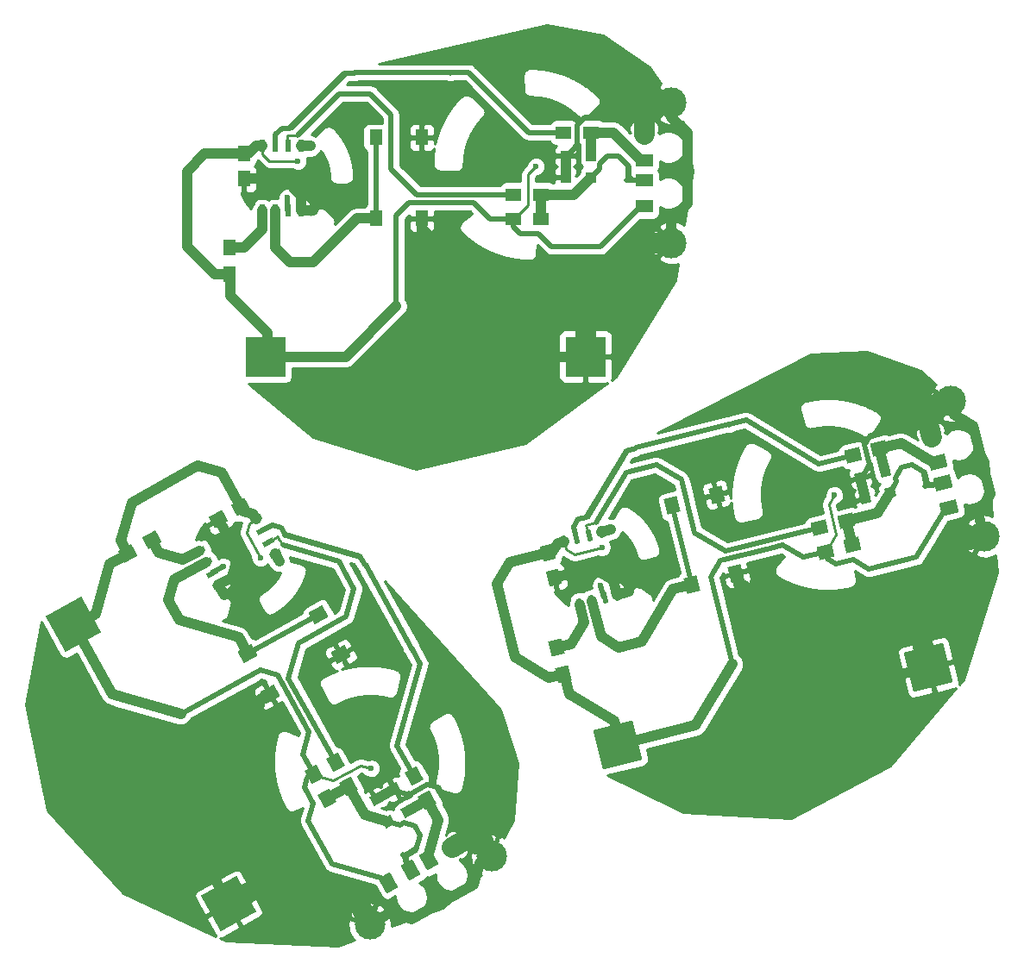
<source format=gtl>
%MOIN*%
%OFA0B0*%
%FSLAX46Y46*%
%IPPOS*%
%LPD*%
%AMREC31*
4,1,3,
-0.0377547556302562,0.0072059095187940771,
-0.013896014476401026,-0.035836398903420282,
0.0377547556302562,-0.0072059095187940771,
0.013896014476401026,0.035836398903420282,
0*%
%AMREC32*
4,1,3,
-0.02676041983042781,0.0076734269073436738,
-0.0076734269073436738,-0.02676041983042781,
0.02676041983042781,-0.0076734269073436738,
0.0076734269073436738,0.02676041983042781,
0*%
%AMREC33*
4,1,3,
-0.024527039613099776,-0.0021620193841486272,
-0.014830847208173034,-0.019654413526936542,
0.024527039613099776,0.0021620193841486272,
0.014830847208173034,0.019654413526936542,
0*%
%AMREC34*
4,1,3,
-0.038605944364172987,0.016862224327101074,
-0.00615805639492995,-0.041675315127110445,
0.038605944364172987,-0.016862224327101074,
0.00615805639492995,0.041675315127110445,
0*%
%AMREC35*
4,1,3,
-0.036697245071864573,0.013418839653323923,
-0.0080667556872383653,-0.038231930453333306,
0.036697245071864573,-0.013418839653323923,
0.0080667556872383653,0.038231930453333306,
0*%
%AMREC36*
4,1,3,
-0.038231930453333306,0.0080667556872383653,
-0.013418839653323923,-0.036697245071864573,
0.038231930453333306,-0.0080667556872383653,
0.013418839653323923,0.036697245071864573,
0*%
%AMREC37*
4,1,3,
-0.03909277662177759,0.0075895808641612611,
-0.014279685821768213,-0.037174419894941677,
0.03909277662177759,-0.0075895808641612611,
0.014279685821768213,0.037174419894941677,
0*%
%AMREC38*
4,1,3,
-0.10704167932171124,0.030693707629374695,
-0.030693707629374695,-0.10704167932171124,
0.10704167932171124,-0.030693707629374695,
0.030693707629374695,0.10704167932171124,
0*%
%AMREC400*
4,1,3,
-0.016732023906407361,-0.034603266907747628,
0.031018750024497974,-0.022697661809338784,
0.016732023906407361,0.034603266907747628,
-0.031018750024497974,0.022697661809338784,
0*%
%AMREC500*
4,1,3,
-0.014338067532998598,-0.023862551611725673,
0.023862551611725673,-0.014338067532998598,
0.014338067532998598,0.023862551611725673,
-0.023862551611725673,0.014338067532998598,
0*%
%AMREC600*
4,1,3,
-0.0042597146117674418,-0.0242508727972066,
0.015146199913752489,-0.019412434885213249,
0.0042597146117674418,0.0242508727972066,
-0.015146199913752489,0.019412434885213249,
0*%
%AMREC700*
4,1,3,
-0.02627961162184303,-0.032926213910988794,
0.038661440924188231,-0.016734590977152762,
0.02627961162184303,0.032926213910988794,
-0.038661440924188231,0.016734590977152762,
0*%
%AMREC800*
4,1,3,
-0.022459549707370605,-0.031973765503116085,
0.0348413790097158,-0.017687039385025468,
0.022459549707370605,0.031973765503116085,
-0.0348413790097158,0.017687039385025468,
0*%
%AMREC900*
4,1,3,
-0.017687039385025468,-0.0348413790097158,
0.031973765503116085,-0.022459549707370605,
0.017687039385025468,0.0348413790097158,
-0.031973765503116085,0.022459549707370605,
0*%
%AMREC1000*
4,1,3,
-0.017448927283057292,-0.03579639448833391,
0.03221187760508426,-0.023414565185988712,
0.017448927283057292,0.03579639448833391,
-0.03221187760508426,0.023414565185988712,
0*%
%AMREC1100*
4,1,3,
-0.057352270131994391,-0.095450206446902691,
0.095450206446902691,-0.057352270131994391,
0.057352270131994391,0.095450206446902691,
-0.095450206446902691,0.057352270131994391,
0*%
%AMCOMP640*
4,1,3,
-0.016732023906407361,-0.034603266907747628,
0.031018750024497974,-0.022697661809338784,
0.016732023906407361,0.034603266907747628,
-0.031018750024497974,0.022697661809338784,
0*%
%AMCOMP650*
4,1,3,
-0.014338067532998598,-0.023862551611725673,
0.023862551611725673,-0.014338067532998598,
0.014338067532998598,0.023862551611725673,
-0.023862551611725673,0.014338067532998598,
0*%
%AMCOMP660*
4,1,3,
-0.0042597146117674418,-0.0242508727972066,
0.015146199913752489,-0.019412434885213249,
0.0042597146117674418,0.0242508727972066,
-0.015146199913752489,0.019412434885213249,
0*%
%AMCOMP670*
4,1,3,
-0.02627961162184303,-0.032926213910988794,
0.038661440924188231,-0.016734590977152762,
0.02627961162184303,0.032926213910988794,
-0.038661440924188231,0.016734590977152762,
0*%
%AMCOMP680*
4,1,3,
-0.022459549707370605,-0.031973765503116085,
0.0348413790097158,-0.017687039385025468,
0.022459549707370605,0.031973765503116085,
-0.0348413790097158,0.017687039385025468,
0*%
%AMCOMP690*
4,1,3,
-0.017687039385025468,-0.0348413790097158,
0.031973765503116085,-0.022459549707370605,
0.017687039385025468,0.0348413790097158,
-0.031973765503116085,0.022459549707370605,
0*%
%AMCOMP700*
4,1,3,
-0.017448927283057292,-0.03579639448833391,
0.03221187760508426,-0.023414565185988712,
0.017448927283057292,0.03579639448833391,
-0.03221187760508426,0.023414565185988712,
0*%
%AMCOMP710*
4,1,3,
-0.057352270131994391,-0.095450206446902691,
0.095450206446902691,-0.057352270131994391,
0.057352270131994391,0.095450206446902691,
-0.095450206446902691,0.057352270131994391,
0*%
%ADD10C,0.0039370078740157488*%
%AMCOMP72*
4,1,3,
-0.0377547556302562,0.0072059095187940771,
-0.013896014476401026,-0.035836398903420282,
0.0377547556302562,-0.0072059095187940771,
0.013896014476401026,0.035836398903420282,
0*%
%ADD11COMP72*%
%AMCOMP73*
4,1,3,
-0.02676041983042781,0.0076734269073436738,
-0.0076734269073436738,-0.02676041983042781,
0.02676041983042781,-0.0076734269073436738,
0.0076734269073436738,0.02676041983042781,
0*%
%ADD12COMP73*%
%AMCOMP74*
4,1,3,
-0.024527039613099776,-0.0021620193841486272,
-0.014830847208173034,-0.019654413526936542,
0.024527039613099776,0.0021620193841486272,
0.014830847208173034,0.019654413526936542,
0*%
%ADD13COMP74*%
%AMCOMP75*
4,1,3,
-0.038605944364172987,0.016862224327101074,
-0.00615805639492995,-0.041675315127110445,
0.038605944364172987,-0.016862224327101074,
0.00615805639492995,0.041675315127110445,
0*%
%ADD14COMP75*%
%ADD15C,0.11811023622047245*%
%AMCOMP76*
4,1,3,
-0.036697245071864573,0.013418839653323923,
-0.0080667556872383653,-0.038231930453333306,
0.036697245071864573,-0.013418839653323923,
0.0080667556872383653,0.038231930453333306,
0*%
%ADD16COMP76*%
%AMCOMP77*
4,1,3,
-0.038231930453333306,0.0080667556872383653,
-0.013418839653323923,-0.036697245071864573,
0.038231930453333306,-0.0080667556872383653,
0.013418839653323923,0.036697245071864573,
0*%
%ADD17COMP77*%
%AMCOMP78*
4,1,3,
-0.03909277662177759,0.0075895808641612611,
-0.014279685821768213,-0.037174419894941677,
0.03909277662177759,-0.0075895808641612611,
0.014279685821768213,0.037174419894941677,
0*%
%ADD18COMP78*%
%AMCOMP79*
4,1,3,
-0.10704167932171124,0.030693707629374695,
-0.030693707629374695,-0.10704167932171124,
0.10704167932171124,-0.030693707629374695,
0.030693707629374695,0.10704167932171124,
0*%
%ADD19COMP79*%
%ADD20C,0.023622047244094488*%
%ADD21C,0.01968503937007874*%
%ADD22C,0.03937007874015748*%
%ADD23C,0.00984251968503937*%
%ADD24C,0.07874015748031496*%
%ADD25C,0.01*%
%ADD36C,0.0039370078740157488*%
%ADD37R,0.049212598425196853X0.059055118110236227*%
%ADD38R,0.03937007874015748X0.03937007874015748*%
%ADD39R,0.02X0.045000000000000005*%
%ADD40R,0.066929133858267723X0.051181102362204731*%
%ADD41C,0.11811023622047245*%
%ADD42R,0.059055118110236227X0.051181102362204731*%
%ADD43R,0.051181102362204731X0.059055118110236227*%
%ADD44R,0.051181102362204731X0.0610236220472441*%
%ADD45R,0.15748031496062992X0.15748031496062992*%
%ADD46C,0.023622047244094488*%
%ADD47C,0.01968503937007874*%
%ADD48C,0.03937007874015748*%
%ADD49C,0.00984251968503937*%
%ADD50C,0.07874015748031496*%
%ADD51C,0.01*%
%ADD62C,0.0039370078740157488*%
%AMCOMP80*
4,1,3,
-0.016732023906407361,-0.034603266907747628,
0.031018750024497974,-0.022697661809338784,
0.016732023906407361,0.034603266907747628,
-0.031018750024497974,0.022697661809338784,
0*%
%ADD63COMP80*%
%AMCOMP81*
4,1,3,
-0.014338067532998598,-0.023862551611725673,
0.023862551611725673,-0.014338067532998598,
0.014338067532998598,0.023862551611725673,
-0.023862551611725673,0.014338067532998598,
0*%
%ADD64COMP81*%
%AMCOMP82*
4,1,3,
-0.0042597146117674418,-0.0242508727972066,
0.015146199913752489,-0.019412434885213249,
0.0042597146117674418,0.0242508727972066,
-0.015146199913752489,0.019412434885213249,
0*%
%ADD65COMP82*%
%AMCOMP83*
4,1,3,
-0.02627961162184303,-0.032926213910988794,
0.038661440924188231,-0.016734590977152762,
0.02627961162184303,0.032926213910988794,
-0.038661440924188231,0.016734590977152762,
0*%
%ADD66COMP83*%
%ADD67C,0.11811023622047245*%
%AMCOMP84*
4,1,3,
-0.022459549707370605,-0.031973765503116085,
0.0348413790097158,-0.017687039385025468,
0.022459549707370605,0.031973765503116085,
-0.0348413790097158,0.017687039385025468,
0*%
%ADD68COMP84*%
%AMCOMP85*
4,1,3,
-0.017687039385025468,-0.0348413790097158,
0.031973765503116085,-0.022459549707370605,
0.017687039385025468,0.0348413790097158,
-0.031973765503116085,0.022459549707370605,
0*%
%ADD69COMP85*%
%AMCOMP86*
4,1,3,
-0.017448927283057292,-0.03579639448833391,
0.03221187760508426,-0.023414565185988712,
0.017448927283057292,0.03579639448833391,
-0.03221187760508426,0.023414565185988712,
0*%
%ADD70COMP86*%
%AMCOMP87*
4,1,3,
-0.057352270131994391,-0.095450206446902691,
0.095450206446902691,-0.057352270131994391,
0.057352270131994391,0.095450206446902691,
-0.095450206446902691,0.057352270131994391,
0*%
%ADD71COMP87*%
%ADD72C,0.023622047244094488*%
%ADD73C,0.01968503937007874*%
%ADD74C,0.03937007874015748*%
%ADD75C,0.00984251968503937*%
%ADD76C,0.07874015748031496*%
%ADD77C,0.01*%
%LPD*%
G01*
D10*
D11*
X0001725972Y0007634549D02*
X0000959995Y0001776778D03*
X0000873910Y0001729061D03*
D12*
X0001528987Y0000559451D03*
X0001481270Y0000645536D03*
X0001601298Y0000599534D03*
X0001553581Y0000685619D03*
D13*
X0001019220Y0001728808D03*
X0001043461Y0001685077D03*
X0001067701Y0001641346D03*
X0001091942Y0001597615D03*
X0000873287Y0001476412D03*
X0000849046Y0001520143D03*
X0000824806Y0001563874D03*
X0000800565Y0001607605D03*
D14*
X0001775079Y0000460214D03*
X0001687617Y0000411733D03*
X0001617716Y0000372987D03*
X0001530255Y0000324506D03*
D15*
X0001931065Y0000426491D03*
X0001458632Y0000164618D03*
D16*
X0001242747Y0000742892D03*
X0001294282Y0000649920D03*
X0001325388Y0000788701D03*
X0001376923Y0000695729D03*
X0001628961Y0000736405D03*
X0001680496Y0000643434D03*
D17*
X0000616481Y0001649385D03*
X0000523510Y0001597850D03*
D18*
X0001260697Y0001360980D03*
X0001346588Y0001206028D03*
X0001072495Y0001054095D03*
X0000986604Y0001209047D03*
D19*
X0000313122Y0001323682D03*
X0000912454Y0000242459D03*
D20*
X0001463006Y0000765863D03*
X0001034474Y0001580209D03*
X0001012495Y0000939181D03*
X0000897385Y0001435618D03*
X0001111192Y0001565567D03*
X0000892635Y0001547321D03*
D21*
X0001242747Y0000742892D02*
X0001199343Y0000821194D01*
X0001224205Y0000907898D02*
X0001199965Y0000951629D01*
X0001199343Y0000821194D02*
X0001224205Y0000907898D01*
D22*
X0000463451Y0001052481D02*
X0000313122Y0001323682D01*
D23*
X0001242747Y0000742892D02*
X0001244160Y0000740344D01*
X0001244160Y0000740344D02*
X0001317269Y0000719380D01*
X0001422223Y0000777557D02*
X0001463006Y0000765863D01*
X0001317269Y0000719380D02*
X0001422223Y0000777557D01*
X0001530255Y0000324506D02*
X0001523574Y0000336558D01*
D21*
X0001523574Y0000336558D02*
X0001313077Y0000396917D01*
X0001313077Y0000396917D02*
X0001220963Y0000563095D01*
X0001220963Y0000563095D02*
X0001240453Y0000631066D01*
X0001240453Y0000631066D02*
X0001206517Y0000692290D01*
X0001206517Y0000692290D02*
X0001216922Y0000728577D01*
X0001216922Y0000728577D02*
X0001242747Y0000742892D01*
D23*
X0001019220Y0001728808D02*
X0000991811Y0001713614D01*
X0000981145Y0001676417D02*
X0001034474Y0001580209D01*
X0000991811Y0001713614D02*
X0000981145Y0001676417D01*
X0000959995Y0001776778D02*
X0000968813Y0001760870D01*
D22*
X0000968813Y0001760870D02*
X0001007615Y0001749743D01*
X0001007615Y0001749743D02*
X0001019220Y0001728808D01*
X0000523510Y0001597850D02*
X0000495834Y0001647780D01*
X0000886510Y0001909349D02*
X0000959995Y0001776778D01*
X0000792848Y0001936206D02*
X0000886510Y0001909349D01*
X0000538038Y0001794962D02*
X0000792848Y0001936206D01*
X0000495834Y0001647780D02*
X0000538038Y0001794962D01*
X0000453759Y0001555586D02*
X0000522282Y0001593569D01*
D23*
X0000522282Y0001593569D02*
X0000523510Y0001597850D01*
D22*
X0000398203Y0001361840D02*
X0000453759Y0001555586D01*
X0000453759Y0001555586D02*
X0000454066Y0001556656D01*
X0000323826Y0001320612D02*
X0000398203Y0001361840D01*
X0000728914Y0000976360D02*
X0000463451Y0001052481D01*
D21*
X0001035031Y0001146044D02*
X0000728914Y0000976360D01*
X0001103003Y0001126553D02*
X0001035031Y0001146044D01*
X0001199965Y0000951629D02*
X0001103003Y0001126553D01*
X0001553581Y0000685619D02*
X0001556596Y0000680178D01*
X0001556596Y0000680178D02*
X0001610545Y0000664708D01*
X0001610545Y0000664708D02*
X0001680515Y0000703493D01*
X0001680515Y0000703493D02*
X0001721298Y0000691799D01*
X0001721298Y0000691799D02*
X0001827288Y0000500588D01*
X0001827288Y0000500588D02*
X0001840882Y0000496690D01*
D23*
X0001840882Y0000496690D02*
X0001779594Y0000607257D01*
X0001776597Y0000608116D02*
X0001772818Y0000614934D01*
X0001779594Y0000607257D02*
X0001776597Y0000608116D01*
D24*
X0001458632Y0000164618D02*
X0001415457Y0000242507D01*
D22*
X0001553581Y0000685619D02*
X0001481270Y0000645536D01*
X0000873287Y0001476412D02*
X0000895618Y0001436125D01*
D23*
X0001040334Y0001036268D02*
X0001072495Y0001054095D01*
D22*
X0001012495Y0000939181D02*
X0001040334Y0001036268D01*
D23*
X0000895618Y0001436125D02*
X0000897385Y0001435618D01*
X0001556596Y0000680178D02*
X0001610545Y0000664708D01*
X0001721298Y0000691799D02*
X0001769779Y0000604337D01*
X0001680515Y0000703493D02*
X0001721298Y0000691799D01*
X0001610545Y0000664708D02*
X0001680515Y0000703493D01*
D24*
X0000912454Y0000242459D02*
X0001084003Y0000337550D01*
X0001084003Y0000337550D02*
X0001415457Y0000242507D01*
D22*
X0000912454Y0000242459D02*
X0000749756Y0000535973D01*
X0000749756Y0000535973D02*
X0000865410Y0000939306D01*
X0000865410Y0000939306D02*
X0001072495Y0001054095D01*
X0000873287Y0001476412D02*
X0000924593Y0001504852D01*
X0000949685Y0001592358D02*
X0000873910Y0001729061D01*
X0000924593Y0001504852D02*
X0000949685Y0001592358D01*
X0001458632Y0000164618D02*
X0001537830Y0000208518D01*
X0001537830Y0000208518D02*
X0001621055Y0000184654D01*
X0001621055Y0000184654D02*
X0001858649Y0000316354D01*
X0001858649Y0000316354D02*
X0001882513Y0000399579D01*
D23*
X0001882513Y0000399579D02*
X0001931065Y0000426491D01*
X0001931065Y0000426491D02*
X0001900525Y0000481586D01*
D24*
X0001843258Y0000498007D02*
X0001840882Y0000496690D01*
X0001840882Y0000496690D02*
X0001775079Y0000460214D01*
X0001900525Y0000481586D02*
X0001843258Y0000498007D01*
D22*
X0001109425Y0001566073D02*
X0001091942Y0001597615D01*
D23*
X0001111192Y0001565567D02*
X0001109425Y0001566073D01*
X0000849046Y0001520143D02*
X0000850074Y0001523729D01*
D21*
X0000850074Y0001523729D02*
X0000892635Y0001547321D01*
X0001617716Y0000372987D02*
X0001596644Y0000411002D01*
X0001589975Y0000554996D02*
X0001574480Y0000546407D01*
X0001632364Y0000542841D02*
X0001589975Y0000554996D01*
X0001653130Y0000505377D02*
X0001632364Y0000542841D01*
X0001637538Y0000451000D02*
X0001653130Y0000505377D01*
X0001602553Y0000431607D02*
X0001637538Y0000451000D01*
X0001596644Y0000411002D02*
X0001602553Y0000431607D01*
X0001574480Y0000546407D02*
X0001528987Y0000559451D01*
D22*
X0001528987Y0000559451D02*
X0001438002Y0000585541D01*
X0001438002Y0000585541D02*
X0001376923Y0000695729D01*
X0001376923Y0000695729D02*
X0001294282Y0000649920D01*
D23*
X0001617716Y0000372987D02*
X0001618100Y0000374325D01*
D21*
X0001618100Y0000374325D02*
X0001584507Y0000434928D01*
D23*
X0001584507Y0000434928D02*
X0001639601Y0000465468D01*
X0001639601Y0000465468D02*
X0001646488Y0000469285D01*
X0001600679Y0000551926D02*
X0001597236Y0000550018D01*
X0001597236Y0000550018D02*
X0001593418Y0000556904D01*
X0001593418Y0000556904D02*
X0001574480Y0000546407D01*
X0001574480Y0000546407D02*
X0001528987Y0000559451D01*
X0001617716Y0000372987D02*
X0001615235Y0000377463D01*
D22*
X0001680496Y0000643434D02*
X0001722487Y0000567680D01*
X0001722487Y0000567680D02*
X0001681128Y0000423441D01*
X0001681128Y0000423441D02*
X0001687617Y0000411733D01*
X0001601298Y0000599534D02*
X0001680496Y0000643434D01*
D23*
X0001687617Y0000411733D02*
X0001692145Y0000427522D01*
X0001692145Y0000427522D02*
X0001675157Y0000458168D01*
X0001675157Y0000458168D02*
X0001681296Y0000479577D01*
X0001606650Y0000597999D02*
X0001601298Y0000599534D01*
X0001687617Y0000411733D02*
X0001674447Y0000435493D01*
X0001678265Y0000428606D02*
X0001687617Y0000411733D01*
D21*
X0001617882Y0001229019D02*
X0001620637Y0001230546D01*
X0001622164Y0001227791D02*
X0001617882Y0001229019D01*
X0001653886Y0001170562D02*
X0001622164Y0001227791D01*
X0001563340Y0000854789D02*
X0001653886Y0001170562D01*
X0001628961Y0000736405D02*
X0001563340Y0000854789D01*
X0001620637Y0001230546D02*
X0001441257Y0001554155D01*
X0001131495Y0001668290D02*
X0001133630Y0001669473D01*
X0001438503Y0001552628D02*
X0001441257Y0001554155D01*
X0001419110Y0001587613D02*
X0001438503Y0001552628D01*
X0001133630Y0001669473D02*
X0001419110Y0001587613D01*
X0001043461Y0001685077D02*
X0001081889Y0001706378D01*
X0001131495Y0001668290D02*
X0001130669Y0001667832D01*
X0001115768Y0001696663D02*
X0001131495Y0001668290D01*
X0001081889Y0001706378D02*
X0001115768Y0001696663D01*
D23*
X0001134066Y0001661702D02*
X0001130669Y0001667832D01*
X0001441257Y0001554155D02*
X0001428431Y0001577295D01*
X0001428431Y0001577295D02*
X0001134066Y0001661702D01*
X0001130669Y0001667832D02*
X0001130669Y0001667832D01*
X0001044458Y0001688555D02*
X0001043461Y0001685077D01*
D21*
X0001324425Y0000788977D02*
X0001143786Y0001114859D01*
X0001143786Y0001114859D02*
X0001182767Y0001250802D01*
D23*
X0001325388Y0000788701D02*
X0001324425Y0000788977D01*
X0001107392Y0001654929D02*
X0001102543Y0001663675D01*
X0001121936Y0001628690D02*
X0001107392Y0001654929D01*
D21*
X0001339445Y0001566321D02*
X0001121936Y0001628690D01*
X0001397622Y0001461366D02*
X0001339445Y0001566321D01*
X0001366437Y0001352612D02*
X0001397622Y0001461366D01*
X0001182767Y0001250802D02*
X0001366437Y0001352612D01*
D23*
X0001102543Y0001663675D02*
X0001067701Y0001641346D01*
X0001325388Y0000788701D02*
X0001320036Y0000790235D01*
D22*
X0000986604Y0001209047D02*
X0000951102Y0001273094D01*
X0000701188Y0001495352D02*
X0000824806Y0001563874D01*
X0000678828Y0001417372D02*
X0000701188Y0001495352D01*
X0000722461Y0001338656D02*
X0000678828Y0001417372D01*
X0000951102Y0001273094D02*
X0000722461Y0001338656D01*
D21*
X0001260697Y0001360980D02*
X0000986604Y0001209047D01*
D22*
X0000616481Y0001649385D02*
X0000644157Y0001599456D01*
X0000737551Y0001572676D02*
X0000800565Y0001607605D01*
X0000644157Y0001599456D02*
X0000737551Y0001572676D01*
D25*
G36*
X0002030029Y0000785497D02*
X0002011869Y0000566949D01*
X0001976451Y0000498181D01*
X0001971754Y0000501918D01*
X0001957727Y0000501336D01*
X0001937249Y0000429920D01*
X0001938006Y0000429702D01*
X0001935250Y0000420090D01*
X0001934493Y0000420307D01*
X0001934276Y0000419550D01*
X0001924663Y0000422306D01*
X0001924880Y0000423063D01*
X0001853464Y0000443542D01*
X0001845537Y0000431955D01*
X0001849957Y0000398809D01*
X0001866724Y0000369878D01*
X0001888503Y0000352554D01*
X0001741079Y0000227751D01*
X0001541376Y0000155085D01*
X0001544160Y0000159154D01*
X0001539740Y0000192300D01*
X0001522973Y0000221231D01*
X0001499321Y0000240045D01*
X0001485295Y0000239462D01*
X0001464817Y0000168046D01*
X0001465574Y0000167829D01*
X0001462817Y0000158216D01*
X0001462060Y0000158433D01*
X0001461843Y0000157676D01*
X0001452231Y0000160433D01*
X0001452448Y0000161190D01*
X0001381031Y0000181668D01*
X0001373105Y0000170082D01*
X0001377524Y0000136936D01*
X0001394292Y0000108004D01*
X0001399846Y0000103586D01*
X0001337586Y0000080932D01*
X0000902070Y0000099985D01*
X0000880386Y0000110099D01*
X0000889531Y0000111141D01*
X0000952908Y0000146272D01*
X0000955345Y0000154768D01*
X0000910504Y0000235662D01*
X0000829611Y0000190822D01*
X0000827174Y0000182325D01*
X0000862305Y0000118948D01*
X0000863568Y0000117943D01*
X0000506996Y0000284254D01*
X0000213298Y0000604825D01*
X0000128643Y0001012177D01*
X0000189401Y0001331889D01*
X0000260134Y0001204282D01*
X0000266151Y0001197025D01*
X0000275064Y0001192237D01*
X0000285139Y0001191295D01*
X0000294786Y0001194346D01*
X0000324571Y0001210856D01*
X0000424369Y0001030817D01*
X0000435634Y0001017510D01*
X0000451134Y0001009527D01*
X0000478795Y0001001595D01*
X0000852320Y0000327738D01*
X0000788942Y0000292607D01*
X0000782751Y0000284824D01*
X0000780010Y0000275263D01*
X0000781135Y0000265382D01*
X0000816266Y0000202004D01*
X0000824763Y0000199568D01*
X0000905656Y0000244408D01*
X0000860816Y0000325302D01*
X0000852320Y0000327738D01*
X0000478795Y0001001595D01*
X0000607890Y0000964578D01*
X0000935376Y0000373777D01*
X0000871999Y0000338646D01*
X0000869562Y0000330150D01*
X0000914403Y0000249256D01*
X0000995296Y0000294096D01*
X0001000144Y0000285350D01*
X0000919251Y0000240510D01*
X0000964091Y0000159616D01*
X0000972587Y0000157180D01*
X0001035965Y0000192311D01*
X0001042156Y0000200094D01*
X0001044897Y0000209654D01*
X0001043772Y0000219536D01*
X0001008641Y0000282914D01*
X0001000144Y0000285350D01*
X0000995296Y0000294096D01*
X0000997733Y0000302593D01*
X0000962602Y0000365970D01*
X0000954818Y0000372161D01*
X0000945258Y0000374903D01*
X0000935376Y0000373777D01*
X0000607890Y0000964578D01*
X0000716598Y0000933406D01*
X0000733973Y0000931962D01*
X0000750578Y0000937278D01*
X0000763885Y0000948543D01*
X0000769194Y0000958850D01*
X0001031754Y0001104390D01*
X0001038129Y0001092889D01*
X0001016933Y0001081139D01*
X0001010741Y0001073356D01*
X0001008000Y0001063796D01*
X0001009126Y0001053914D01*
X0001018489Y0001037022D01*
X0001026986Y0001034586D01*
X0001065698Y0001056044D01*
X0001070546Y0001047298D01*
X0001031834Y0001025840D01*
X0001029397Y0001017343D01*
X0001038761Y0001000451D01*
X0001046544Y0000994260D01*
X0001056105Y0000991519D01*
X0001065986Y0000992644D01*
X0001087182Y0001004394D01*
X0001089619Y0001012890D01*
X0001070546Y0001047298D01*
X0001065698Y0001056044D01*
X0001046625Y0001090452D01*
X0001038129Y0001092889D01*
X0001031754Y0001104390D01*
X0001039301Y0001108573D01*
X0001057667Y0001103306D01*
X0001055371Y0001095300D01*
X0001074444Y0001060892D01*
X0001075133Y0001061274D01*
X0001079981Y0001052528D01*
X0001079292Y0001052146D01*
X0001098365Y0001017738D01*
X0001106861Y0001015302D01*
X0001120609Y0001022922D01*
X0001186734Y0000903629D01*
X0001183480Y0000892281D01*
X0001135900Y0000912234D01*
X0001134249Y0000912570D01*
X0001132747Y0000913332D01*
X0001129137Y0000913610D01*
X0001125589Y0000914332D01*
X0001123935Y0000914010D01*
X0001122255Y0000914140D01*
X0001118814Y0000913015D01*
X0001115259Y0000912324D01*
X0001113855Y0000911394D01*
X0001112253Y0000910871D01*
X0001109504Y0000908515D01*
X0001106485Y0000906516D01*
X0001105543Y0000905120D01*
X0001104264Y0000904024D01*
X0001102625Y0000900795D01*
X0001100600Y0000897793D01*
X0001100264Y0000896142D01*
X0001099502Y0000894640D01*
X0001099362Y0000894139D01*
X0001099359Y0000894098D01*
X0001099340Y0000894061D01*
X0001099201Y0000893560D01*
X0001099201Y0000893559D01*
X0001099201Y0000893559D01*
X0001099062Y0000893057D01*
X0001099059Y0000893017D01*
X0001099041Y0000892981D01*
X0001098766Y0000891978D01*
X0001098765Y0000891955D01*
X0001098755Y0000891935D01*
X0001098618Y0000891434D01*
X0001098617Y0000891414D01*
X0001098608Y0000891396D01*
X0001098472Y0000890894D01*
X0001098470Y0000890854D01*
X0001098452Y0000890818D01*
X0001098318Y0000890316D01*
X0001098318Y0000890314D01*
X0001098317Y0000890313D01*
X0001098183Y0000889810D01*
X0001098181Y0000889789D01*
X0001098172Y0000889770D01*
X0001098039Y0000889268D01*
X0001098037Y0000889248D01*
X0001098029Y0000889230D01*
X0001097896Y0000888727D01*
X0001097894Y0000888706D01*
X0001097885Y0000888687D01*
X0001097753Y0000888185D01*
X0001097752Y0000888163D01*
X0001097743Y0000888144D01*
X0001097611Y0000887640D01*
X0001097610Y0000887621D01*
X0001097602Y0000887603D01*
X0001097471Y0000887100D01*
X0001097470Y0000887079D01*
X0001097461Y0000887061D01*
X0001097331Y0000886557D01*
X0001097330Y0000886536D01*
X0001097321Y0000886516D01*
X0001097192Y0000886013D01*
X0001097191Y0000885993D01*
X0001097182Y0000885974D01*
X0001097054Y0000885470D01*
X0001097053Y0000885448D01*
X0001097044Y0000885429D01*
X0001096917Y0000884925D01*
X0001096915Y0000884906D01*
X0001096907Y0000884887D01*
X0001096780Y0000884383D01*
X0001096779Y0000884361D01*
X0001096770Y0000884342D01*
X0001096644Y0000883838D01*
X0001096643Y0000883818D01*
X0001096635Y0000883800D01*
X0001096510Y0000883295D01*
X0001096509Y0000883274D01*
X0001096500Y0000883254D01*
X0001096375Y0000882750D01*
X0001096374Y0000882729D01*
X0001096366Y0000882711D01*
X0001096242Y0000882205D01*
X0001096241Y0000882184D01*
X0001096232Y0000882164D01*
X0001096109Y0000881659D01*
X0001096108Y0000881639D01*
X0001096100Y0000881620D01*
X0001095978Y0000881114D01*
X0001095977Y0000881094D01*
X0001095968Y0000881076D01*
X0001095847Y0000880570D01*
X0001095846Y0000880549D01*
X0001095837Y0000880530D01*
X0001095717Y0000880024D01*
X0001095716Y0000880002D01*
X0001095707Y0000879983D01*
X0001095587Y0000879477D01*
X0001095587Y0000879457D01*
X0001095579Y0000879439D01*
X0001095459Y0000878932D01*
X0001095459Y0000878911D01*
X0001095450Y0000878891D01*
X0001095331Y0000878385D01*
X0001095331Y0000878364D01*
X0001095322Y0000878345D01*
X0001095204Y0000877837D01*
X0001095204Y0000877817D01*
X0001095196Y0000877799D01*
X0001095079Y0000877292D01*
X0001095078Y0000877272D01*
X0001095070Y0000877254D01*
X0001094954Y0000876746D01*
X0001094953Y0000876724D01*
X0001094944Y0000876704D01*
X0001094829Y0000876197D01*
X0001094829Y0000876177D01*
X0001094820Y0000876158D01*
X0001094706Y0000875650D01*
X0001094705Y0000875628D01*
X0001094696Y0000875609D01*
X0001094583Y0000875101D01*
X0001094582Y0000875082D01*
X0001094574Y0000875064D01*
X0001094461Y0000874555D01*
X0001094461Y0000874534D01*
X0001094452Y0000874514D01*
X0001094340Y0000874006D01*
X0001094340Y0000874006D01*
X0001094228Y0000873497D01*
X0001094227Y0000873456D01*
X0001094210Y0000873419D01*
X0001093989Y0000872402D01*
X0001093988Y0000872359D01*
X0001093971Y0000872320D01*
X0001093863Y0000871812D01*
X0001093753Y0000871303D01*
X0001093753Y0000871262D01*
X0001093737Y0000871225D01*
X0001093629Y0000870715D01*
X0001093629Y0000870715D01*
X0001093629Y0000870715D01*
X0001093521Y0000870206D01*
X0001093521Y0000870164D01*
X0001093504Y0000870126D01*
X0001093292Y0000869106D01*
X0001093292Y0000869065D01*
X0001093276Y0000869027D01*
X0001093171Y0000868517D01*
X0001093171Y0000868516D01*
X0001093171Y0000868515D01*
X0001093066Y0000868005D01*
X0001093066Y0000867964D01*
X0001093050Y0000867927D01*
X0001092947Y0000867416D01*
X0001092947Y0000867416D01*
X0001092844Y0000866907D01*
X0001092844Y0000866883D01*
X0001092835Y0000866862D01*
X0001092733Y0000866352D01*
X0001092733Y0000866310D01*
X0001092717Y0000866272D01*
X0001092516Y0000865251D01*
X0001092516Y0000865210D01*
X0001092501Y0000865173D01*
X0001092402Y0000864662D01*
X0001092402Y0000864661D01*
X0001092402Y0000864661D01*
X0001092302Y0000864150D01*
X0001092303Y0000864109D01*
X0001092287Y0000864071D01*
X0001092190Y0000863559D01*
X0001092190Y0000863559D01*
X0001092189Y0000863558D01*
X0001092092Y0000863046D01*
X0001092092Y0000863006D01*
X0001092077Y0000862969D01*
X0001091981Y0000862457D01*
X0001091981Y0000862456D01*
X0001091980Y0000862454D01*
X0001091884Y0000861942D01*
X0001091885Y0000861902D01*
X0001091870Y0000861865D01*
X0001091775Y0000861352D01*
X0001091775Y0000861352D01*
X0001091681Y0000860841D01*
X0001091681Y0000860799D01*
X0001091666Y0000860760D01*
X0001091480Y0000859734D01*
X0001091480Y0000859711D01*
X0001091472Y0000859690D01*
X0001091380Y0000859178D01*
X0001091380Y0000859160D01*
X0001091373Y0000859143D01*
X0001091282Y0000858630D01*
X0001091282Y0000858607D01*
X0001091274Y0000858586D01*
X0001091184Y0000858074D01*
X0001091184Y0000858054D01*
X0001091177Y0000858037D01*
X0001091087Y0000857523D01*
X0001091087Y0000857501D01*
X0001091080Y0000857481D01*
X0001090990Y0000856968D01*
X0001090991Y0000856948D01*
X0001090984Y0000856930D01*
X0001090895Y0000856416D01*
X0001090896Y0000856394D01*
X0001090888Y0000856373D01*
X0001090800Y0000855860D01*
X0001090802Y0000855818D01*
X0001090787Y0000855779D01*
X0001090701Y0000855266D01*
X0001090615Y0000854753D01*
X0001090616Y0000854710D01*
X0001090601Y0000854671D01*
X0001090517Y0000854156D01*
X0001090517Y0000854156D01*
X0001090433Y0000853643D01*
X0001090434Y0000853603D01*
X0001090420Y0000853564D01*
X0001090337Y0000853050D01*
X0001090337Y0000853049D01*
X0001090336Y0000853048D01*
X0001090253Y0000852533D01*
X0001090254Y0000852510D01*
X0001090246Y0000852489D01*
X0001090164Y0000851975D01*
X0001090165Y0000851957D01*
X0001090159Y0000851940D01*
X0001090077Y0000851425D01*
X0001090078Y0000851402D01*
X0001090070Y0000851380D01*
X0001089990Y0000850866D01*
X0001089990Y0000850847D01*
X0001089984Y0000850830D01*
X0001089904Y0000850314D01*
X0001089905Y0000850292D01*
X0001089897Y0000850271D01*
X0001089818Y0000849756D01*
X0001089820Y0000849714D01*
X0001089806Y0000849675D01*
X0001089728Y0000849160D01*
X0001089728Y0000849160D01*
X0001089728Y0000849159D01*
X0001089651Y0000848644D01*
X0001089652Y0000848621D01*
X0001089644Y0000848599D01*
X0001089568Y0000848084D01*
X0001089568Y0000848066D01*
X0001089562Y0000848049D01*
X0001089486Y0000847533D01*
X0001089488Y0000847492D01*
X0001089475Y0000847453D01*
X0001089326Y0000846421D01*
X0001089327Y0000846398D01*
X0001089319Y0000846376D01*
X0001089246Y0000845860D01*
X0001089247Y0000845842D01*
X0001089241Y0000845825D01*
X0001089168Y0000845308D01*
X0001089169Y0000845285D01*
X0001089162Y0000845264D01*
X0001089089Y0000844747D01*
X0001089091Y0000844729D01*
X0001089084Y0000844711D01*
X0001089013Y0000844193D01*
X0001089014Y0000844172D01*
X0001089007Y0000844151D01*
X0001088937Y0000843634D01*
X0001088937Y0000843633D01*
X0001088936Y0000843631D01*
X0001088866Y0000843115D01*
X0001088868Y0000843075D01*
X0001088855Y0000843037D01*
X0001088786Y0000842520D01*
X0001088717Y0000842003D01*
X0001088720Y0000841962D01*
X0001088706Y0000841922D01*
X0001088639Y0000841405D01*
X0001088641Y0000841380D01*
X0001088633Y0000841358D01*
X0001088566Y0000840840D01*
X0001088567Y0000840824D01*
X0001088562Y0000840809D01*
X0001088496Y0000840291D01*
X0001088498Y0000840267D01*
X0001088490Y0000840244D01*
X0001088425Y0000839726D01*
X0001088427Y0000839709D01*
X0001088421Y0000839692D01*
X0001088357Y0000839174D01*
X0001088358Y0000839151D01*
X0001088351Y0000839129D01*
X0001088287Y0000838611D01*
X0001088287Y0000838611D01*
X0001088287Y0000838610D01*
X0001088224Y0000838092D01*
X0001088227Y0000838051D01*
X0001088214Y0000838012D01*
X0001088152Y0000837495D01*
X0001088152Y0000837495D01*
X0001088090Y0000836977D01*
X0001088093Y0000836936D01*
X0001088081Y0000836897D01*
X0001088020Y0000836378D01*
X0001088022Y0000836354D01*
X0001088015Y0000836332D01*
X0001087955Y0000835813D01*
X0001087957Y0000835796D01*
X0001087952Y0000835779D01*
X0001087893Y0000835260D01*
X0001087894Y0000835237D01*
X0001087888Y0000835215D01*
X0001087830Y0000834697D01*
X0001087830Y0000834696D01*
X0001087829Y0000834695D01*
X0001087771Y0000834176D01*
X0001087775Y0000834136D01*
X0001087763Y0000834098D01*
X0001087706Y0000833579D01*
X0001087706Y0000833578D01*
X0001087706Y0000833578D01*
X0001087650Y0000833059D01*
X0001087653Y0000833018D01*
X0001087641Y0000832979D01*
X0001087586Y0000832461D01*
X0001087586Y0000832460D01*
X0001087531Y0000831941D01*
X0001087535Y0000831900D01*
X0001087523Y0000831861D01*
X0001087469Y0000831341D01*
X0001087472Y0000831316D01*
X0001087464Y0000831293D01*
X0001087412Y0000830773D01*
X0001087413Y0000830758D01*
X0001087409Y0000830743D01*
X0001087357Y0000830222D01*
X0001087359Y0000830198D01*
X0001087352Y0000830174D01*
X0001087250Y0000829134D01*
X0001087254Y0000829094D01*
X0001087242Y0000829056D01*
X0001087193Y0000828537D01*
X0001087144Y0000828016D01*
X0001087148Y0000827974D01*
X0001087136Y0000827933D01*
X0001087088Y0000827413D01*
X0001087090Y0000827390D01*
X0001087084Y0000827369D01*
X0001087037Y0000826848D01*
X0001087037Y0000826848D01*
X0001087037Y0000826847D01*
X0001086990Y0000826327D01*
X0001086994Y0000826287D01*
X0001086983Y0000826248D01*
X0001086937Y0000825727D01*
X0001086937Y0000825727D01*
X0001086892Y0000825207D01*
X0001086896Y0000825166D01*
X0001086885Y0000825127D01*
X0001086841Y0000824605D01*
X0001086841Y0000824605D01*
X0001086797Y0000824084D01*
X0001086801Y0000824044D01*
X0001086790Y0000824006D01*
X0001086748Y0000823484D01*
X0001086751Y0000823460D01*
X0001086744Y0000823437D01*
X0001086661Y0000822395D01*
X0001086666Y0000822354D01*
X0001086655Y0000822315D01*
X0001086615Y0000821793D01*
X0001086615Y0000821793D01*
X0001086575Y0000821272D01*
X0001086580Y0000821232D01*
X0001086569Y0000821193D01*
X0001086530Y0000820672D01*
X0001086530Y0000820671D01*
X0001086530Y0000820670D01*
X0001086492Y0000820149D01*
X0001086495Y0000820126D01*
X0001086489Y0000820104D01*
X0001086451Y0000819583D01*
X0001086453Y0000819565D01*
X0001086449Y0000819549D01*
X0001086412Y0000819027D01*
X0001086415Y0000819002D01*
X0001086408Y0000818979D01*
X0001086372Y0000818457D01*
X0001086378Y0000818417D01*
X0001086367Y0000818377D01*
X0001086333Y0000817857D01*
X0001086333Y0000817857D01*
X0001086298Y0000817334D01*
X0001086301Y0000817309D01*
X0001086295Y0000817285D01*
X0001086261Y0000816763D01*
X0001086263Y0000816749D01*
X0001086260Y0000816735D01*
X0001086227Y0000816212D01*
X0001086230Y0000816187D01*
X0001086223Y0000816162D01*
X0001086191Y0000815640D01*
X0001086197Y0000815600D01*
X0001086187Y0000815561D01*
X0001086156Y0000815038D01*
X0001086156Y0000815038D01*
X0001086126Y0000814517D01*
X0001086131Y0000814477D01*
X0001086121Y0000814438D01*
X0001086063Y0000813392D01*
X0001086067Y0000813367D01*
X0001086061Y0000813343D01*
X0001086033Y0000812821D01*
X0001086035Y0000812806D01*
X0001086031Y0000812791D01*
X0001086004Y0000812268D01*
X0001086007Y0000812243D01*
X0001086001Y0000812218D01*
X0001085974Y0000811695D01*
X0001085977Y0000811680D01*
X0001085973Y0000811665D01*
X0001085947Y0000811142D01*
X0001085951Y0000811117D01*
X0001085945Y0000811093D01*
X0001085920Y0000810570D01*
X0001085923Y0000810546D01*
X0001085917Y0000810522D01*
X0001085893Y0000809999D01*
X0001085896Y0000809984D01*
X0001085892Y0000809968D01*
X0001085868Y0000809445D01*
X0001085872Y0000809421D01*
X0001085866Y0000809397D01*
X0001085844Y0000808874D01*
X0001085846Y0000808859D01*
X0001085843Y0000808844D01*
X0001085821Y0000808319D01*
X0001085824Y0000808295D01*
X0001085819Y0000808270D01*
X0001085798Y0000807747D01*
X0001085802Y0000807722D01*
X0001085796Y0000807697D01*
X0001085776Y0000807174D01*
X0001085778Y0000807160D01*
X0001085775Y0000807146D01*
X0001085755Y0000806622D01*
X0001085759Y0000806597D01*
X0001085753Y0000806572D01*
X0001085735Y0000806049D01*
X0001085737Y0000806034D01*
X0001085734Y0000806020D01*
X0001085716Y0000805495D01*
X0001085720Y0000805471D01*
X0001085714Y0000805446D01*
X0001085697Y0000804922D01*
X0001085701Y0000804898D01*
X0001085696Y0000804874D01*
X0001085680Y0000804350D01*
X0001085682Y0000804335D01*
X0001085679Y0000804320D01*
X0001085663Y0000803795D01*
X0001085667Y0000803771D01*
X0001085662Y0000803747D01*
X0001085647Y0000803223D01*
X0001085650Y0000803209D01*
X0001085646Y0000803194D01*
X0001085632Y0000802669D01*
X0001085637Y0000802644D01*
X0001085631Y0000802619D01*
X0001085618Y0000802095D01*
X0001085622Y0000802071D01*
X0001085617Y0000802047D01*
X0001085605Y0000801523D01*
X0001085608Y0000801508D01*
X0001085604Y0000801494D01*
X0001085593Y0000800969D01*
X0001085597Y0000800945D01*
X0001085592Y0000800921D01*
X0001085581Y0000800397D01*
X0001085581Y0000800396D01*
X0001085581Y0000800394D01*
X0001085571Y0000799870D01*
X0001085577Y0000799832D01*
X0001085569Y0000799794D01*
X0001085560Y0000799270D01*
X0001085560Y0000799269D01*
X0001085560Y0000799268D01*
X0001085551Y0000798743D01*
X0001085558Y0000798704D01*
X0001085550Y0000798666D01*
X0001085542Y0000798141D01*
X0001085547Y0000798116D01*
X0001085542Y0000798092D01*
X0001085535Y0000797567D01*
X0001085538Y0000797553D01*
X0001085535Y0000797539D01*
X0001085529Y0000797014D01*
X0001085534Y0000796989D01*
X0001085528Y0000796964D01*
X0001085523Y0000796440D01*
X0001085518Y0000795915D01*
X0001085526Y0000795875D01*
X0001085518Y0000795835D01*
X0001085514Y0000795310D01*
X0001085519Y0000795286D01*
X0001085514Y0000795263D01*
X0001085511Y0000794738D01*
X0001085514Y0000794723D01*
X0001085511Y0000794708D01*
X0001085509Y0000794182D01*
X0001085514Y0000794157D01*
X0001085509Y0000794132D01*
X0001085508Y0000793607D01*
X0001085508Y0000793607D01*
X0001085507Y0000793083D01*
X0001085515Y0000793044D01*
X0001085507Y0000793005D01*
X0001085507Y0000792479D01*
X0001085512Y0000792455D01*
X0001085507Y0000792430D01*
X0001085510Y0000791380D01*
X0001085518Y0000791340D01*
X0001085511Y0000791300D01*
X0001085514Y0000790775D01*
X0001085514Y0000790775D01*
X0001085517Y0000790250D01*
X0001085521Y0000790226D01*
X0001085517Y0000790202D01*
X0001085521Y0000789677D01*
X0001085529Y0000789637D01*
X0001085521Y0000789597D01*
X0001085527Y0000789073D01*
X0001085527Y0000789073D01*
X0001085532Y0000788547D01*
X0001085541Y0000788508D01*
X0001085533Y0000788468D01*
X0001085540Y0000787945D01*
X0001085547Y0000787419D01*
X0001085555Y0000787380D01*
X0001085548Y0000787342D01*
X0001085557Y0000786815D01*
X0001085562Y0000786789D01*
X0001085558Y0000786764D01*
X0001085576Y0000785712D01*
X0001085585Y0000785675D01*
X0001085578Y0000785637D01*
X0001085589Y0000785111D01*
X0001085589Y0000785110D01*
X0001085589Y0000785109D01*
X0001085600Y0000784583D01*
X0001085605Y0000784558D01*
X0001085601Y0000784533D01*
X0001085613Y0000784007D01*
X0001085622Y0000783968D01*
X0001085615Y0000783929D01*
X0001085628Y0000783405D01*
X0001085641Y0000782879D01*
X0001085650Y0000782840D01*
X0001085644Y0000782800D01*
X0001085659Y0000782274D01*
X0001085659Y0000782274D01*
X0001085673Y0000781750D01*
X0001085679Y0000781724D01*
X0001085675Y0000781697D01*
X0001085691Y0000781171D01*
X0001085699Y0000781134D01*
X0001085693Y0000781096D01*
X0001085711Y0000780569D01*
X0001085711Y0000780569D01*
X0001085711Y0000780568D01*
X0001085728Y0000780042D01*
X0001085734Y0000780017D01*
X0001085730Y0000779992D01*
X0001085748Y0000779466D01*
X0001085751Y0000779453D01*
X0001085749Y0000779440D01*
X0001085768Y0000778913D01*
X0001085774Y0000778887D01*
X0001085770Y0000778861D01*
X0001085790Y0000778335D01*
X0001085796Y0000778310D01*
X0001085792Y0000778285D01*
X0001085813Y0000777759D01*
X0001085815Y0000777747D01*
X0001085814Y0000777735D01*
X0001085835Y0000777208D01*
X0001085841Y0000777183D01*
X0001085837Y0000777156D01*
X0001085860Y0000776630D01*
X0001085863Y0000776617D01*
X0001085861Y0000776604D01*
X0001085884Y0000776077D01*
X0001085890Y0000776052D01*
X0001085886Y0000776027D01*
X0001085910Y0000775500D01*
X0001085916Y0000775475D01*
X0001085912Y0000775449D01*
X0001085937Y0000774923D01*
X0001085940Y0000774910D01*
X0001085938Y0000774897D01*
X0001085964Y0000774370D01*
X0001085970Y0000774345D01*
X0001085966Y0000774320D01*
X0001085992Y0000773794D01*
X0001085999Y0000773768D01*
X0001085995Y0000773741D01*
X0001086022Y0000773215D01*
X0001086025Y0000773203D01*
X0001086024Y0000773191D01*
X0001086052Y0000772664D01*
X0001086058Y0000772639D01*
X0001086054Y0000772613D01*
X0001086083Y0000772087D01*
X0001086093Y0000772049D01*
X0001086087Y0000772011D01*
X0001086118Y0000771485D01*
X0001086118Y0000771485D01*
X0001086148Y0000770958D01*
X0001086155Y0000770932D01*
X0001086151Y0000770905D01*
X0001086182Y0000770379D01*
X0001086185Y0000770368D01*
X0001086184Y0000770356D01*
X0001086216Y0000769829D01*
X0001086223Y0000769803D01*
X0001086219Y0000769776D01*
X0001086252Y0000769249D01*
X0001086258Y0000769224D01*
X0001086255Y0000769199D01*
X0001086289Y0000768673D01*
X0001086292Y0000768661D01*
X0001086290Y0000768649D01*
X0001086325Y0000768121D01*
X0001086332Y0000768096D01*
X0001086328Y0000768070D01*
X0001086363Y0000767543D01*
X0001086370Y0000767518D01*
X0001086367Y0000767492D01*
X0001086403Y0000766966D01*
X0001086406Y0000766955D01*
X0001086405Y0000766943D01*
X0001086442Y0000766416D01*
X0001086449Y0000766390D01*
X0001086445Y0000766362D01*
X0001086483Y0000765836D01*
X0001086486Y0000765824D01*
X0001086485Y0000765812D01*
X0001086523Y0000765285D01*
X0001086530Y0000765261D01*
X0001086527Y0000765236D01*
X0001086566Y0000764709D01*
X0001086573Y0000764682D01*
X0001086570Y0000764656D01*
X0001086610Y0000764129D01*
X0001086614Y0000764118D01*
X0001086612Y0000764106D01*
X0001086653Y0000763578D01*
X0001086661Y0000763552D01*
X0001086657Y0000763525D01*
X0001086699Y0000763001D01*
X0001086699Y0000763001D01*
X0001086741Y0000762474D01*
X0001086751Y0000762437D01*
X0001086747Y0000762399D01*
X0001086790Y0000761872D01*
X0001086798Y0000761846D01*
X0001086794Y0000761818D01*
X0001086839Y0000761292D01*
X0001086839Y0000761292D01*
X0001086883Y0000760766D01*
X0001086893Y0000760730D01*
X0001086889Y0000760693D01*
X0001086935Y0000760165D01*
X0001086943Y0000760139D01*
X0001086940Y0000760111D01*
X0001086986Y0000759586D01*
X0001086986Y0000759586D01*
X0001087033Y0000759059D01*
X0001087044Y0000759023D01*
X0001087040Y0000758985D01*
X0001087088Y0000758458D01*
X0001087096Y0000758432D01*
X0001087093Y0000758405D01*
X0001087142Y0000757880D01*
X0001087142Y0000757880D01*
X0001087191Y0000757354D01*
X0001087202Y0000757317D01*
X0001087199Y0000757278D01*
X0001087300Y0000756224D01*
X0001087308Y0000756199D01*
X0001087305Y0000756173D01*
X0001087357Y0000755646D01*
X0001087368Y0000755610D01*
X0001087364Y0000755573D01*
X0001087417Y0000755046D01*
X0001087425Y0000755020D01*
X0001087423Y0000754994D01*
X0001087477Y0000754467D01*
X0001087480Y0000754456D01*
X0001087479Y0000754445D01*
X0001087534Y0000753917D01*
X0001087542Y0000753893D01*
X0001087539Y0000753867D01*
X0001087595Y0000753340D01*
X0001087595Y0000753340D01*
X0001087595Y0000753339D01*
X0001087651Y0000752812D01*
X0001087659Y0000752787D01*
X0001087656Y0000752760D01*
X0001087713Y0000752234D01*
X0001087724Y0000752198D01*
X0001087721Y0000752161D01*
X0001087837Y0000751107D01*
X0001087849Y0000751071D01*
X0001087846Y0000751033D01*
X0001087906Y0000750505D01*
X0001087913Y0000750481D01*
X0001087911Y0000750456D01*
X0001087972Y0000749929D01*
X0001087972Y0000749928D01*
X0001087972Y0000749927D01*
X0001088033Y0000749401D01*
X0001088044Y0000749366D01*
X0001088041Y0000749330D01*
X0001088103Y0000748803D01*
X0001088104Y0000748802D01*
X0001088103Y0000748801D01*
X0001088166Y0000748274D01*
X0001088174Y0000748249D01*
X0001088172Y0000748222D01*
X0001088235Y0000747696D01*
X0001088247Y0000747660D01*
X0001088244Y0000747623D01*
X0001088309Y0000747096D01*
X0001088309Y0000747095D01*
X0001088309Y0000747095D01*
X0001088373Y0000746568D01*
X0001088382Y0000746543D01*
X0001088380Y0000746517D01*
X0001088445Y0000745991D01*
X0001088457Y0000745955D01*
X0001088455Y0000745918D01*
X0001088522Y0000745391D01*
X0001088522Y0000745391D01*
X0001088589Y0000744865D01*
X0001088597Y0000744839D01*
X0001088596Y0000744812D01*
X0001088664Y0000744285D01*
X0001088672Y0000744261D01*
X0001088670Y0000744234D01*
X0001088739Y0000743709D01*
X0001088743Y0000743697D01*
X0001088742Y0000743686D01*
X0001088812Y0000743159D01*
X0001088820Y0000743135D01*
X0001088819Y0000743109D01*
X0001088889Y0000742583D01*
X0001088901Y0000742548D01*
X0001088899Y0000742511D01*
X0001088971Y0000741985D01*
X0001088972Y0000741984D01*
X0001088972Y0000741983D01*
X0001089044Y0000741456D01*
X0001089052Y0000741431D01*
X0001089051Y0000741405D01*
X0001089124Y0000740878D01*
X0001089136Y0000740843D01*
X0001089134Y0000740806D01*
X0001089209Y0000740280D01*
X0001089209Y0000740280D01*
X0001089283Y0000739754D01*
X0001089292Y0000739729D01*
X0001089291Y0000739702D01*
X0001089366Y0000739176D01*
X0001089378Y0000739141D01*
X0001089377Y0000739104D01*
X0001089454Y0000738578D01*
X0001089454Y0000738577D01*
X0001089454Y0000738576D01*
X0001089531Y0000738050D01*
X0001089540Y0000738025D01*
X0001089539Y0000737998D01*
X0001089617Y0000737472D01*
X0001089629Y0000737438D01*
X0001089627Y0000737403D01*
X0001089707Y0000736876D01*
X0001089707Y0000736875D01*
X0001089707Y0000736874D01*
X0001089787Y0000736348D01*
X0001089795Y0000736323D01*
X0001089794Y0000736297D01*
X0001089875Y0000735771D01*
X0001089875Y0000735770D01*
X0001089875Y0000735769D01*
X0001089956Y0000735243D01*
X0001089968Y0000735209D01*
X0001089966Y0000735174D01*
X0001090049Y0000734648D01*
X0001090058Y0000734623D01*
X0001090057Y0000734596D01*
X0001090140Y0000734070D01*
X0001090153Y0000734035D01*
X0001090151Y0000733998D01*
X0001090236Y0000733472D01*
X0001090236Y0000733471D01*
X0001090236Y0000733471D01*
X0001090320Y0000732945D01*
X0001090330Y0000732920D01*
X0001090329Y0000732894D01*
X0001090500Y0000731843D01*
X0001090512Y0000731809D01*
X0001090511Y0000731772D01*
X0001090598Y0000731246D01*
X0001090608Y0000731220D01*
X0001090607Y0000731192D01*
X0001090695Y0000730669D01*
X0001090695Y0000730669D01*
X0001090783Y0000730144D01*
X0001090796Y0000730108D01*
X0001090795Y0000730071D01*
X0001090885Y0000729545D01*
X0001090894Y0000729520D01*
X0001090894Y0000729493D01*
X0001090984Y0000728968D01*
X0001090994Y0000728943D01*
X0001090993Y0000728917D01*
X0001091084Y0000728392D01*
X0001091088Y0000728383D01*
X0001091088Y0000728373D01*
X0001091180Y0000727847D01*
X0001091189Y0000727822D01*
X0001091189Y0000727795D01*
X0001091282Y0000727270D01*
X0001091292Y0000727244D01*
X0001091291Y0000727216D01*
X0001091385Y0000726692D01*
X0001091388Y0000726684D01*
X0001091388Y0000726676D01*
X0001091482Y0000726150D01*
X0001091493Y0000726124D01*
X0001091492Y0000726097D01*
X0001091683Y0000725046D01*
X0001091693Y0000725021D01*
X0001091693Y0000724994D01*
X0001091789Y0000724470D01*
X0001091802Y0000724436D01*
X0001091802Y0000724400D01*
X0001091900Y0000723875D01*
X0001091998Y0000723350D01*
X0001092011Y0000723316D01*
X0001092011Y0000723279D01*
X0001092111Y0000722753D01*
X0001092120Y0000722730D01*
X0001092120Y0000722704D01*
X0001092220Y0000722179D01*
X0001092231Y0000722153D01*
X0001092231Y0000722125D01*
X0001092332Y0000721600D01*
X0001092332Y0000721600D01*
X0001092433Y0000721076D01*
X0001092447Y0000721043D01*
X0001092447Y0000721007D01*
X0001092653Y0000719957D01*
X0001092663Y0000719932D01*
X0001092663Y0000719904D01*
X0001092767Y0000719379D01*
X0001092780Y0000719347D01*
X0001092781Y0000719313D01*
X0001092886Y0000718788D01*
X0001092897Y0000718762D01*
X0001092897Y0000718734D01*
X0001093109Y0000717686D01*
X0001093123Y0000717653D01*
X0001093123Y0000717618D01*
X0001093231Y0000717093D01*
X0001093242Y0000717068D01*
X0001093242Y0000717041D01*
X0001093460Y0000715993D01*
X0001093471Y0000715967D01*
X0001093471Y0000715939D01*
X0001093581Y0000715415D01*
X0001093594Y0000715384D01*
X0001093595Y0000715350D01*
X0001093706Y0000714826D01*
X0001093706Y0000714825D01*
X0001093706Y0000714824D01*
X0001093818Y0000714300D01*
X0001093828Y0000714275D01*
X0001093829Y0000714247D01*
X0001093941Y0000713724D01*
X0001093955Y0000713692D01*
X0001093956Y0000713656D01*
X0001094069Y0000713133D01*
X0001094069Y0000713133D01*
X0001094183Y0000712609D01*
X0001094194Y0000712583D01*
X0001094195Y0000712555D01*
X0001094310Y0000712032D01*
X0001094323Y0000712000D01*
X0001094324Y0000711966D01*
X0001094440Y0000711442D01*
X0001094441Y0000711442D01*
X0001094441Y0000711441D01*
X0001094557Y0000710917D01*
X0001094568Y0000710893D01*
X0001094568Y0000710867D01*
X0001094686Y0000710344D01*
X0001094700Y0000710311D01*
X0001094701Y0000710275D01*
X0001094939Y0000709227D01*
X0001094950Y0000709202D01*
X0001094951Y0000709174D01*
X0001095071Y0000708651D01*
X0001095081Y0000708627D01*
X0001095082Y0000708600D01*
X0001095203Y0000708078D01*
X0001095217Y0000708045D01*
X0001095219Y0000708009D01*
X0001095341Y0000707488D01*
X0001095341Y0000707488D01*
X0001095463Y0000706965D01*
X0001095474Y0000706939D01*
X0001095475Y0000706912D01*
X0001095598Y0000706389D01*
X0001095610Y0000706364D01*
X0001095611Y0000706337D01*
X0001095735Y0000705815D01*
X0001095739Y0000705807D01*
X0001095739Y0000705798D01*
X0001095864Y0000705276D01*
X0001095874Y0000705252D01*
X0001095875Y0000705226D01*
X0001096001Y0000704704D01*
X0001096013Y0000704679D01*
X0001096014Y0000704651D01*
X0001096140Y0000704130D01*
X0001096144Y0000704122D01*
X0001096144Y0000704113D01*
X0001096271Y0000703591D01*
X0001096283Y0000703566D01*
X0001096284Y0000703539D01*
X0001096412Y0000703017D01*
X0001096424Y0000702992D01*
X0001096425Y0000702965D01*
X0001096554Y0000702444D01*
X0001096569Y0000702412D01*
X0001096570Y0000702377D01*
X0001096832Y0000701333D01*
X0001096844Y0000701308D01*
X0001096845Y0000701280D01*
X0001096977Y0000700758D01*
X0001096991Y0000700727D01*
X0001096993Y0000700694D01*
X0001097126Y0000700172D01*
X0001097126Y0000700171D01*
X0001097127Y0000700170D01*
X0001097260Y0000699648D01*
X0001097271Y0000699624D01*
X0001097273Y0000699597D01*
X0001097407Y0000699075D01*
X0001097419Y0000699051D01*
X0001097420Y0000699023D01*
X0001097555Y0000698502D01*
X0001097559Y0000698496D01*
X0001097559Y0000698489D01*
X0001097695Y0000697967D01*
X0001097706Y0000697942D01*
X0001097708Y0000697916D01*
X0001097844Y0000697394D01*
X0001097857Y0000697369D01*
X0001097859Y0000697340D01*
X0001097996Y0000696819D01*
X0001097996Y0000696819D01*
X0001098134Y0000696299D01*
X0001098148Y0000696269D01*
X0001098150Y0000696236D01*
X0001098290Y0000695714D01*
X0001098302Y0000695689D01*
X0001098304Y0000695661D01*
X0001098444Y0000695140D01*
X0001098444Y0000695140D01*
X0001098444Y0000695140D01*
X0001098584Y0000694619D01*
X0001098599Y0000694588D01*
X0001098602Y0000694553D01*
X0001098743Y0000694032D01*
X0001098755Y0000694008D01*
X0001098757Y0000693982D01*
X0001098899Y0000693461D01*
X0001098912Y0000693436D01*
X0001098914Y0000693408D01*
X0001099057Y0000692890D01*
X0001099057Y0000692890D01*
X0001099200Y0000692370D01*
X0001099216Y0000692339D01*
X0001099219Y0000692304D01*
X0001099364Y0000691783D01*
X0001099376Y0000691759D01*
X0001099378Y0000691732D01*
X0001099524Y0000691212D01*
X0001099537Y0000691187D01*
X0001099539Y0000691158D01*
X0001099686Y0000690639D01*
X0001099688Y0000690634D01*
X0001099689Y0000690629D01*
X0001099836Y0000690108D01*
X0001099849Y0000690083D01*
X0001099852Y0000690054D01*
X0001100000Y0000689535D01*
X0001100012Y0000689511D01*
X0001100014Y0000689485D01*
X0001100164Y0000688966D01*
X0001100164Y0000688965D01*
X0001100164Y0000688964D01*
X0001100314Y0000688445D01*
X0001100329Y0000688415D01*
X0001100332Y0000688381D01*
X0001100483Y0000687861D01*
X0001100495Y0000687837D01*
X0001100498Y0000687810D01*
X0001100650Y0000687291D01*
X0001100663Y0000687266D01*
X0001100665Y0000687237D01*
X0001100818Y0000686721D01*
X0001100970Y0000686202D01*
X0001100987Y0000686172D01*
X0001100990Y0000686137D01*
X0001101144Y0000685618D01*
X0001101157Y0000685594D01*
X0001101159Y0000685567D01*
X0001101470Y0000684529D01*
X0001101486Y0000684500D01*
X0001101489Y0000684467D01*
X0001101646Y0000683948D01*
X0001101659Y0000683924D01*
X0001101661Y0000683897D01*
X0001101977Y0000682860D01*
X0001101990Y0000682835D01*
X0001101993Y0000682806D01*
X0001102152Y0000682288D01*
X0001102168Y0000682259D01*
X0001102171Y0000682226D01*
X0001102332Y0000681708D01*
X0001102491Y0000681191D01*
X0001102652Y0000680673D01*
X0001102652Y0000680672D01*
X0001102652Y0000680671D01*
X0001102813Y0000680152D01*
X0001102815Y0000680148D01*
X0001102816Y0000680142D01*
X0001102977Y0000679623D01*
X0001102977Y0000679623D01*
X0001102977Y0000679622D01*
X0001103137Y0000679105D01*
X0001103298Y0000678586D01*
X0001103298Y0000678585D01*
X0001103298Y0000678584D01*
X0001103459Y0000678065D01*
X0001103593Y0000677818D01*
X0001103628Y0000677539D01*
X0001103970Y0000676509D01*
X0001103970Y0000676509D01*
X0001104141Y0000675995D01*
X0001104143Y0000675990D01*
X0001104144Y0000675985D01*
X0001104831Y0000673921D01*
X0001104833Y0000673917D01*
X0001104834Y0000673912D01*
X0001105523Y0000671844D01*
X0001105525Y0000671840D01*
X0001105526Y0000671834D01*
X0001105698Y0000671317D01*
X0001105699Y0000671317D01*
X0001106044Y0000670281D01*
X0001106180Y0000670042D01*
X0001106220Y0000669769D01*
X0001106403Y0000669257D01*
X0001106406Y0000669252D01*
X0001106406Y0000669247D01*
X0001106589Y0000668733D01*
X0001106589Y0000668733D01*
X0001106772Y0000668222D01*
X0001106772Y0000668222D01*
X0001106955Y0000667708D01*
X0001106955Y0000667708D01*
X0001106955Y0000667708D01*
X0001107138Y0000667195D01*
X0001107141Y0000667190D01*
X0001107141Y0000667184D01*
X0001107325Y0000666670D01*
X0001107508Y0000666157D01*
X0001107508Y0000666157D01*
X0001107691Y0000665643D01*
X0001107691Y0000665643D01*
X0001107691Y0000665643D01*
X0001107875Y0000665129D01*
X0001107877Y0000665125D01*
X0001107878Y0000665120D01*
X0001108062Y0000664605D01*
X0001108062Y0000664604D01*
X0001108062Y0000664603D01*
X0001108247Y0000664088D01*
X0001108430Y0000663574D01*
X0001108430Y0000663574D01*
X0001108614Y0000663059D01*
X0001108758Y0000662818D01*
X0001108805Y0000662541D01*
X0001108999Y0000662031D01*
X0001108999Y0000662030D01*
X0001109193Y0000661521D01*
X0001109193Y0000661521D01*
X0001109387Y0000661010D01*
X0001109387Y0000661010D01*
X0001109388Y0000661009D01*
X0001109582Y0000660498D01*
X0001109583Y0000660495D01*
X0001109584Y0000660492D01*
X0001109779Y0000659980D01*
X0001109779Y0000659979D01*
X0001109780Y0000659978D01*
X0001109974Y0000659466D01*
X0001109974Y0000659466D01*
X0001110168Y0000658956D01*
X0001110169Y0000658955D01*
X0001110169Y0000658954D01*
X0001110364Y0000658442D01*
X0001110366Y0000658440D01*
X0001110366Y0000658437D01*
X0001110561Y0000657924D01*
X0001110562Y0000657923D01*
X0001110562Y0000657922D01*
X0001110757Y0000657411D01*
X0001110952Y0000656898D01*
X0001111148Y0000656386D01*
X0001111150Y0000656381D01*
X0001111151Y0000656376D01*
X0001111347Y0000655862D01*
X0001111347Y0000655862D01*
X0001111542Y0000655350D01*
X0001111689Y0000655117D01*
X0001111741Y0000654846D01*
X0001112152Y0000653829D01*
X0001112152Y0000653829D01*
X0001112357Y0000653322D01*
X0001112359Y0000653318D01*
X0001112360Y0000653314D01*
X0001112566Y0000652804D01*
X0001112772Y0000652297D01*
X0001112978Y0000651787D01*
X0001112978Y0000651787D01*
X0001112979Y0000651786D01*
X0001113185Y0000651276D01*
X0001113187Y0000651273D01*
X0001113187Y0000651270D01*
X0001113394Y0000650759D01*
X0001113394Y0000650759D01*
X0001113600Y0000650251D01*
X0001113600Y0000650250D01*
X0001113601Y0000650249D01*
X0001113807Y0000649739D01*
X0001113807Y0000649739D01*
X0001113807Y0000649738D01*
X0001114014Y0000649228D01*
X0001114015Y0000649226D01*
X0001114016Y0000649224D01*
X0001114223Y0000648713D01*
X0001114224Y0000648712D01*
X0001114224Y0000648711D01*
X0001114431Y0000648199D01*
X0001114582Y0000647970D01*
X0001114639Y0000647701D01*
X0001114856Y0000647195D01*
X0001114856Y0000647195D01*
X0001114856Y0000647195D01*
X0001115073Y0000646689D01*
X0001115074Y0000646687D01*
X0001115075Y0000646684D01*
X0001115292Y0000646177D01*
X0001115293Y0000646177D01*
X0001115509Y0000645672D01*
X0001115509Y0000645672D01*
X0001115727Y0000645165D01*
X0001115727Y0000645164D01*
X0001115727Y0000645163D01*
X0001116163Y0000644149D01*
X0001116164Y0000644146D01*
X0001116165Y0000644144D01*
X0001117037Y0000642112D01*
X0001117039Y0000642110D01*
X0001117039Y0000642107D01*
X0001117476Y0000641089D01*
X0001117632Y0000640863D01*
X0001117694Y0000640596D01*
X0001117922Y0000640093D01*
X0001117922Y0000640092D01*
X0001118150Y0000639589D01*
X0001118150Y0000639589D01*
X0001118379Y0000639085D01*
X0001118380Y0000639084D01*
X0001118381Y0000639081D01*
X0001118609Y0000638577D01*
X0001118609Y0000638577D01*
X0001118838Y0000638072D01*
X0001118838Y0000638072D01*
X0001119067Y0000637568D01*
X0001119067Y0000637568D01*
X0001119296Y0000637063D01*
X0001119297Y0000637061D01*
X0001119298Y0000637059D01*
X0001119527Y0000636554D01*
X0001119528Y0000636553D01*
X0001119528Y0000636552D01*
X0001119757Y0000636047D01*
X0001119986Y0000635543D01*
X0001119986Y0000635543D01*
X0001120215Y0000635037D01*
X0001120215Y0000635037D01*
X0001120445Y0000634532D01*
X0001120446Y0000634530D01*
X0001120447Y0000634528D01*
X0001120676Y0000634021D01*
X0001120836Y0000633799D01*
X0001120903Y0000633534D01*
X0001121143Y0000633033D01*
X0001121144Y0000633032D01*
X0001121144Y0000633032D01*
X0001121384Y0000632530D01*
X0001121384Y0000632530D01*
X0001121622Y0000632031D01*
X0001121623Y0000632030D01*
X0001121624Y0000632028D01*
X0001121864Y0000631526D01*
X0001121865Y0000631525D01*
X0001121865Y0000631524D01*
X0001122105Y0000631022D01*
X0001122105Y0000631022D01*
X0001122344Y0000630522D01*
X0001122584Y0000630020D01*
X0001122585Y0000630019D01*
X0001122585Y0000630018D01*
X0001122825Y0000629516D01*
X0001122826Y0000629516D01*
X0001122826Y0000629515D01*
X0001123067Y0000629012D01*
X0001123067Y0000629012D01*
X0001123308Y0000628509D01*
X0001123308Y0000628508D01*
X0001123308Y0000628507D01*
X0001123549Y0000628004D01*
X0001123549Y0000628004D01*
X0001123789Y0000627503D01*
X0001123789Y0000627503D01*
X0001124030Y0000627000D01*
X0001124194Y0000626780D01*
X0001124268Y0000626515D01*
X0001124519Y0000626016D01*
X0001124519Y0000626016D01*
X0001124769Y0000625519D01*
X0001124770Y0000625518D01*
X0001124770Y0000625517D01*
X0001125021Y0000625019D01*
X0001125021Y0000625019D01*
X0001125272Y0000624520D01*
X0001125522Y0000624023D01*
X0001125523Y0000624022D01*
X0001125524Y0000624020D01*
X0001125775Y0000623520D01*
X0001125775Y0000623520D01*
X0001126026Y0000623022D01*
X0001126027Y0000623021D01*
X0001126027Y0000623020D01*
X0001126278Y0000622521D01*
X0001126529Y0000622023D01*
X0001126530Y0000622022D01*
X0001126530Y0000622021D01*
X0001126781Y0000621522D01*
X0001126781Y0000621522D01*
X0001126781Y0000621521D01*
X0001127033Y0000621021D01*
X0001127034Y0000621020D01*
X0001127034Y0000621019D01*
X0001127538Y0000620018D01*
X0001127705Y0000619805D01*
X0001127783Y0000619545D01*
X0001128044Y0000619050D01*
X0001128045Y0000619049D01*
X0001128045Y0000619048D01*
X0001128307Y0000618553D01*
X0001128307Y0000618553D01*
X0001128307Y0000618552D01*
X0001128832Y0000617560D01*
X0001129094Y0000617065D01*
X0001129094Y0000617065D01*
X0001129094Y0000617064D01*
X0001129357Y0000616568D01*
X0001129359Y0000616565D01*
X0001129359Y0000616562D01*
X0001129622Y0000616066D01*
X0001129636Y0000616050D01*
X0001129642Y0000616029D01*
X0001129905Y0000615532D01*
X0001129919Y0000615515D01*
X0001129926Y0000615494D01*
X0001130190Y0000614998D01*
X0001130202Y0000614983D01*
X0001130207Y0000614966D01*
X0001130472Y0000614470D01*
X0001130488Y0000614451D01*
X0001130496Y0000614427D01*
X0001130762Y0000613932D01*
X0001130774Y0000613917D01*
X0001130780Y0000613898D01*
X0001131046Y0000613403D01*
X0001131062Y0000613385D01*
X0001131069Y0000613361D01*
X0001131337Y0000612866D01*
X0001131349Y0000612851D01*
X0001131355Y0000612833D01*
X0001131624Y0000612338D01*
X0001131639Y0000612319D01*
X0001131646Y0000612296D01*
X0001131916Y0000611802D01*
X0001131928Y0000611787D01*
X0001131934Y0000611769D01*
X0001132205Y0000611274D01*
X0001132219Y0000611257D01*
X0001132225Y0000611236D01*
X0001132497Y0000610743D01*
X0001132510Y0000610726D01*
X0001132517Y0000610706D01*
X0001132789Y0000610212D01*
X0001132803Y0000610196D01*
X0001132809Y0000610176D01*
X0001133082Y0000609682D01*
X0001136169Y0000606030D01*
X0001139119Y0000602270D01*
X0001139553Y0000602025D01*
X0001139875Y0000601645D01*
X0001144123Y0000599453D01*
X0001148288Y0000597107D01*
X0001148783Y0000597047D01*
X0001149225Y0000596819D01*
X0001153989Y0000596419D01*
X0001158735Y0000595846D01*
X0001159215Y0000595981D01*
X0001159711Y0000595939D01*
X0001164265Y0000597392D01*
X0001168869Y0000598680D01*
X0001199348Y0000614122D01*
X0001187470Y0000572699D01*
X0001187470Y0000572699D01*
X0001186377Y0000559540D01*
X0001186344Y0000559150D01*
X0001190489Y0000546203D01*
X0001190489Y0000546202D01*
X0001282603Y0000380025D01*
X0001282603Y0000380025D01*
X0001290307Y0000370924D01*
X0001291387Y0000369649D01*
X0001303473Y0000363424D01*
X0001303473Y0000363424D01*
X0001377471Y0000342206D01*
X0001430950Y0000245726D01*
X0001402019Y0000228958D01*
X0001383205Y0000205307D01*
X0001383788Y0000191281D01*
X0001455204Y0000170802D01*
X0001475682Y0000242219D01*
X0001464096Y0000250145D01*
X0001430950Y0000245726D01*
X0001377471Y0000342206D01*
X0001478023Y0000313373D01*
X0001501803Y0000270473D01*
X0001507819Y0000263215D01*
X0001516733Y0000258428D01*
X0001526807Y0000257485D01*
X0001536454Y0000260537D01*
X0001556694Y0000271756D01*
X0001559261Y0000249056D01*
X0001571277Y0000227333D01*
X0001590692Y0000211862D01*
X0001614549Y0000204998D01*
X0001639217Y0000207787D01*
X0001660940Y0000219804D01*
X0001676410Y0000239218D01*
X0001683274Y0000263076D01*
X0001680485Y0000287743D01*
X0001668469Y0000309466D01*
X0001650523Y0000323766D01*
X0001668680Y0000333831D01*
X0001675938Y0000339847D01*
X0001678820Y0000345213D01*
X0001684170Y0000344713D01*
X0001693817Y0000347764D01*
X0001711647Y0000357648D01*
X0001714213Y0000334947D01*
X0001726229Y0000313224D01*
X0001745644Y0000297753D01*
X0001769501Y0000290890D01*
X0001794169Y0000293679D01*
X0001815892Y0000305695D01*
X0001831363Y0000325110D01*
X0001838226Y0000348967D01*
X0001835437Y0000373635D01*
X0001823421Y0000395358D01*
X0001805061Y0000409988D01*
X0001807797Y0000411504D01*
X0001804766Y0000416971D01*
X0001813263Y0000414534D01*
X0001830155Y0000423898D01*
X0001836346Y0000431681D01*
X0001839087Y0000441241D01*
X0001837961Y0000451123D01*
X0001824781Y0000474902D01*
X0001816284Y0000477338D01*
X0001781876Y0000458265D01*
X0001782258Y0000457577D01*
X0001773512Y0000452729D01*
X0001773130Y0000453417D01*
X0001772441Y0000453036D01*
X0001767593Y0000461782D01*
X0001768282Y0000462163D01*
X0001767900Y0000462852D01*
X0001776646Y0000467700D01*
X0001777028Y0000467012D01*
X0001811436Y0000486084D01*
X0001813873Y0000494581D01*
X0001800692Y0000518359D01*
X0001792908Y0000524551D01*
X0001783348Y0000527292D01*
X0001773466Y0000526166D01*
X0001756574Y0000516803D01*
X0001754138Y0000508306D01*
X0001752695Y0000510910D01*
X0001765441Y0000555363D01*
X0001765461Y0000555601D01*
X0001766885Y0000572738D01*
X0001761570Y0000589343D01*
X0001741814Y0000624983D01*
X0001742538Y0000632726D01*
X0001739487Y0000642373D01*
X0001710857Y0000694024D01*
X0001704840Y0000701281D01*
X0001695926Y0000706069D01*
X0001685852Y0000707011D01*
X0001685351Y0000706853D01*
X0001690061Y0000715623D01*
X0001691004Y0000725697D01*
X0001687952Y0000735344D01*
X0001659322Y0000786995D01*
X0001653306Y0000794253D01*
X0001644392Y0000799040D01*
X0001634317Y0000799983D01*
X0001633670Y0000799778D01*
X0001600811Y0000859058D01*
X0001673625Y0001112993D01*
X0001746926Y0000980755D01*
X0001746484Y0000980387D01*
X0001745942Y0000980192D01*
X0001697016Y0000950813D01*
X0001693475Y0000947598D01*
X0001689820Y0000944514D01*
X0001689592Y0000944073D01*
X0001689225Y0000943740D01*
X0001687183Y0000939414D01*
X0001684987Y0000935167D01*
X0001684945Y0000934673D01*
X0001684733Y0000934224D01*
X0001684503Y0000929446D01*
X0001684099Y0000924682D01*
X0001684250Y0000924209D01*
X0001684226Y0000923714D01*
X0001685840Y0000919212D01*
X0001687291Y0000914655D01*
X0001687715Y0000913887D01*
X0001688115Y0000913158D01*
X0001688518Y0000912417D01*
X0001688931Y0000911651D01*
X0001689357Y0000910860D01*
X0001689357Y0000910860D01*
X0001689717Y0000910192D01*
X0001690066Y0000909525D01*
X0001690066Y0000909525D01*
X0001690492Y0000908711D01*
X0001690492Y0000908711D01*
X0001690492Y0000908711D01*
X0001690841Y0000908044D01*
X0001691181Y0000907374D01*
X0001691181Y0000907373D01*
X0001691182Y0000907372D01*
X0001691595Y0000906558D01*
X0001691595Y0000906558D01*
X0001692009Y0000905743D01*
X0001692349Y0000905073D01*
X0001692680Y0000904401D01*
X0001692680Y0000904401D01*
X0001693083Y0000903581D01*
X0001693083Y0000903581D01*
X0001693485Y0000902765D01*
X0001693485Y0000902765D01*
X0001693815Y0000902095D01*
X0001694136Y0000901422D01*
X0001694136Y0000901422D01*
X0001694528Y0000900601D01*
X0001694528Y0000900601D01*
X0001694919Y0000899780D01*
X0001694919Y0000899780D01*
X0001695240Y0000899108D01*
X0001695551Y0000898434D01*
X0001695931Y0000897612D01*
X0001695931Y0000897612D01*
X0001696312Y0000896787D01*
X0001696312Y0000896787D01*
X0001696622Y0000896116D01*
X0001696925Y0000895437D01*
X0001696925Y0000895437D01*
X0001697293Y0000894614D01*
X0001697293Y0000894614D01*
X0001697662Y0000893787D01*
X0001697662Y0000893787D01*
X0001697962Y0000893115D01*
X0001698255Y0000892438D01*
X0001698612Y0000891610D01*
X0001698970Y0000890781D01*
X0001698970Y0000890781D01*
X0001699261Y0000890107D01*
X0001699546Y0000889426D01*
X0001699546Y0000889426D01*
X0001699890Y0000888600D01*
X0001699890Y0000888600D01*
X0001700237Y0000887768D01*
X0001700519Y0000887090D01*
X0001700792Y0000886413D01*
X0001700792Y0000886413D01*
X0001701107Y0000885629D01*
X0001701412Y0000884863D01*
X0001701710Y0000884108D01*
X0001702010Y0000883341D01*
X0001702300Y0000882593D01*
X0001702595Y0000881826D01*
X0001702885Y0000881064D01*
X0001703169Y0000880312D01*
X0001703456Y0000879542D01*
X0001703732Y0000878796D01*
X0001704008Y0000878038D01*
X0001704288Y0000877266D01*
X0001704557Y0000876516D01*
X0001704830Y0000875748D01*
X0001705096Y0000874991D01*
X0001705360Y0000874231D01*
X0001705622Y0000873469D01*
X0001705880Y0000872712D01*
X0001706139Y0000871942D01*
X0001706398Y0000871166D01*
X0001706651Y0000870399D01*
X0001706898Y0000869642D01*
X0001707145Y0000868880D01*
X0001707389Y0000868113D01*
X0001707631Y0000867348D01*
X0001707870Y0000866582D01*
X0001708108Y0000865811D01*
X0001708344Y0000865040D01*
X0001708573Y0000864281D01*
X0001708804Y0000863509D01*
X0001709026Y0000862755D01*
X0001709250Y0000861986D01*
X0001709472Y0000861215D01*
X0001709691Y0000860442D01*
X0001709913Y0000859656D01*
X0001710122Y0000858901D01*
X0001710339Y0000858111D01*
X0001710544Y0000857356D01*
X0001710752Y0000856580D01*
X0001710959Y0000855796D01*
X0001711159Y0000855030D01*
X0001711355Y0000854268D01*
X0001711551Y0000853497D01*
X0001711743Y0000852730D01*
X0001711935Y0000851951D01*
X0001712125Y0000851174D01*
X0001712313Y0000850393D01*
X0001712496Y0000849619D01*
X0001712682Y0000848826D01*
X0001712860Y0000848058D01*
X0001713034Y0000847294D01*
X0001713212Y0000846499D01*
X0001713381Y0000845737D01*
X0001713549Y0000844963D01*
X0001713717Y0000844177D01*
X0001713880Y0000843409D01*
X0001714039Y0000842642D01*
X0001714200Y0000841851D01*
X0001714355Y0000841083D01*
X0001714507Y0000840314D01*
X0001714660Y0000839528D01*
X0001714810Y0000838743D01*
X0001714957Y0000837963D01*
X0001715100Y0000837188D01*
X0001715241Y0000836411D01*
X0001715384Y0000835612D01*
X0001715518Y0000834851D01*
X0001715651Y0000834074D01*
X0001715784Y0000833283D01*
X0001715913Y0000832506D01*
X0001716041Y0000831722D01*
X0001716164Y0000830947D01*
X0001716285Y0000830167D01*
X0001716407Y0000829374D01*
X0001716521Y0000828608D01*
X0001716634Y0000827837D01*
X0001716746Y0000827054D01*
X0001716856Y0000826268D01*
X0001716964Y0000825475D01*
X0001717068Y0000824704D01*
X0001717169Y0000823920D01*
X0001717268Y0000823141D01*
X0001717367Y0000822350D01*
X0001717462Y0000821560D01*
X0001717556Y0000820767D01*
X0001717644Y0000820008D01*
X0001717729Y0000819237D01*
X0001717815Y0000818440D01*
X0001717897Y0000817665D01*
X0001717979Y0000816865D01*
X0001718057Y0000816079D01*
X0001718131Y0000815308D01*
X0001718203Y0000814536D01*
X0001718274Y0000813745D01*
X0001718342Y0000812957D01*
X0001718407Y0000812181D01*
X0001718470Y0000811387D01*
X0001718531Y0000810605D01*
X0001718589Y0000809829D01*
X0001718643Y0000809060D01*
X0001718697Y0000808262D01*
X0001718748Y0000807486D01*
X0001718796Y0000806700D01*
X0001718843Y0000805901D01*
X0001718886Y0000805120D01*
X0001718928Y0000804326D01*
X0001718968Y0000803543D01*
X0001719004Y0000802775D01*
X0001719036Y0000802011D01*
X0001719068Y0000801213D01*
X0001719097Y0000800432D01*
X0001719123Y0000799651D01*
X0001719147Y0000798866D01*
X0001719169Y0000798079D01*
X0001719188Y0000797287D01*
X0001719205Y0000796502D01*
X0001719220Y0000795720D01*
X0001719232Y0000794948D01*
X0001719242Y0000794155D01*
X0001719250Y0000793376D01*
X0001719255Y0000792584D01*
X0001719258Y0000791803D01*
X0001719258Y0000791020D01*
X0001719257Y0000790234D01*
X0001719253Y0000789451D01*
X0001719246Y0000788687D01*
X0001719236Y0000787883D01*
X0001719224Y0000787102D01*
X0001719211Y0000786317D01*
X0001719195Y0000785546D01*
X0001719176Y0000784764D01*
X0001719155Y0000783974D01*
X0001719132Y0000783203D01*
X0001719106Y0000782419D01*
X0001719078Y0000781629D01*
X0001719048Y0000780860D01*
X0001719015Y0000780069D01*
X0001718979Y0000779286D01*
X0001718942Y0000778512D01*
X0001718902Y0000777723D01*
X0001718860Y0000776954D01*
X0001718816Y0000776178D01*
X0001718769Y0000775394D01*
X0001718720Y0000774625D01*
X0001718668Y0000773848D01*
X0001718614Y0000773065D01*
X0001718556Y0000772278D01*
X0001718497Y0000771503D01*
X0001718436Y0000770731D01*
X0001718373Y0000769957D01*
X0001718306Y0000769181D01*
X0001718236Y0000768388D01*
X0001718164Y0000767592D01*
X0001718092Y0000766827D01*
X0001718018Y0000766060D01*
X0001717939Y0000765269D01*
X0001717860Y0000764504D01*
X0001717777Y0000763727D01*
X0001717693Y0000762956D01*
X0001717604Y0000762176D01*
X0001717515Y0000761404D01*
X0001717420Y0000760602D01*
X0001717328Y0000759839D01*
X0001717230Y0000759056D01*
X0001717134Y0000758295D01*
X0001717033Y0000757525D01*
X0001716930Y0000756758D01*
X0001716824Y0000755982D01*
X0001716713Y0000755190D01*
X0001716604Y0000754424D01*
X0001716491Y0000753654D01*
X0001716376Y0000752878D01*
X0001716261Y0000752122D01*
X0001716142Y0000751361D01*
X0001716016Y0000750570D01*
X0001715891Y0000749790D01*
X0001715766Y0000749033D01*
X0001715638Y0000748269D01*
X0001715507Y0000747503D01*
X0001715371Y0000746720D01*
X0001715234Y0000745947D01*
X0001715097Y0000745184D01*
X0001714959Y0000744432D01*
X0001714815Y0000743658D01*
X0001714667Y0000742882D01*
X0001714519Y0000742112D01*
X0001714369Y0000741346D01*
X0001714219Y0000740591D01*
X0001714065Y0000739828D01*
X0001713904Y0000739044D01*
X0001713749Y0000738299D01*
X0001713586Y0000737528D01*
X0001713423Y0000736766D01*
X0001713256Y0000735996D01*
X0001713087Y0000735233D01*
X0001712919Y0000734481D01*
X0001712743Y0000733707D01*
X0001712568Y0000732943D01*
X0001712391Y0000732182D01*
X0001712215Y0000731440D01*
X0001712033Y0000730680D01*
X0001711843Y0000729895D01*
X0001711662Y0000729160D01*
X0001711472Y0000728395D01*
X0001711280Y0000727631D01*
X0001711086Y0000726874D01*
X0001710888Y0000726106D01*
X0001710692Y0000725357D01*
X0001710497Y0000724621D01*
X0001710291Y0000723853D01*
X0001710086Y0000723096D01*
X0001709880Y0000722345D01*
X0001709675Y0000721607D01*
X0001709463Y0000720855D01*
X0001709247Y0000720095D01*
X0001709026Y0000719326D01*
X0001708812Y0000718588D01*
X0001708581Y0000717800D01*
X0001708134Y0000712804D01*
X0001707594Y0000707815D01*
X0001707665Y0000707572D01*
X0001707642Y0000707319D01*
X0001709141Y0000702533D01*
X0001710552Y0000697717D01*
X0001710711Y0000697519D01*
X0001710786Y0000697277D01*
X0001714003Y0000693428D01*
X0001717149Y0000689519D01*
X0001717371Y0000689397D01*
X0001717534Y0000689203D01*
X0001721979Y0000686877D01*
X0001726381Y0000684470D01*
X0001782960Y0000666713D01*
X0001783299Y0000666676D01*
X0001783602Y0000666520D01*
X0001783761Y0000666507D01*
X0001783904Y0000666435D01*
X0001788672Y0000666095D01*
X0001793422Y0000665581D01*
X0001793749Y0000665677D01*
X0001794089Y0000665648D01*
X0001794241Y0000665697D01*
X0001794400Y0000665686D01*
X0001798935Y0000667196D01*
X0001803520Y0000668539D01*
X0001803786Y0000668752D01*
X0001804110Y0000668856D01*
X0001804232Y0000668959D01*
X0001804384Y0000669010D01*
X0001807995Y0000672140D01*
X0001810887Y0000674467D01*
X0001903383Y0000507599D01*
X0001874451Y0000490832D01*
X0001855638Y0000467180D01*
X0001856220Y0000453154D01*
X0001927637Y0000432676D01*
X0001948115Y0000504092D01*
X0001936529Y0000512019D01*
X0001903383Y0000507599D01*
X0001810887Y0000674467D01*
X0001811718Y0000675136D01*
X0001811881Y0000675435D01*
X0001812142Y0000675655D01*
X0001812215Y0000675797D01*
X0001812335Y0000675902D01*
X0001814474Y0000680176D01*
X0001816767Y0000684368D01*
X0001816803Y0000684707D01*
X0001816960Y0000685010D01*
X0001816973Y0000685169D01*
X0001817044Y0000685312D01*
X0001818144Y0000689324D01*
X0001818156Y0000689487D01*
X0001818227Y0000689634D01*
X0001819280Y0000693660D01*
X0001819290Y0000693823D01*
X0001819359Y0000693971D01*
X0001820364Y0000698010D01*
X0001820372Y0000698173D01*
X0001820440Y0000698321D01*
X0001821396Y0000702372D01*
X0001821402Y0000702536D01*
X0001821469Y0000702686D01*
X0001822377Y0000706750D01*
X0001822381Y0000706913D01*
X0001822445Y0000707063D01*
X0001823305Y0000711138D01*
X0001823307Y0000711301D01*
X0001823370Y0000711453D01*
X0001824182Y0000715539D01*
X0001824182Y0000715702D01*
X0001824243Y0000715854D01*
X0001825006Y0000719951D01*
X0001825004Y0000720115D01*
X0001825063Y0000720268D01*
X0001825778Y0000724375D01*
X0001825774Y0000724538D01*
X0001825831Y0000724691D01*
X0001826497Y0000728807D01*
X0001826491Y0000728971D01*
X0001826546Y0000729126D01*
X0001827164Y0000733252D01*
X0001827156Y0000733415D01*
X0001827209Y0000733570D01*
X0001827777Y0000737705D01*
X0001827768Y0000737868D01*
X0001827819Y0000738024D01*
X0001828338Y0000742167D01*
X0001828326Y0000742331D01*
X0001828376Y0000742487D01*
X0001828846Y0000746638D01*
X0001828832Y0000746802D01*
X0001828880Y0000746958D01*
X0001829300Y0000751117D01*
X0001829285Y0000751280D01*
X0001829331Y0000751438D01*
X0001829702Y0000755603D01*
X0001829684Y0000755767D01*
X0001829728Y0000755925D01*
X0001830049Y0000760097D01*
X0001830030Y0000760260D01*
X0001830072Y0000760419D01*
X0001830343Y0000764597D01*
X0001830322Y0000764760D01*
X0001830362Y0000764919D01*
X0001830584Y0000769103D01*
X0001830560Y0000769266D01*
X0001830599Y0000769427D01*
X0001830770Y0000773615D01*
X0001830745Y0000773778D01*
X0001830781Y0000773939D01*
X0001830902Y0000778132D01*
X0001830875Y0000778295D01*
X0001830910Y0000778456D01*
X0001830980Y0000782654D01*
X0001830951Y0000782816D01*
X0001830984Y0000782977D01*
X0001831004Y0000787179D01*
X0001830973Y0000787341D01*
X0001831004Y0000787504D01*
X0001830973Y0000791709D01*
X0001830940Y0000791871D01*
X0001830969Y0000792033D01*
X0001830888Y0000796241D01*
X0001830853Y0000796403D01*
X0001830880Y0000796566D01*
X0001830748Y0000800776D01*
X0001830711Y0000800937D01*
X0001830736Y0000801101D01*
X0001830553Y0000805312D01*
X0001830513Y0000805474D01*
X0001830537Y0000805639D01*
X0001830303Y0000809852D01*
X0001830261Y0000810012D01*
X0001830283Y0000810177D01*
X0001829998Y0000814391D01*
X0001829954Y0000814552D01*
X0001829974Y0000814717D01*
X0001829637Y0000818932D01*
X0001829592Y0000819092D01*
X0001829609Y0000819258D01*
X0001829221Y0000823473D01*
X0001829173Y0000823632D01*
X0001829189Y0000823798D01*
X0001828749Y0000828012D01*
X0001828700Y0000828172D01*
X0001828713Y0000828339D01*
X0001828222Y0000832552D01*
X0001828170Y0000832711D01*
X0001828182Y0000832878D01*
X0001827638Y0000837090D01*
X0001827585Y0000837248D01*
X0001827594Y0000837415D01*
X0001826999Y0000841625D01*
X0001826943Y0000841784D01*
X0001826951Y0000841951D01*
X0001826303Y0000846159D01*
X0001826246Y0000846317D01*
X0001826251Y0000846484D01*
X0001825551Y0000850689D01*
X0001825492Y0000850847D01*
X0001825495Y0000851015D01*
X0001824743Y0000855217D01*
X0001824682Y0000855373D01*
X0001824683Y0000855541D01*
X0001823878Y0000859739D01*
X0001823815Y0000859895D01*
X0001823814Y0000860064D01*
X0001822956Y0000864258D01*
X0001822891Y0000864414D01*
X0001822888Y0000864582D01*
X0001821978Y0000868772D01*
X0001821910Y0000868927D01*
X0001821905Y0000869096D01*
X0001820942Y0000873280D01*
X0001820873Y0000873434D01*
X0001820866Y0000873603D01*
X0001819850Y0000877782D01*
X0001819778Y0000877935D01*
X0001819769Y0000878104D01*
X0001818700Y0000882277D01*
X0001818626Y0000882431D01*
X0001818615Y0000882600D01*
X0001817492Y0000886767D01*
X0001817417Y0000886919D01*
X0001817403Y0000887087D01*
X0001816227Y0000891247D01*
X0001816151Y0000891397D01*
X0001816135Y0000891565D01*
X0001814906Y0000895717D01*
X0001814826Y0000895868D01*
X0001814808Y0000896039D01*
X0001813525Y0000900183D01*
X0001813444Y0000900332D01*
X0001813424Y0000900502D01*
X0001812087Y0000904638D01*
X0001812004Y0000904785D01*
X0001811982Y0000904953D01*
X0001810592Y0000909081D01*
X0001810506Y0000909230D01*
X0001810482Y0000909400D01*
X0001809036Y0000913518D01*
X0001808949Y0000913665D01*
X0001808923Y0000913834D01*
X0001807423Y0000917942D01*
X0001807335Y0000918088D01*
X0001807307Y0000918255D01*
X0001805753Y0000922354D01*
X0001805661Y0000922500D01*
X0001805631Y0000922670D01*
X0001804022Y0000926757D01*
X0001803931Y0000926899D01*
X0001803899Y0000927064D01*
X0001802236Y0000931141D01*
X0001802140Y0000931286D01*
X0001802105Y0000931457D01*
X0001800387Y0000935521D01*
X0001800292Y0000935662D01*
X0001800255Y0000935828D01*
X0001798482Y0000939881D01*
X0001798384Y0000940022D01*
X0001798345Y0000940190D01*
X0001796517Y0000944230D01*
X0001796417Y0000944370D01*
X0001796376Y0000944536D01*
X0001794493Y0000948564D01*
X0001794392Y0000948701D01*
X0001794349Y0000948866D01*
X0001792411Y0000952880D01*
X0001792307Y0000953018D01*
X0001792262Y0000953185D01*
X0001790268Y0000957185D01*
X0001790163Y0000957321D01*
X0001790116Y0000957486D01*
X0001788066Y0000961472D01*
X0001787969Y0000961595D01*
X0001787924Y0000961746D01*
X0001785823Y0000965719D01*
X0001785716Y0000965851D01*
X0001785665Y0000966014D01*
X0001783509Y0000969972D01*
X0001783140Y0000970414D01*
X0001782946Y0000970955D01*
X0001779783Y0000974439D01*
X0001776770Y0000978053D01*
X0001776260Y0000978320D01*
X0001775873Y0000978746D01*
X0001771617Y0000980755D01*
X0001767451Y0000982940D01*
X0001766878Y0000982992D01*
X0001766357Y0000983238D01*
X0001761657Y0000983465D01*
X0001756971Y0000983889D01*
X0001756422Y0000983718D01*
X0001755847Y0000983745D01*
X0001751418Y0000982157D01*
X0001746926Y0000980755D01*
X0001673625Y0001112993D01*
X0001687379Y0001160958D01*
X0001687446Y0001161760D01*
X0001688505Y0001174506D01*
X0001687817Y0001176654D01*
X0001684360Y0001187454D01*
X0001684360Y0001187454D01*
X0001652638Y0001244683D01*
X0001652638Y0001244683D01*
X0001651600Y0001245909D01*
X0001651111Y0001247438D01*
X0001517061Y0001489270D01*
X0001963548Y0000993185D01*
X0002030029Y0000785497D01*
X0002030029Y0000785497D01*
G37*
X0002030029Y0000785497D02*
X0002011869Y0000566949D01*
X0001976451Y0000498181D01*
X0001971754Y0000501918D01*
X0001957727Y0000501336D01*
X0001937249Y0000429920D01*
X0001938006Y0000429702D01*
X0001935250Y0000420090D01*
X0001934493Y0000420307D01*
X0001934276Y0000419550D01*
X0001924663Y0000422306D01*
X0001924880Y0000423063D01*
X0001853464Y0000443542D01*
X0001845537Y0000431955D01*
X0001849957Y0000398809D01*
X0001866724Y0000369878D01*
X0001888503Y0000352554D01*
X0001741079Y0000227751D01*
X0001541376Y0000155085D01*
X0001544160Y0000159154D01*
X0001539740Y0000192300D01*
X0001522973Y0000221231D01*
X0001499321Y0000240045D01*
X0001485295Y0000239462D01*
X0001464817Y0000168046D01*
X0001465574Y0000167829D01*
X0001462817Y0000158216D01*
X0001462060Y0000158433D01*
X0001461843Y0000157676D01*
X0001452231Y0000160433D01*
X0001452448Y0000161190D01*
X0001381031Y0000181668D01*
X0001373105Y0000170082D01*
X0001377524Y0000136936D01*
X0001394292Y0000108004D01*
X0001399846Y0000103586D01*
X0001337586Y0000080932D01*
X0000902070Y0000099985D01*
X0000880386Y0000110099D01*
X0000889531Y0000111141D01*
X0000952908Y0000146272D01*
X0000955345Y0000154768D01*
X0000910504Y0000235662D01*
X0000829611Y0000190822D01*
X0000827174Y0000182325D01*
X0000862305Y0000118948D01*
X0000863568Y0000117943D01*
X0000506996Y0000284254D01*
X0000213298Y0000604825D01*
X0000128643Y0001012177D01*
X0000189401Y0001331889D01*
X0000260134Y0001204282D01*
X0000266151Y0001197025D01*
X0000275064Y0001192237D01*
X0000285139Y0001191295D01*
X0000294786Y0001194346D01*
X0000324571Y0001210856D01*
X0000424369Y0001030817D01*
X0000435634Y0001017510D01*
X0000451134Y0001009527D01*
X0000478795Y0001001595D01*
X0000852320Y0000327738D01*
X0000788942Y0000292607D01*
X0000782751Y0000284824D01*
X0000780010Y0000275263D01*
X0000781135Y0000265382D01*
X0000816266Y0000202004D01*
X0000824763Y0000199568D01*
X0000905656Y0000244408D01*
X0000860816Y0000325302D01*
X0000852320Y0000327738D01*
X0000478795Y0001001595D01*
X0000607890Y0000964578D01*
X0000935376Y0000373777D01*
X0000871999Y0000338646D01*
X0000869562Y0000330150D01*
X0000914403Y0000249256D01*
X0000995296Y0000294096D01*
X0001000144Y0000285350D01*
X0000919251Y0000240510D01*
X0000964091Y0000159616D01*
X0000972587Y0000157180D01*
X0001035965Y0000192311D01*
X0001042156Y0000200094D01*
X0001044897Y0000209654D01*
X0001043772Y0000219536D01*
X0001008641Y0000282914D01*
X0001000144Y0000285350D01*
X0000995296Y0000294096D01*
X0000997733Y0000302593D01*
X0000962602Y0000365970D01*
X0000954818Y0000372161D01*
X0000945258Y0000374903D01*
X0000935376Y0000373777D01*
X0000607890Y0000964578D01*
X0000716598Y0000933406D01*
X0000733973Y0000931962D01*
X0000750578Y0000937278D01*
X0000763885Y0000948543D01*
X0000769194Y0000958850D01*
X0001031754Y0001104390D01*
X0001038129Y0001092889D01*
X0001016933Y0001081139D01*
X0001010741Y0001073356D01*
X0001008000Y0001063796D01*
X0001009126Y0001053914D01*
X0001018489Y0001037022D01*
X0001026986Y0001034586D01*
X0001065698Y0001056044D01*
X0001070546Y0001047298D01*
X0001031834Y0001025840D01*
X0001029397Y0001017343D01*
X0001038761Y0001000451D01*
X0001046544Y0000994260D01*
X0001056105Y0000991519D01*
X0001065986Y0000992644D01*
X0001087182Y0001004394D01*
X0001089619Y0001012890D01*
X0001070546Y0001047298D01*
X0001065698Y0001056044D01*
X0001046625Y0001090452D01*
X0001038129Y0001092889D01*
X0001031754Y0001104390D01*
X0001039301Y0001108573D01*
X0001057667Y0001103306D01*
X0001055371Y0001095300D01*
X0001074444Y0001060892D01*
X0001075133Y0001061274D01*
X0001079981Y0001052528D01*
X0001079292Y0001052146D01*
X0001098365Y0001017738D01*
X0001106861Y0001015302D01*
X0001120609Y0001022922D01*
X0001186734Y0000903629D01*
X0001183480Y0000892281D01*
X0001135900Y0000912234D01*
X0001134249Y0000912570D01*
X0001132747Y0000913332D01*
X0001129137Y0000913610D01*
X0001125589Y0000914332D01*
X0001123935Y0000914010D01*
X0001122255Y0000914140D01*
X0001118814Y0000913015D01*
X0001115259Y0000912324D01*
X0001113855Y0000911394D01*
X0001112253Y0000910871D01*
X0001109504Y0000908515D01*
X0001106485Y0000906516D01*
X0001105543Y0000905120D01*
X0001104264Y0000904024D01*
X0001102625Y0000900795D01*
X0001100600Y0000897793D01*
X0001100264Y0000896142D01*
X0001099502Y0000894640D01*
X0001099362Y0000894139D01*
X0001099359Y0000894098D01*
X0001099340Y0000894061D01*
X0001099201Y0000893560D01*
X0001099201Y0000893559D01*
X0001099201Y0000893559D01*
X0001099062Y0000893057D01*
X0001099059Y0000893017D01*
X0001099041Y0000892981D01*
X0001098766Y0000891978D01*
X0001098765Y0000891955D01*
X0001098755Y0000891935D01*
X0001098618Y0000891434D01*
X0001098617Y0000891414D01*
X0001098608Y0000891396D01*
X0001098472Y0000890894D01*
X0001098470Y0000890854D01*
X0001098452Y0000890818D01*
X0001098318Y0000890316D01*
X0001098318Y0000890314D01*
X0001098317Y0000890313D01*
X0001098183Y0000889810D01*
X0001098181Y0000889789D01*
X0001098172Y0000889770D01*
X0001098039Y0000889268D01*
X0001098037Y0000889248D01*
X0001098029Y0000889230D01*
X0001097896Y0000888727D01*
X0001097894Y0000888706D01*
X0001097885Y0000888687D01*
X0001097753Y0000888185D01*
X0001097752Y0000888163D01*
X0001097743Y0000888144D01*
X0001097611Y0000887640D01*
X0001097610Y0000887621D01*
X0001097602Y0000887603D01*
X0001097471Y0000887100D01*
X0001097470Y0000887079D01*
X0001097461Y0000887061D01*
X0001097331Y0000886557D01*
X0001097330Y0000886536D01*
X0001097321Y0000886516D01*
X0001097192Y0000886013D01*
X0001097191Y0000885993D01*
X0001097182Y0000885974D01*
X0001097054Y0000885470D01*
X0001097053Y0000885448D01*
X0001097044Y0000885429D01*
X0001096917Y0000884925D01*
X0001096915Y0000884906D01*
X0001096907Y0000884887D01*
X0001096780Y0000884383D01*
X0001096779Y0000884361D01*
X0001096770Y0000884342D01*
X0001096644Y0000883838D01*
X0001096643Y0000883818D01*
X0001096635Y0000883800D01*
X0001096510Y0000883295D01*
X0001096509Y0000883274D01*
X0001096500Y0000883254D01*
X0001096375Y0000882750D01*
X0001096374Y0000882729D01*
X0001096366Y0000882711D01*
X0001096242Y0000882205D01*
X0001096241Y0000882184D01*
X0001096232Y0000882164D01*
X0001096109Y0000881659D01*
X0001096108Y0000881639D01*
X0001096100Y0000881620D01*
X0001095978Y0000881114D01*
X0001095977Y0000881094D01*
X0001095968Y0000881076D01*
X0001095847Y0000880570D01*
X0001095846Y0000880549D01*
X0001095837Y0000880530D01*
X0001095717Y0000880024D01*
X0001095716Y0000880002D01*
X0001095707Y0000879983D01*
X0001095587Y0000879477D01*
X0001095587Y0000879457D01*
X0001095579Y0000879439D01*
X0001095459Y0000878932D01*
X0001095459Y0000878911D01*
X0001095450Y0000878891D01*
X0001095331Y0000878385D01*
X0001095331Y0000878364D01*
X0001095322Y0000878345D01*
X0001095204Y0000877837D01*
X0001095204Y0000877817D01*
X0001095196Y0000877799D01*
X0001095079Y0000877292D01*
X0001095078Y0000877272D01*
X0001095070Y0000877254D01*
X0001094954Y0000876746D01*
X0001094953Y0000876724D01*
X0001094944Y0000876704D01*
X0001094829Y0000876197D01*
X0001094829Y0000876177D01*
X0001094820Y0000876158D01*
X0001094706Y0000875650D01*
X0001094705Y0000875628D01*
X0001094696Y0000875609D01*
X0001094583Y0000875101D01*
X0001094582Y0000875082D01*
X0001094574Y0000875064D01*
X0001094461Y0000874555D01*
X0001094461Y0000874534D01*
X0001094452Y0000874514D01*
X0001094340Y0000874006D01*
X0001094340Y0000874006D01*
X0001094228Y0000873497D01*
X0001094227Y0000873456D01*
X0001094210Y0000873419D01*
X0001093989Y0000872402D01*
X0001093988Y0000872359D01*
X0001093971Y0000872320D01*
X0001093863Y0000871812D01*
X0001093753Y0000871303D01*
X0001093753Y0000871262D01*
X0001093737Y0000871225D01*
X0001093629Y0000870715D01*
X0001093629Y0000870715D01*
X0001093629Y0000870715D01*
X0001093521Y0000870206D01*
X0001093521Y0000870164D01*
X0001093504Y0000870126D01*
X0001093292Y0000869106D01*
X0001093292Y0000869065D01*
X0001093276Y0000869027D01*
X0001093171Y0000868517D01*
X0001093171Y0000868516D01*
X0001093171Y0000868515D01*
X0001093066Y0000868005D01*
X0001093066Y0000867964D01*
X0001093050Y0000867927D01*
X0001092947Y0000867416D01*
X0001092947Y0000867416D01*
X0001092844Y0000866907D01*
X0001092844Y0000866883D01*
X0001092835Y0000866862D01*
X0001092733Y0000866352D01*
X0001092733Y0000866310D01*
X0001092717Y0000866272D01*
X0001092516Y0000865251D01*
X0001092516Y0000865210D01*
X0001092501Y0000865173D01*
X0001092402Y0000864662D01*
X0001092402Y0000864661D01*
X0001092402Y0000864661D01*
X0001092302Y0000864150D01*
X0001092303Y0000864109D01*
X0001092287Y0000864071D01*
X0001092190Y0000863559D01*
X0001092190Y0000863559D01*
X0001092189Y0000863558D01*
X0001092092Y0000863046D01*
X0001092092Y0000863006D01*
X0001092077Y0000862969D01*
X0001091981Y0000862457D01*
X0001091981Y0000862456D01*
X0001091980Y0000862454D01*
X0001091884Y0000861942D01*
X0001091885Y0000861902D01*
X0001091870Y0000861865D01*
X0001091775Y0000861352D01*
X0001091775Y0000861352D01*
X0001091681Y0000860841D01*
X0001091681Y0000860799D01*
X0001091666Y0000860760D01*
X0001091480Y0000859734D01*
X0001091480Y0000859711D01*
X0001091472Y0000859690D01*
X0001091380Y0000859178D01*
X0001091380Y0000859160D01*
X0001091373Y0000859143D01*
X0001091282Y0000858630D01*
X0001091282Y0000858607D01*
X0001091274Y0000858586D01*
X0001091184Y0000858074D01*
X0001091184Y0000858054D01*
X0001091177Y0000858037D01*
X0001091087Y0000857523D01*
X0001091087Y0000857501D01*
X0001091080Y0000857481D01*
X0001090990Y0000856968D01*
X0001090991Y0000856948D01*
X0001090984Y0000856930D01*
X0001090895Y0000856416D01*
X0001090896Y0000856394D01*
X0001090888Y0000856373D01*
X0001090800Y0000855860D01*
X0001090802Y0000855818D01*
X0001090787Y0000855779D01*
X0001090701Y0000855266D01*
X0001090615Y0000854753D01*
X0001090616Y0000854710D01*
X0001090601Y0000854671D01*
X0001090517Y0000854156D01*
X0001090517Y0000854156D01*
X0001090433Y0000853643D01*
X0001090434Y0000853603D01*
X0001090420Y0000853564D01*
X0001090337Y0000853050D01*
X0001090337Y0000853049D01*
X0001090336Y0000853048D01*
X0001090253Y0000852533D01*
X0001090254Y0000852510D01*
X0001090246Y0000852489D01*
X0001090164Y0000851975D01*
X0001090165Y0000851957D01*
X0001090159Y0000851940D01*
X0001090077Y0000851425D01*
X0001090078Y0000851402D01*
X0001090070Y0000851380D01*
X0001089990Y0000850866D01*
X0001089990Y0000850847D01*
X0001089984Y0000850830D01*
X0001089904Y0000850314D01*
X0001089905Y0000850292D01*
X0001089897Y0000850271D01*
X0001089818Y0000849756D01*
X0001089820Y0000849714D01*
X0001089806Y0000849675D01*
X0001089728Y0000849160D01*
X0001089728Y0000849160D01*
X0001089728Y0000849159D01*
X0001089651Y0000848644D01*
X0001089652Y0000848621D01*
X0001089644Y0000848599D01*
X0001089568Y0000848084D01*
X0001089568Y0000848066D01*
X0001089562Y0000848049D01*
X0001089486Y0000847533D01*
X0001089488Y0000847492D01*
X0001089475Y0000847453D01*
X0001089326Y0000846421D01*
X0001089327Y0000846398D01*
X0001089319Y0000846376D01*
X0001089246Y0000845860D01*
X0001089247Y0000845842D01*
X0001089241Y0000845825D01*
X0001089168Y0000845308D01*
X0001089169Y0000845285D01*
X0001089162Y0000845264D01*
X0001089089Y0000844747D01*
X0001089091Y0000844729D01*
X0001089084Y0000844711D01*
X0001089013Y0000844193D01*
X0001089014Y0000844172D01*
X0001089007Y0000844151D01*
X0001088937Y0000843634D01*
X0001088937Y0000843633D01*
X0001088936Y0000843631D01*
X0001088866Y0000843115D01*
X0001088868Y0000843075D01*
X0001088855Y0000843037D01*
X0001088786Y0000842520D01*
X0001088717Y0000842003D01*
X0001088720Y0000841962D01*
X0001088706Y0000841922D01*
X0001088639Y0000841405D01*
X0001088641Y0000841380D01*
X0001088633Y0000841358D01*
X0001088566Y0000840840D01*
X0001088567Y0000840824D01*
X0001088562Y0000840809D01*
X0001088496Y0000840291D01*
X0001088498Y0000840267D01*
X0001088490Y0000840244D01*
X0001088425Y0000839726D01*
X0001088427Y0000839709D01*
X0001088421Y0000839692D01*
X0001088357Y0000839174D01*
X0001088358Y0000839151D01*
X0001088351Y0000839129D01*
X0001088287Y0000838611D01*
X0001088287Y0000838611D01*
X0001088287Y0000838610D01*
X0001088224Y0000838092D01*
X0001088227Y0000838051D01*
X0001088214Y0000838012D01*
X0001088152Y0000837495D01*
X0001088152Y0000837495D01*
X0001088090Y0000836977D01*
X0001088093Y0000836936D01*
X0001088081Y0000836897D01*
X0001088020Y0000836378D01*
X0001088022Y0000836354D01*
X0001088015Y0000836332D01*
X0001087955Y0000835813D01*
X0001087957Y0000835796D01*
X0001087952Y0000835779D01*
X0001087893Y0000835260D01*
X0001087894Y0000835237D01*
X0001087888Y0000835215D01*
X0001087830Y0000834697D01*
X0001087830Y0000834696D01*
X0001087829Y0000834695D01*
X0001087771Y0000834176D01*
X0001087775Y0000834136D01*
X0001087763Y0000834098D01*
X0001087706Y0000833579D01*
X0001087706Y0000833578D01*
X0001087706Y0000833578D01*
X0001087650Y0000833059D01*
X0001087653Y0000833018D01*
X0001087641Y0000832979D01*
X0001087586Y0000832461D01*
X0001087586Y0000832460D01*
X0001087531Y0000831941D01*
X0001087535Y0000831900D01*
X0001087523Y0000831861D01*
X0001087469Y0000831341D01*
X0001087472Y0000831316D01*
X0001087464Y0000831293D01*
X0001087412Y0000830773D01*
X0001087413Y0000830758D01*
X0001087409Y0000830743D01*
X0001087357Y0000830222D01*
X0001087359Y0000830198D01*
X0001087352Y0000830174D01*
X0001087250Y0000829134D01*
X0001087254Y0000829094D01*
X0001087242Y0000829056D01*
X0001087193Y0000828537D01*
X0001087144Y0000828016D01*
X0001087148Y0000827974D01*
X0001087136Y0000827933D01*
X0001087088Y0000827413D01*
X0001087090Y0000827390D01*
X0001087084Y0000827369D01*
X0001087037Y0000826848D01*
X0001087037Y0000826848D01*
X0001087037Y0000826847D01*
X0001086990Y0000826327D01*
X0001086994Y0000826287D01*
X0001086983Y0000826248D01*
X0001086937Y0000825727D01*
X0001086937Y0000825727D01*
X0001086892Y0000825207D01*
X0001086896Y0000825166D01*
X0001086885Y0000825127D01*
X0001086841Y0000824605D01*
X0001086841Y0000824605D01*
X0001086797Y0000824084D01*
X0001086801Y0000824044D01*
X0001086790Y0000824006D01*
X0001086748Y0000823484D01*
X0001086751Y0000823460D01*
X0001086744Y0000823437D01*
X0001086661Y0000822395D01*
X0001086666Y0000822354D01*
X0001086655Y0000822315D01*
X0001086615Y0000821793D01*
X0001086615Y0000821793D01*
X0001086575Y0000821272D01*
X0001086580Y0000821232D01*
X0001086569Y0000821193D01*
X0001086530Y0000820672D01*
X0001086530Y0000820671D01*
X0001086530Y0000820670D01*
X0001086492Y0000820149D01*
X0001086495Y0000820126D01*
X0001086489Y0000820104D01*
X0001086451Y0000819583D01*
X0001086453Y0000819565D01*
X0001086449Y0000819549D01*
X0001086412Y0000819027D01*
X0001086415Y0000819002D01*
X0001086408Y0000818979D01*
X0001086372Y0000818457D01*
X0001086378Y0000818417D01*
X0001086367Y0000818377D01*
X0001086333Y0000817857D01*
X0001086333Y0000817857D01*
X0001086298Y0000817334D01*
X0001086301Y0000817309D01*
X0001086295Y0000817285D01*
X0001086261Y0000816763D01*
X0001086263Y0000816749D01*
X0001086260Y0000816735D01*
X0001086227Y0000816212D01*
X0001086230Y0000816187D01*
X0001086223Y0000816162D01*
X0001086191Y0000815640D01*
X0001086197Y0000815600D01*
X0001086187Y0000815561D01*
X0001086156Y0000815038D01*
X0001086156Y0000815038D01*
X0001086126Y0000814517D01*
X0001086131Y0000814477D01*
X0001086121Y0000814438D01*
X0001086063Y0000813392D01*
X0001086067Y0000813367D01*
X0001086061Y0000813343D01*
X0001086033Y0000812821D01*
X0001086035Y0000812806D01*
X0001086031Y0000812791D01*
X0001086004Y0000812268D01*
X0001086007Y0000812243D01*
X0001086001Y0000812218D01*
X0001085974Y0000811695D01*
X0001085977Y0000811680D01*
X0001085973Y0000811665D01*
X0001085947Y0000811142D01*
X0001085951Y0000811117D01*
X0001085945Y0000811093D01*
X0001085920Y0000810570D01*
X0001085923Y0000810546D01*
X0001085917Y0000810522D01*
X0001085893Y0000809999D01*
X0001085896Y0000809984D01*
X0001085892Y0000809968D01*
X0001085868Y0000809445D01*
X0001085872Y0000809421D01*
X0001085866Y0000809397D01*
X0001085844Y0000808874D01*
X0001085846Y0000808859D01*
X0001085843Y0000808844D01*
X0001085821Y0000808319D01*
X0001085824Y0000808295D01*
X0001085819Y0000808270D01*
X0001085798Y0000807747D01*
X0001085802Y0000807722D01*
X0001085796Y0000807697D01*
X0001085776Y0000807174D01*
X0001085778Y0000807160D01*
X0001085775Y0000807146D01*
X0001085755Y0000806622D01*
X0001085759Y0000806597D01*
X0001085753Y0000806572D01*
X0001085735Y0000806049D01*
X0001085737Y0000806034D01*
X0001085734Y0000806020D01*
X0001085716Y0000805495D01*
X0001085720Y0000805471D01*
X0001085714Y0000805446D01*
X0001085697Y0000804922D01*
X0001085701Y0000804898D01*
X0001085696Y0000804874D01*
X0001085680Y0000804350D01*
X0001085682Y0000804335D01*
X0001085679Y0000804320D01*
X0001085663Y0000803795D01*
X0001085667Y0000803771D01*
X0001085662Y0000803747D01*
X0001085647Y0000803223D01*
X0001085650Y0000803209D01*
X0001085646Y0000803194D01*
X0001085632Y0000802669D01*
X0001085637Y0000802644D01*
X0001085631Y0000802619D01*
X0001085618Y0000802095D01*
X0001085622Y0000802071D01*
X0001085617Y0000802047D01*
X0001085605Y0000801523D01*
X0001085608Y0000801508D01*
X0001085604Y0000801494D01*
X0001085593Y0000800969D01*
X0001085597Y0000800945D01*
X0001085592Y0000800921D01*
X0001085581Y0000800397D01*
X0001085581Y0000800396D01*
X0001085581Y0000800394D01*
X0001085571Y0000799870D01*
X0001085577Y0000799832D01*
X0001085569Y0000799794D01*
X0001085560Y0000799270D01*
X0001085560Y0000799269D01*
X0001085560Y0000799268D01*
X0001085551Y0000798743D01*
X0001085558Y0000798704D01*
X0001085550Y0000798666D01*
X0001085542Y0000798141D01*
X0001085547Y0000798116D01*
X0001085542Y0000798092D01*
X0001085535Y0000797567D01*
X0001085538Y0000797553D01*
X0001085535Y0000797539D01*
X0001085529Y0000797014D01*
X0001085534Y0000796989D01*
X0001085528Y0000796964D01*
X0001085523Y0000796440D01*
X0001085518Y0000795915D01*
X0001085526Y0000795875D01*
X0001085518Y0000795835D01*
X0001085514Y0000795310D01*
X0001085519Y0000795286D01*
X0001085514Y0000795263D01*
X0001085511Y0000794738D01*
X0001085514Y0000794723D01*
X0001085511Y0000794708D01*
X0001085509Y0000794182D01*
X0001085514Y0000794157D01*
X0001085509Y0000794132D01*
X0001085508Y0000793607D01*
X0001085508Y0000793607D01*
X0001085507Y0000793083D01*
X0001085515Y0000793044D01*
X0001085507Y0000793005D01*
X0001085507Y0000792479D01*
X0001085512Y0000792455D01*
X0001085507Y0000792430D01*
X0001085510Y0000791380D01*
X0001085518Y0000791340D01*
X0001085511Y0000791300D01*
X0001085514Y0000790775D01*
X0001085514Y0000790775D01*
X0001085517Y0000790250D01*
X0001085521Y0000790226D01*
X0001085517Y0000790202D01*
X0001085521Y0000789677D01*
X0001085529Y0000789637D01*
X0001085521Y0000789597D01*
X0001085527Y0000789073D01*
X0001085527Y0000789073D01*
X0001085532Y0000788547D01*
X0001085541Y0000788508D01*
X0001085533Y0000788468D01*
X0001085540Y0000787945D01*
X0001085547Y0000787419D01*
X0001085555Y0000787380D01*
X0001085548Y0000787342D01*
X0001085557Y0000786815D01*
X0001085562Y0000786789D01*
X0001085558Y0000786764D01*
X0001085576Y0000785712D01*
X0001085585Y0000785675D01*
X0001085578Y0000785637D01*
X0001085589Y0000785111D01*
X0001085589Y0000785110D01*
X0001085589Y0000785109D01*
X0001085600Y0000784583D01*
X0001085605Y0000784558D01*
X0001085601Y0000784533D01*
X0001085613Y0000784007D01*
X0001085622Y0000783968D01*
X0001085615Y0000783929D01*
X0001085628Y0000783405D01*
X0001085641Y0000782879D01*
X0001085650Y0000782840D01*
X0001085644Y0000782800D01*
X0001085659Y0000782274D01*
X0001085659Y0000782274D01*
X0001085673Y0000781750D01*
X0001085679Y0000781724D01*
X0001085675Y0000781697D01*
X0001085691Y0000781171D01*
X0001085699Y0000781134D01*
X0001085693Y0000781096D01*
X0001085711Y0000780569D01*
X0001085711Y0000780569D01*
X0001085711Y0000780568D01*
X0001085728Y0000780042D01*
X0001085734Y0000780017D01*
X0001085730Y0000779992D01*
X0001085748Y0000779466D01*
X0001085751Y0000779453D01*
X0001085749Y0000779440D01*
X0001085768Y0000778913D01*
X0001085774Y0000778887D01*
X0001085770Y0000778861D01*
X0001085790Y0000778335D01*
X0001085796Y0000778310D01*
X0001085792Y0000778285D01*
X0001085813Y0000777759D01*
X0001085815Y0000777747D01*
X0001085814Y0000777735D01*
X0001085835Y0000777208D01*
X0001085841Y0000777183D01*
X0001085837Y0000777156D01*
X0001085860Y0000776630D01*
X0001085863Y0000776617D01*
X0001085861Y0000776604D01*
X0001085884Y0000776077D01*
X0001085890Y0000776052D01*
X0001085886Y0000776027D01*
X0001085910Y0000775500D01*
X0001085916Y0000775475D01*
X0001085912Y0000775449D01*
X0001085937Y0000774923D01*
X0001085940Y0000774910D01*
X0001085938Y0000774897D01*
X0001085964Y0000774370D01*
X0001085970Y0000774345D01*
X0001085966Y0000774320D01*
X0001085992Y0000773794D01*
X0001085999Y0000773768D01*
X0001085995Y0000773741D01*
X0001086022Y0000773215D01*
X0001086025Y0000773203D01*
X0001086024Y0000773191D01*
X0001086052Y0000772664D01*
X0001086058Y0000772639D01*
X0001086054Y0000772613D01*
X0001086083Y0000772087D01*
X0001086093Y0000772049D01*
X0001086087Y0000772011D01*
X0001086118Y0000771485D01*
X0001086118Y0000771485D01*
X0001086148Y0000770958D01*
X0001086155Y0000770932D01*
X0001086151Y0000770905D01*
X0001086182Y0000770379D01*
X0001086185Y0000770368D01*
X0001086184Y0000770356D01*
X0001086216Y0000769829D01*
X0001086223Y0000769803D01*
X0001086219Y0000769776D01*
X0001086252Y0000769249D01*
X0001086258Y0000769224D01*
X0001086255Y0000769199D01*
X0001086289Y0000768673D01*
X0001086292Y0000768661D01*
X0001086290Y0000768649D01*
X0001086325Y0000768121D01*
X0001086332Y0000768096D01*
X0001086328Y0000768070D01*
X0001086363Y0000767543D01*
X0001086370Y0000767518D01*
X0001086367Y0000767492D01*
X0001086403Y0000766966D01*
X0001086406Y0000766955D01*
X0001086405Y0000766943D01*
X0001086442Y0000766416D01*
X0001086449Y0000766390D01*
X0001086445Y0000766362D01*
X0001086483Y0000765836D01*
X0001086486Y0000765824D01*
X0001086485Y0000765812D01*
X0001086523Y0000765285D01*
X0001086530Y0000765261D01*
X0001086527Y0000765236D01*
X0001086566Y0000764709D01*
X0001086573Y0000764682D01*
X0001086570Y0000764656D01*
X0001086610Y0000764129D01*
X0001086614Y0000764118D01*
X0001086612Y0000764106D01*
X0001086653Y0000763578D01*
X0001086661Y0000763552D01*
X0001086657Y0000763525D01*
X0001086699Y0000763001D01*
X0001086699Y0000763001D01*
X0001086741Y0000762474D01*
X0001086751Y0000762437D01*
X0001086747Y0000762399D01*
X0001086790Y0000761872D01*
X0001086798Y0000761846D01*
X0001086794Y0000761818D01*
X0001086839Y0000761292D01*
X0001086839Y0000761292D01*
X0001086883Y0000760766D01*
X0001086893Y0000760730D01*
X0001086889Y0000760693D01*
X0001086935Y0000760165D01*
X0001086943Y0000760139D01*
X0001086940Y0000760111D01*
X0001086986Y0000759586D01*
X0001086986Y0000759586D01*
X0001087033Y0000759059D01*
X0001087044Y0000759023D01*
X0001087040Y0000758985D01*
X0001087088Y0000758458D01*
X0001087096Y0000758432D01*
X0001087093Y0000758405D01*
X0001087142Y0000757880D01*
X0001087142Y0000757880D01*
X0001087191Y0000757354D01*
X0001087202Y0000757317D01*
X0001087199Y0000757278D01*
X0001087300Y0000756224D01*
X0001087308Y0000756199D01*
X0001087305Y0000756173D01*
X0001087357Y0000755646D01*
X0001087368Y0000755610D01*
X0001087364Y0000755573D01*
X0001087417Y0000755046D01*
X0001087425Y0000755020D01*
X0001087423Y0000754994D01*
X0001087477Y0000754467D01*
X0001087480Y0000754456D01*
X0001087479Y0000754445D01*
X0001087534Y0000753917D01*
X0001087542Y0000753893D01*
X0001087539Y0000753867D01*
X0001087595Y0000753340D01*
X0001087595Y0000753340D01*
X0001087595Y0000753339D01*
X0001087651Y0000752812D01*
X0001087659Y0000752787D01*
X0001087656Y0000752760D01*
X0001087713Y0000752234D01*
X0001087724Y0000752198D01*
X0001087721Y0000752161D01*
X0001087837Y0000751107D01*
X0001087849Y0000751071D01*
X0001087846Y0000751033D01*
X0001087906Y0000750505D01*
X0001087913Y0000750481D01*
X0001087911Y0000750456D01*
X0001087972Y0000749929D01*
X0001087972Y0000749928D01*
X0001087972Y0000749927D01*
X0001088033Y0000749401D01*
X0001088044Y0000749366D01*
X0001088041Y0000749330D01*
X0001088103Y0000748803D01*
X0001088104Y0000748802D01*
X0001088103Y0000748801D01*
X0001088166Y0000748274D01*
X0001088174Y0000748249D01*
X0001088172Y0000748222D01*
X0001088235Y0000747696D01*
X0001088247Y0000747660D01*
X0001088244Y0000747623D01*
X0001088309Y0000747096D01*
X0001088309Y0000747095D01*
X0001088309Y0000747095D01*
X0001088373Y0000746568D01*
X0001088382Y0000746543D01*
X0001088380Y0000746517D01*
X0001088445Y0000745991D01*
X0001088457Y0000745955D01*
X0001088455Y0000745918D01*
X0001088522Y0000745391D01*
X0001088522Y0000745391D01*
X0001088589Y0000744865D01*
X0001088597Y0000744839D01*
X0001088596Y0000744812D01*
X0001088664Y0000744285D01*
X0001088672Y0000744261D01*
X0001088670Y0000744234D01*
X0001088739Y0000743709D01*
X0001088743Y0000743697D01*
X0001088742Y0000743686D01*
X0001088812Y0000743159D01*
X0001088820Y0000743135D01*
X0001088819Y0000743109D01*
X0001088889Y0000742583D01*
X0001088901Y0000742548D01*
X0001088899Y0000742511D01*
X0001088971Y0000741985D01*
X0001088972Y0000741984D01*
X0001088972Y0000741983D01*
X0001089044Y0000741456D01*
X0001089052Y0000741431D01*
X0001089051Y0000741405D01*
X0001089124Y0000740878D01*
X0001089136Y0000740843D01*
X0001089134Y0000740806D01*
X0001089209Y0000740280D01*
X0001089209Y0000740280D01*
X0001089283Y0000739754D01*
X0001089292Y0000739729D01*
X0001089291Y0000739702D01*
X0001089366Y0000739176D01*
X0001089378Y0000739141D01*
X0001089377Y0000739104D01*
X0001089454Y0000738578D01*
X0001089454Y0000738577D01*
X0001089454Y0000738576D01*
X0001089531Y0000738050D01*
X0001089540Y0000738025D01*
X0001089539Y0000737998D01*
X0001089617Y0000737472D01*
X0001089629Y0000737438D01*
X0001089627Y0000737403D01*
X0001089707Y0000736876D01*
X0001089707Y0000736875D01*
X0001089707Y0000736874D01*
X0001089787Y0000736348D01*
X0001089795Y0000736323D01*
X0001089794Y0000736297D01*
X0001089875Y0000735771D01*
X0001089875Y0000735770D01*
X0001089875Y0000735769D01*
X0001089956Y0000735243D01*
X0001089968Y0000735209D01*
X0001089966Y0000735174D01*
X0001090049Y0000734648D01*
X0001090058Y0000734623D01*
X0001090057Y0000734596D01*
X0001090140Y0000734070D01*
X0001090153Y0000734035D01*
X0001090151Y0000733998D01*
X0001090236Y0000733472D01*
X0001090236Y0000733471D01*
X0001090236Y0000733471D01*
X0001090320Y0000732945D01*
X0001090330Y0000732920D01*
X0001090329Y0000732894D01*
X0001090500Y0000731843D01*
X0001090512Y0000731809D01*
X0001090511Y0000731772D01*
X0001090598Y0000731246D01*
X0001090608Y0000731220D01*
X0001090607Y0000731192D01*
X0001090695Y0000730669D01*
X0001090695Y0000730669D01*
X0001090783Y0000730144D01*
X0001090796Y0000730108D01*
X0001090795Y0000730071D01*
X0001090885Y0000729545D01*
X0001090894Y0000729520D01*
X0001090894Y0000729493D01*
X0001090984Y0000728968D01*
X0001090994Y0000728943D01*
X0001090993Y0000728917D01*
X0001091084Y0000728392D01*
X0001091088Y0000728383D01*
X0001091088Y0000728373D01*
X0001091180Y0000727847D01*
X0001091189Y0000727822D01*
X0001091189Y0000727795D01*
X0001091282Y0000727270D01*
X0001091292Y0000727244D01*
X0001091291Y0000727216D01*
X0001091385Y0000726692D01*
X0001091388Y0000726684D01*
X0001091388Y0000726676D01*
X0001091482Y0000726150D01*
X0001091493Y0000726124D01*
X0001091492Y0000726097D01*
X0001091683Y0000725046D01*
X0001091693Y0000725021D01*
X0001091693Y0000724994D01*
X0001091789Y0000724470D01*
X0001091802Y0000724436D01*
X0001091802Y0000724400D01*
X0001091900Y0000723875D01*
X0001091998Y0000723350D01*
X0001092011Y0000723316D01*
X0001092011Y0000723279D01*
X0001092111Y0000722753D01*
X0001092120Y0000722730D01*
X0001092120Y0000722704D01*
X0001092220Y0000722179D01*
X0001092231Y0000722153D01*
X0001092231Y0000722125D01*
X0001092332Y0000721600D01*
X0001092332Y0000721600D01*
X0001092433Y0000721076D01*
X0001092447Y0000721043D01*
X0001092447Y0000721007D01*
X0001092653Y0000719957D01*
X0001092663Y0000719932D01*
X0001092663Y0000719904D01*
X0001092767Y0000719379D01*
X0001092780Y0000719347D01*
X0001092781Y0000719313D01*
X0001092886Y0000718788D01*
X0001092897Y0000718762D01*
X0001092897Y0000718734D01*
X0001093109Y0000717686D01*
X0001093123Y0000717653D01*
X0001093123Y0000717618D01*
X0001093231Y0000717093D01*
X0001093242Y0000717068D01*
X0001093242Y0000717041D01*
X0001093460Y0000715993D01*
X0001093471Y0000715967D01*
X0001093471Y0000715939D01*
X0001093581Y0000715415D01*
X0001093594Y0000715384D01*
X0001093595Y0000715350D01*
X0001093706Y0000714826D01*
X0001093706Y0000714825D01*
X0001093706Y0000714824D01*
X0001093818Y0000714300D01*
X0001093828Y0000714275D01*
X0001093829Y0000714247D01*
X0001093941Y0000713724D01*
X0001093955Y0000713692D01*
X0001093956Y0000713656D01*
X0001094069Y0000713133D01*
X0001094069Y0000713133D01*
X0001094183Y0000712609D01*
X0001094194Y0000712583D01*
X0001094195Y0000712555D01*
X0001094310Y0000712032D01*
X0001094323Y0000712000D01*
X0001094324Y0000711966D01*
X0001094440Y0000711442D01*
X0001094441Y0000711442D01*
X0001094441Y0000711441D01*
X0001094557Y0000710917D01*
X0001094568Y0000710893D01*
X0001094568Y0000710867D01*
X0001094686Y0000710344D01*
X0001094700Y0000710311D01*
X0001094701Y0000710275D01*
X0001094939Y0000709227D01*
X0001094950Y0000709202D01*
X0001094951Y0000709174D01*
X0001095071Y0000708651D01*
X0001095081Y0000708627D01*
X0001095082Y0000708600D01*
X0001095203Y0000708078D01*
X0001095217Y0000708045D01*
X0001095219Y0000708009D01*
X0001095341Y0000707488D01*
X0001095341Y0000707488D01*
X0001095463Y0000706965D01*
X0001095474Y0000706939D01*
X0001095475Y0000706912D01*
X0001095598Y0000706389D01*
X0001095610Y0000706364D01*
X0001095611Y0000706337D01*
X0001095735Y0000705815D01*
X0001095739Y0000705807D01*
X0001095739Y0000705798D01*
X0001095864Y0000705276D01*
X0001095874Y0000705252D01*
X0001095875Y0000705226D01*
X0001096001Y0000704704D01*
X0001096013Y0000704679D01*
X0001096014Y0000704651D01*
X0001096140Y0000704130D01*
X0001096144Y0000704122D01*
X0001096144Y0000704113D01*
X0001096271Y0000703591D01*
X0001096283Y0000703566D01*
X0001096284Y0000703539D01*
X0001096412Y0000703017D01*
X0001096424Y0000702992D01*
X0001096425Y0000702965D01*
X0001096554Y0000702444D01*
X0001096569Y0000702412D01*
X0001096570Y0000702377D01*
X0001096832Y0000701333D01*
X0001096844Y0000701308D01*
X0001096845Y0000701280D01*
X0001096977Y0000700758D01*
X0001096991Y0000700727D01*
X0001096993Y0000700694D01*
X0001097126Y0000700172D01*
X0001097126Y0000700171D01*
X0001097127Y0000700170D01*
X0001097260Y0000699648D01*
X0001097271Y0000699624D01*
X0001097273Y0000699597D01*
X0001097407Y0000699075D01*
X0001097419Y0000699051D01*
X0001097420Y0000699023D01*
X0001097555Y0000698502D01*
X0001097559Y0000698496D01*
X0001097559Y0000698489D01*
X0001097695Y0000697967D01*
X0001097706Y0000697942D01*
X0001097708Y0000697916D01*
X0001097844Y0000697394D01*
X0001097857Y0000697369D01*
X0001097859Y0000697340D01*
X0001097996Y0000696819D01*
X0001097996Y0000696819D01*
X0001098134Y0000696299D01*
X0001098148Y0000696269D01*
X0001098150Y0000696236D01*
X0001098290Y0000695714D01*
X0001098302Y0000695689D01*
X0001098304Y0000695661D01*
X0001098444Y0000695140D01*
X0001098444Y0000695140D01*
X0001098444Y0000695140D01*
X0001098584Y0000694619D01*
X0001098599Y0000694588D01*
X0001098602Y0000694553D01*
X0001098743Y0000694032D01*
X0001098755Y0000694008D01*
X0001098757Y0000693982D01*
X0001098899Y0000693461D01*
X0001098912Y0000693436D01*
X0001098914Y0000693408D01*
X0001099057Y0000692890D01*
X0001099057Y0000692890D01*
X0001099200Y0000692370D01*
X0001099216Y0000692339D01*
X0001099219Y0000692304D01*
X0001099364Y0000691783D01*
X0001099376Y0000691759D01*
X0001099378Y0000691732D01*
X0001099524Y0000691212D01*
X0001099537Y0000691187D01*
X0001099539Y0000691158D01*
X0001099686Y0000690639D01*
X0001099688Y0000690634D01*
X0001099689Y0000690629D01*
X0001099836Y0000690108D01*
X0001099849Y0000690083D01*
X0001099852Y0000690054D01*
X0001100000Y0000689535D01*
X0001100012Y0000689511D01*
X0001100014Y0000689485D01*
X0001100164Y0000688966D01*
X0001100164Y0000688965D01*
X0001100164Y0000688964D01*
X0001100314Y0000688445D01*
X0001100329Y0000688415D01*
X0001100332Y0000688381D01*
X0001100483Y0000687861D01*
X0001100495Y0000687837D01*
X0001100498Y0000687810D01*
X0001100650Y0000687291D01*
X0001100663Y0000687266D01*
X0001100665Y0000687237D01*
X0001100818Y0000686721D01*
X0001100970Y0000686202D01*
X0001100987Y0000686172D01*
X0001100990Y0000686137D01*
X0001101144Y0000685618D01*
X0001101157Y0000685594D01*
X0001101159Y0000685567D01*
X0001101470Y0000684529D01*
X0001101486Y0000684500D01*
X0001101489Y0000684467D01*
X0001101646Y0000683948D01*
X0001101659Y0000683924D01*
X0001101661Y0000683897D01*
X0001101977Y0000682860D01*
X0001101990Y0000682835D01*
X0001101993Y0000682806D01*
X0001102152Y0000682288D01*
X0001102168Y0000682259D01*
X0001102171Y0000682226D01*
X0001102332Y0000681708D01*
X0001102491Y0000681191D01*
X0001102652Y0000680673D01*
X0001102652Y0000680672D01*
X0001102652Y0000680671D01*
X0001102813Y0000680152D01*
X0001102815Y0000680148D01*
X0001102816Y0000680142D01*
X0001102977Y0000679623D01*
X0001102977Y0000679623D01*
X0001102977Y0000679622D01*
X0001103137Y0000679105D01*
X0001103298Y0000678586D01*
X0001103298Y0000678585D01*
X0001103298Y0000678584D01*
X0001103459Y0000678065D01*
X0001103593Y0000677818D01*
X0001103628Y0000677539D01*
X0001103970Y0000676509D01*
X0001103970Y0000676509D01*
X0001104141Y0000675995D01*
X0001104143Y0000675990D01*
X0001104144Y0000675985D01*
X0001104831Y0000673921D01*
X0001104833Y0000673917D01*
X0001104834Y0000673912D01*
X0001105523Y0000671844D01*
X0001105525Y0000671840D01*
X0001105526Y0000671834D01*
X0001105698Y0000671317D01*
X0001105699Y0000671317D01*
X0001106044Y0000670281D01*
X0001106180Y0000670042D01*
X0001106220Y0000669769D01*
X0001106403Y0000669257D01*
X0001106406Y0000669252D01*
X0001106406Y0000669247D01*
X0001106589Y0000668733D01*
X0001106589Y0000668733D01*
X0001106772Y0000668222D01*
X0001106772Y0000668222D01*
X0001106955Y0000667708D01*
X0001106955Y0000667708D01*
X0001106955Y0000667708D01*
X0001107138Y0000667195D01*
X0001107141Y0000667190D01*
X0001107141Y0000667184D01*
X0001107325Y0000666670D01*
X0001107508Y0000666157D01*
X0001107508Y0000666157D01*
X0001107691Y0000665643D01*
X0001107691Y0000665643D01*
X0001107691Y0000665643D01*
X0001107875Y0000665129D01*
X0001107877Y0000665125D01*
X0001107878Y0000665120D01*
X0001108062Y0000664605D01*
X0001108062Y0000664604D01*
X0001108062Y0000664603D01*
X0001108247Y0000664088D01*
X0001108430Y0000663574D01*
X0001108430Y0000663574D01*
X0001108614Y0000663059D01*
X0001108758Y0000662818D01*
X0001108805Y0000662541D01*
X0001108999Y0000662031D01*
X0001108999Y0000662030D01*
X0001109193Y0000661521D01*
X0001109193Y0000661521D01*
X0001109387Y0000661010D01*
X0001109387Y0000661010D01*
X0001109388Y0000661009D01*
X0001109582Y0000660498D01*
X0001109583Y0000660495D01*
X0001109584Y0000660492D01*
X0001109779Y0000659980D01*
X0001109779Y0000659979D01*
X0001109780Y0000659978D01*
X0001109974Y0000659466D01*
X0001109974Y0000659466D01*
X0001110168Y0000658956D01*
X0001110169Y0000658955D01*
X0001110169Y0000658954D01*
X0001110364Y0000658442D01*
X0001110366Y0000658440D01*
X0001110366Y0000658437D01*
X0001110561Y0000657924D01*
X0001110562Y0000657923D01*
X0001110562Y0000657922D01*
X0001110757Y0000657411D01*
X0001110952Y0000656898D01*
X0001111148Y0000656386D01*
X0001111150Y0000656381D01*
X0001111151Y0000656376D01*
X0001111347Y0000655862D01*
X0001111347Y0000655862D01*
X0001111542Y0000655350D01*
X0001111689Y0000655117D01*
X0001111741Y0000654846D01*
X0001112152Y0000653829D01*
X0001112152Y0000653829D01*
X0001112357Y0000653322D01*
X0001112359Y0000653318D01*
X0001112360Y0000653314D01*
X0001112566Y0000652804D01*
X0001112772Y0000652297D01*
X0001112978Y0000651787D01*
X0001112978Y0000651787D01*
X0001112979Y0000651786D01*
X0001113185Y0000651276D01*
X0001113187Y0000651273D01*
X0001113187Y0000651270D01*
X0001113394Y0000650759D01*
X0001113394Y0000650759D01*
X0001113600Y0000650251D01*
X0001113600Y0000650250D01*
X0001113601Y0000650249D01*
X0001113807Y0000649739D01*
X0001113807Y0000649739D01*
X0001113807Y0000649738D01*
X0001114014Y0000649228D01*
X0001114015Y0000649226D01*
X0001114016Y0000649224D01*
X0001114223Y0000648713D01*
X0001114224Y0000648712D01*
X0001114224Y0000648711D01*
X0001114431Y0000648199D01*
X0001114582Y0000647970D01*
X0001114639Y0000647701D01*
X0001114856Y0000647195D01*
X0001114856Y0000647195D01*
X0001114856Y0000647195D01*
X0001115073Y0000646689D01*
X0001115074Y0000646687D01*
X0001115075Y0000646684D01*
X0001115292Y0000646177D01*
X0001115293Y0000646177D01*
X0001115509Y0000645672D01*
X0001115509Y0000645672D01*
X0001115727Y0000645165D01*
X0001115727Y0000645164D01*
X0001115727Y0000645163D01*
X0001116163Y0000644149D01*
X0001116164Y0000644146D01*
X0001116165Y0000644144D01*
X0001117037Y0000642112D01*
X0001117039Y0000642110D01*
X0001117039Y0000642107D01*
X0001117476Y0000641089D01*
X0001117632Y0000640863D01*
X0001117694Y0000640596D01*
X0001117922Y0000640093D01*
X0001117922Y0000640092D01*
X0001118150Y0000639589D01*
X0001118150Y0000639589D01*
X0001118379Y0000639085D01*
X0001118380Y0000639084D01*
X0001118381Y0000639081D01*
X0001118609Y0000638577D01*
X0001118609Y0000638577D01*
X0001118838Y0000638072D01*
X0001118838Y0000638072D01*
X0001119067Y0000637568D01*
X0001119067Y0000637568D01*
X0001119296Y0000637063D01*
X0001119297Y0000637061D01*
X0001119298Y0000637059D01*
X0001119527Y0000636554D01*
X0001119528Y0000636553D01*
X0001119528Y0000636552D01*
X0001119757Y0000636047D01*
X0001119986Y0000635543D01*
X0001119986Y0000635543D01*
X0001120215Y0000635037D01*
X0001120215Y0000635037D01*
X0001120445Y0000634532D01*
X0001120446Y0000634530D01*
X0001120447Y0000634528D01*
X0001120676Y0000634021D01*
X0001120836Y0000633799D01*
X0001120903Y0000633534D01*
X0001121143Y0000633033D01*
X0001121144Y0000633032D01*
X0001121144Y0000633032D01*
X0001121384Y0000632530D01*
X0001121384Y0000632530D01*
X0001121622Y0000632031D01*
X0001121623Y0000632030D01*
X0001121624Y0000632028D01*
X0001121864Y0000631526D01*
X0001121865Y0000631525D01*
X0001121865Y0000631524D01*
X0001122105Y0000631022D01*
X0001122105Y0000631022D01*
X0001122344Y0000630522D01*
X0001122584Y0000630020D01*
X0001122585Y0000630019D01*
X0001122585Y0000630018D01*
X0001122825Y0000629516D01*
X0001122826Y0000629516D01*
X0001122826Y0000629515D01*
X0001123067Y0000629012D01*
X0001123067Y0000629012D01*
X0001123308Y0000628509D01*
X0001123308Y0000628508D01*
X0001123308Y0000628507D01*
X0001123549Y0000628004D01*
X0001123549Y0000628004D01*
X0001123789Y0000627503D01*
X0001123789Y0000627503D01*
X0001124030Y0000627000D01*
X0001124194Y0000626780D01*
X0001124268Y0000626515D01*
X0001124519Y0000626016D01*
X0001124519Y0000626016D01*
X0001124769Y0000625519D01*
X0001124770Y0000625518D01*
X0001124770Y0000625517D01*
X0001125021Y0000625019D01*
X0001125021Y0000625019D01*
X0001125272Y0000624520D01*
X0001125522Y0000624023D01*
X0001125523Y0000624022D01*
X0001125524Y0000624020D01*
X0001125775Y0000623520D01*
X0001125775Y0000623520D01*
X0001126026Y0000623022D01*
X0001126027Y0000623021D01*
X0001126027Y0000623020D01*
X0001126278Y0000622521D01*
X0001126529Y0000622023D01*
X0001126530Y0000622022D01*
X0001126530Y0000622021D01*
X0001126781Y0000621522D01*
X0001126781Y0000621522D01*
X0001126781Y0000621521D01*
X0001127033Y0000621021D01*
X0001127034Y0000621020D01*
X0001127034Y0000621019D01*
X0001127538Y0000620018D01*
X0001127705Y0000619805D01*
X0001127783Y0000619545D01*
X0001128044Y0000619050D01*
X0001128045Y0000619049D01*
X0001128045Y0000619048D01*
X0001128307Y0000618553D01*
X0001128307Y0000618553D01*
X0001128307Y0000618552D01*
X0001128832Y0000617560D01*
X0001129094Y0000617065D01*
X0001129094Y0000617065D01*
X0001129094Y0000617064D01*
X0001129357Y0000616568D01*
X0001129359Y0000616565D01*
X0001129359Y0000616562D01*
X0001129622Y0000616066D01*
X0001129636Y0000616050D01*
X0001129642Y0000616029D01*
X0001129905Y0000615532D01*
X0001129919Y0000615515D01*
X0001129926Y0000615494D01*
X0001130190Y0000614998D01*
X0001130202Y0000614983D01*
X0001130207Y0000614966D01*
X0001130472Y0000614470D01*
X0001130488Y0000614451D01*
X0001130496Y0000614427D01*
X0001130762Y0000613932D01*
X0001130774Y0000613917D01*
X0001130780Y0000613898D01*
X0001131046Y0000613403D01*
X0001131062Y0000613385D01*
X0001131069Y0000613361D01*
X0001131337Y0000612866D01*
X0001131349Y0000612851D01*
X0001131355Y0000612833D01*
X0001131624Y0000612338D01*
X0001131639Y0000612319D01*
X0001131646Y0000612296D01*
X0001131916Y0000611802D01*
X0001131928Y0000611787D01*
X0001131934Y0000611769D01*
X0001132205Y0000611274D01*
X0001132219Y0000611257D01*
X0001132225Y0000611236D01*
X0001132497Y0000610743D01*
X0001132510Y0000610726D01*
X0001132517Y0000610706D01*
X0001132789Y0000610212D01*
X0001132803Y0000610196D01*
X0001132809Y0000610176D01*
X0001133082Y0000609682D01*
X0001136169Y0000606030D01*
X0001139119Y0000602270D01*
X0001139553Y0000602025D01*
X0001139875Y0000601645D01*
X0001144123Y0000599453D01*
X0001148288Y0000597107D01*
X0001148783Y0000597047D01*
X0001149225Y0000596819D01*
X0001153989Y0000596419D01*
X0001158735Y0000595846D01*
X0001159215Y0000595981D01*
X0001159711Y0000595939D01*
X0001164265Y0000597392D01*
X0001168869Y0000598680D01*
X0001199348Y0000614122D01*
X0001187470Y0000572699D01*
X0001187470Y0000572699D01*
X0001186377Y0000559540D01*
X0001186344Y0000559150D01*
X0001190489Y0000546203D01*
X0001190489Y0000546202D01*
X0001282603Y0000380025D01*
X0001282603Y0000380025D01*
X0001290307Y0000370924D01*
X0001291387Y0000369649D01*
X0001303473Y0000363424D01*
X0001303473Y0000363424D01*
X0001377471Y0000342206D01*
X0001430950Y0000245726D01*
X0001402019Y0000228958D01*
X0001383205Y0000205307D01*
X0001383788Y0000191281D01*
X0001455204Y0000170802D01*
X0001475682Y0000242219D01*
X0001464096Y0000250145D01*
X0001430950Y0000245726D01*
X0001377471Y0000342206D01*
X0001478023Y0000313373D01*
X0001501803Y0000270473D01*
X0001507819Y0000263215D01*
X0001516733Y0000258428D01*
X0001526807Y0000257485D01*
X0001536454Y0000260537D01*
X0001556694Y0000271756D01*
X0001559261Y0000249056D01*
X0001571277Y0000227333D01*
X0001590692Y0000211862D01*
X0001614549Y0000204998D01*
X0001639217Y0000207787D01*
X0001660940Y0000219804D01*
X0001676410Y0000239218D01*
X0001683274Y0000263076D01*
X0001680485Y0000287743D01*
X0001668469Y0000309466D01*
X0001650523Y0000323766D01*
X0001668680Y0000333831D01*
X0001675938Y0000339847D01*
X0001678820Y0000345213D01*
X0001684170Y0000344713D01*
X0001693817Y0000347764D01*
X0001711647Y0000357648D01*
X0001714213Y0000334947D01*
X0001726229Y0000313224D01*
X0001745644Y0000297753D01*
X0001769501Y0000290890D01*
X0001794169Y0000293679D01*
X0001815892Y0000305695D01*
X0001831363Y0000325110D01*
X0001838226Y0000348967D01*
X0001835437Y0000373635D01*
X0001823421Y0000395358D01*
X0001805061Y0000409988D01*
X0001807797Y0000411504D01*
X0001804766Y0000416971D01*
X0001813263Y0000414534D01*
X0001830155Y0000423898D01*
X0001836346Y0000431681D01*
X0001839087Y0000441241D01*
X0001837961Y0000451123D01*
X0001824781Y0000474902D01*
X0001816284Y0000477338D01*
X0001781876Y0000458265D01*
X0001782258Y0000457577D01*
X0001773512Y0000452729D01*
X0001773130Y0000453417D01*
X0001772441Y0000453036D01*
X0001767593Y0000461782D01*
X0001768282Y0000462163D01*
X0001767900Y0000462852D01*
X0001776646Y0000467700D01*
X0001777028Y0000467012D01*
X0001811436Y0000486084D01*
X0001813873Y0000494581D01*
X0001800692Y0000518359D01*
X0001792908Y0000524551D01*
X0001783348Y0000527292D01*
X0001773466Y0000526166D01*
X0001756574Y0000516803D01*
X0001754138Y0000508306D01*
X0001752695Y0000510910D01*
X0001765441Y0000555363D01*
X0001765461Y0000555601D01*
X0001766885Y0000572738D01*
X0001761570Y0000589343D01*
X0001741814Y0000624983D01*
X0001742538Y0000632726D01*
X0001739487Y0000642373D01*
X0001710857Y0000694024D01*
X0001704840Y0000701281D01*
X0001695926Y0000706069D01*
X0001685852Y0000707011D01*
X0001685351Y0000706853D01*
X0001690061Y0000715623D01*
X0001691004Y0000725697D01*
X0001687952Y0000735344D01*
X0001659322Y0000786995D01*
X0001653306Y0000794253D01*
X0001644392Y0000799040D01*
X0001634317Y0000799983D01*
X0001633670Y0000799778D01*
X0001600811Y0000859058D01*
X0001673625Y0001112993D01*
X0001746926Y0000980755D01*
X0001746484Y0000980387D01*
X0001745942Y0000980192D01*
X0001697016Y0000950813D01*
X0001693475Y0000947598D01*
X0001689820Y0000944514D01*
X0001689592Y0000944073D01*
X0001689225Y0000943740D01*
X0001687183Y0000939414D01*
X0001684987Y0000935167D01*
X0001684945Y0000934673D01*
X0001684733Y0000934224D01*
X0001684503Y0000929446D01*
X0001684099Y0000924682D01*
X0001684250Y0000924209D01*
X0001684226Y0000923714D01*
X0001685840Y0000919212D01*
X0001687291Y0000914655D01*
X0001687715Y0000913887D01*
X0001688115Y0000913158D01*
X0001688518Y0000912417D01*
X0001688931Y0000911651D01*
X0001689357Y0000910860D01*
X0001689357Y0000910860D01*
X0001689717Y0000910192D01*
X0001690066Y0000909525D01*
X0001690066Y0000909525D01*
X0001690492Y0000908711D01*
X0001690492Y0000908711D01*
X0001690492Y0000908711D01*
X0001690841Y0000908044D01*
X0001691181Y0000907374D01*
X0001691181Y0000907373D01*
X0001691182Y0000907372D01*
X0001691595Y0000906558D01*
X0001691595Y0000906558D01*
X0001692009Y0000905743D01*
X0001692349Y0000905073D01*
X0001692680Y0000904401D01*
X0001692680Y0000904401D01*
X0001693083Y0000903581D01*
X0001693083Y0000903581D01*
X0001693485Y0000902765D01*
X0001693485Y0000902765D01*
X0001693815Y0000902095D01*
X0001694136Y0000901422D01*
X0001694136Y0000901422D01*
X0001694528Y0000900601D01*
X0001694528Y0000900601D01*
X0001694919Y0000899780D01*
X0001694919Y0000899780D01*
X0001695240Y0000899108D01*
X0001695551Y0000898434D01*
X0001695931Y0000897612D01*
X0001695931Y0000897612D01*
X0001696312Y0000896787D01*
X0001696312Y0000896787D01*
X0001696622Y0000896116D01*
X0001696925Y0000895437D01*
X0001696925Y0000895437D01*
X0001697293Y0000894614D01*
X0001697293Y0000894614D01*
X0001697662Y0000893787D01*
X0001697662Y0000893787D01*
X0001697962Y0000893115D01*
X0001698255Y0000892438D01*
X0001698612Y0000891610D01*
X0001698970Y0000890781D01*
X0001698970Y0000890781D01*
X0001699261Y0000890107D01*
X0001699546Y0000889426D01*
X0001699546Y0000889426D01*
X0001699890Y0000888600D01*
X0001699890Y0000888600D01*
X0001700237Y0000887768D01*
X0001700519Y0000887090D01*
X0001700792Y0000886413D01*
X0001700792Y0000886413D01*
X0001701107Y0000885629D01*
X0001701412Y0000884863D01*
X0001701710Y0000884108D01*
X0001702010Y0000883341D01*
X0001702300Y0000882593D01*
X0001702595Y0000881826D01*
X0001702885Y0000881064D01*
X0001703169Y0000880312D01*
X0001703456Y0000879542D01*
X0001703732Y0000878796D01*
X0001704008Y0000878038D01*
X0001704288Y0000877266D01*
X0001704557Y0000876516D01*
X0001704830Y0000875748D01*
X0001705096Y0000874991D01*
X0001705360Y0000874231D01*
X0001705622Y0000873469D01*
X0001705880Y0000872712D01*
X0001706139Y0000871942D01*
X0001706398Y0000871166D01*
X0001706651Y0000870399D01*
X0001706898Y0000869642D01*
X0001707145Y0000868880D01*
X0001707389Y0000868113D01*
X0001707631Y0000867348D01*
X0001707870Y0000866582D01*
X0001708108Y0000865811D01*
X0001708344Y0000865040D01*
X0001708573Y0000864281D01*
X0001708804Y0000863509D01*
X0001709026Y0000862755D01*
X0001709250Y0000861986D01*
X0001709472Y0000861215D01*
X0001709691Y0000860442D01*
X0001709913Y0000859656D01*
X0001710122Y0000858901D01*
X0001710339Y0000858111D01*
X0001710544Y0000857356D01*
X0001710752Y0000856580D01*
X0001710959Y0000855796D01*
X0001711159Y0000855030D01*
X0001711355Y0000854268D01*
X0001711551Y0000853497D01*
X0001711743Y0000852730D01*
X0001711935Y0000851951D01*
X0001712125Y0000851174D01*
X0001712313Y0000850393D01*
X0001712496Y0000849619D01*
X0001712682Y0000848826D01*
X0001712860Y0000848058D01*
X0001713034Y0000847294D01*
X0001713212Y0000846499D01*
X0001713381Y0000845737D01*
X0001713549Y0000844963D01*
X0001713717Y0000844177D01*
X0001713880Y0000843409D01*
X0001714039Y0000842642D01*
X0001714200Y0000841851D01*
X0001714355Y0000841083D01*
X0001714507Y0000840314D01*
X0001714660Y0000839528D01*
X0001714810Y0000838743D01*
X0001714957Y0000837963D01*
X0001715100Y0000837188D01*
X0001715241Y0000836411D01*
X0001715384Y0000835612D01*
X0001715518Y0000834851D01*
X0001715651Y0000834074D01*
X0001715784Y0000833283D01*
X0001715913Y0000832506D01*
X0001716041Y0000831722D01*
X0001716164Y0000830947D01*
X0001716285Y0000830167D01*
X0001716407Y0000829374D01*
X0001716521Y0000828608D01*
X0001716634Y0000827837D01*
X0001716746Y0000827054D01*
X0001716856Y0000826268D01*
X0001716964Y0000825475D01*
X0001717068Y0000824704D01*
X0001717169Y0000823920D01*
X0001717268Y0000823141D01*
X0001717367Y0000822350D01*
X0001717462Y0000821560D01*
X0001717556Y0000820767D01*
X0001717644Y0000820008D01*
X0001717729Y0000819237D01*
X0001717815Y0000818440D01*
X0001717897Y0000817665D01*
X0001717979Y0000816865D01*
X0001718057Y0000816079D01*
X0001718131Y0000815308D01*
X0001718203Y0000814536D01*
X0001718274Y0000813745D01*
X0001718342Y0000812957D01*
X0001718407Y0000812181D01*
X0001718470Y0000811387D01*
X0001718531Y0000810605D01*
X0001718589Y0000809829D01*
X0001718643Y0000809060D01*
X0001718697Y0000808262D01*
X0001718748Y0000807486D01*
X0001718796Y0000806700D01*
X0001718843Y0000805901D01*
X0001718886Y0000805120D01*
X0001718928Y0000804326D01*
X0001718968Y0000803543D01*
X0001719004Y0000802775D01*
X0001719036Y0000802011D01*
X0001719068Y0000801213D01*
X0001719097Y0000800432D01*
X0001719123Y0000799651D01*
X0001719147Y0000798866D01*
X0001719169Y0000798079D01*
X0001719188Y0000797287D01*
X0001719205Y0000796502D01*
X0001719220Y0000795720D01*
X0001719232Y0000794948D01*
X0001719242Y0000794155D01*
X0001719250Y0000793376D01*
X0001719255Y0000792584D01*
X0001719258Y0000791803D01*
X0001719258Y0000791020D01*
X0001719257Y0000790234D01*
X0001719253Y0000789451D01*
X0001719246Y0000788687D01*
X0001719236Y0000787883D01*
X0001719224Y0000787102D01*
X0001719211Y0000786317D01*
X0001719195Y0000785546D01*
X0001719176Y0000784764D01*
X0001719155Y0000783974D01*
X0001719132Y0000783203D01*
X0001719106Y0000782419D01*
X0001719078Y0000781629D01*
X0001719048Y0000780860D01*
X0001719015Y0000780069D01*
X0001718979Y0000779286D01*
X0001718942Y0000778512D01*
X0001718902Y0000777723D01*
X0001718860Y0000776954D01*
X0001718816Y0000776178D01*
X0001718769Y0000775394D01*
X0001718720Y0000774625D01*
X0001718668Y0000773848D01*
X0001718614Y0000773065D01*
X0001718556Y0000772278D01*
X0001718497Y0000771503D01*
X0001718436Y0000770731D01*
X0001718373Y0000769957D01*
X0001718306Y0000769181D01*
X0001718236Y0000768388D01*
X0001718164Y0000767592D01*
X0001718092Y0000766827D01*
X0001718018Y0000766060D01*
X0001717939Y0000765269D01*
X0001717860Y0000764504D01*
X0001717777Y0000763727D01*
X0001717693Y0000762956D01*
X0001717604Y0000762176D01*
X0001717515Y0000761404D01*
X0001717420Y0000760602D01*
X0001717328Y0000759839D01*
X0001717230Y0000759056D01*
X0001717134Y0000758295D01*
X0001717033Y0000757525D01*
X0001716930Y0000756758D01*
X0001716824Y0000755982D01*
X0001716713Y0000755190D01*
X0001716604Y0000754424D01*
X0001716491Y0000753654D01*
X0001716376Y0000752878D01*
X0001716261Y0000752122D01*
X0001716142Y0000751361D01*
X0001716016Y0000750570D01*
X0001715891Y0000749790D01*
X0001715766Y0000749033D01*
X0001715638Y0000748269D01*
X0001715507Y0000747503D01*
X0001715371Y0000746720D01*
X0001715234Y0000745947D01*
X0001715097Y0000745184D01*
X0001714959Y0000744432D01*
X0001714815Y0000743658D01*
X0001714667Y0000742882D01*
X0001714519Y0000742112D01*
X0001714369Y0000741346D01*
X0001714219Y0000740591D01*
X0001714065Y0000739828D01*
X0001713904Y0000739044D01*
X0001713749Y0000738299D01*
X0001713586Y0000737528D01*
X0001713423Y0000736766D01*
X0001713256Y0000735996D01*
X0001713087Y0000735233D01*
X0001712919Y0000734481D01*
X0001712743Y0000733707D01*
X0001712568Y0000732943D01*
X0001712391Y0000732182D01*
X0001712215Y0000731440D01*
X0001712033Y0000730680D01*
X0001711843Y0000729895D01*
X0001711662Y0000729160D01*
X0001711472Y0000728395D01*
X0001711280Y0000727631D01*
X0001711086Y0000726874D01*
X0001710888Y0000726106D01*
X0001710692Y0000725357D01*
X0001710497Y0000724621D01*
X0001710291Y0000723853D01*
X0001710086Y0000723096D01*
X0001709880Y0000722345D01*
X0001709675Y0000721607D01*
X0001709463Y0000720855D01*
X0001709247Y0000720095D01*
X0001709026Y0000719326D01*
X0001708812Y0000718588D01*
X0001708581Y0000717800D01*
X0001708134Y0000712804D01*
X0001707594Y0000707815D01*
X0001707665Y0000707572D01*
X0001707642Y0000707319D01*
X0001709141Y0000702533D01*
X0001710552Y0000697717D01*
X0001710711Y0000697519D01*
X0001710786Y0000697277D01*
X0001714003Y0000693428D01*
X0001717149Y0000689519D01*
X0001717371Y0000689397D01*
X0001717534Y0000689203D01*
X0001721979Y0000686877D01*
X0001726381Y0000684470D01*
X0001782960Y0000666713D01*
X0001783299Y0000666676D01*
X0001783602Y0000666520D01*
X0001783761Y0000666507D01*
X0001783904Y0000666435D01*
X0001788672Y0000666095D01*
X0001793422Y0000665581D01*
X0001793749Y0000665677D01*
X0001794089Y0000665648D01*
X0001794241Y0000665697D01*
X0001794400Y0000665686D01*
X0001798935Y0000667196D01*
X0001803520Y0000668539D01*
X0001803786Y0000668752D01*
X0001804110Y0000668856D01*
X0001804232Y0000668959D01*
X0001804384Y0000669010D01*
X0001807995Y0000672140D01*
X0001810887Y0000674467D01*
X0001903383Y0000507599D01*
X0001874451Y0000490832D01*
X0001855638Y0000467180D01*
X0001856220Y0000453154D01*
X0001927637Y0000432676D01*
X0001948115Y0000504092D01*
X0001936529Y0000512019D01*
X0001903383Y0000507599D01*
X0001810887Y0000674467D01*
X0001811718Y0000675136D01*
X0001811881Y0000675435D01*
X0001812142Y0000675655D01*
X0001812215Y0000675797D01*
X0001812335Y0000675902D01*
X0001814474Y0000680176D01*
X0001816767Y0000684368D01*
X0001816803Y0000684707D01*
X0001816960Y0000685010D01*
X0001816973Y0000685169D01*
X0001817044Y0000685312D01*
X0001818144Y0000689324D01*
X0001818156Y0000689487D01*
X0001818227Y0000689634D01*
X0001819280Y0000693660D01*
X0001819290Y0000693823D01*
X0001819359Y0000693971D01*
X0001820364Y0000698010D01*
X0001820372Y0000698173D01*
X0001820440Y0000698321D01*
X0001821396Y0000702372D01*
X0001821402Y0000702536D01*
X0001821469Y0000702686D01*
X0001822377Y0000706750D01*
X0001822381Y0000706913D01*
X0001822445Y0000707063D01*
X0001823305Y0000711138D01*
X0001823307Y0000711301D01*
X0001823370Y0000711453D01*
X0001824182Y0000715539D01*
X0001824182Y0000715702D01*
X0001824243Y0000715854D01*
X0001825006Y0000719951D01*
X0001825004Y0000720115D01*
X0001825063Y0000720268D01*
X0001825778Y0000724375D01*
X0001825774Y0000724538D01*
X0001825831Y0000724691D01*
X0001826497Y0000728807D01*
X0001826491Y0000728971D01*
X0001826546Y0000729126D01*
X0001827164Y0000733252D01*
X0001827156Y0000733415D01*
X0001827209Y0000733570D01*
X0001827777Y0000737705D01*
X0001827768Y0000737868D01*
X0001827819Y0000738024D01*
X0001828338Y0000742167D01*
X0001828326Y0000742331D01*
X0001828376Y0000742487D01*
X0001828846Y0000746638D01*
X0001828832Y0000746802D01*
X0001828880Y0000746958D01*
X0001829300Y0000751117D01*
X0001829285Y0000751280D01*
X0001829331Y0000751438D01*
X0001829702Y0000755603D01*
X0001829684Y0000755767D01*
X0001829728Y0000755925D01*
X0001830049Y0000760097D01*
X0001830030Y0000760260D01*
X0001830072Y0000760419D01*
X0001830343Y0000764597D01*
X0001830322Y0000764760D01*
X0001830362Y0000764919D01*
X0001830584Y0000769103D01*
X0001830560Y0000769266D01*
X0001830599Y0000769427D01*
X0001830770Y0000773615D01*
X0001830745Y0000773778D01*
X0001830781Y0000773939D01*
X0001830902Y0000778132D01*
X0001830875Y0000778295D01*
X0001830910Y0000778456D01*
X0001830980Y0000782654D01*
X0001830951Y0000782816D01*
X0001830984Y0000782977D01*
X0001831004Y0000787179D01*
X0001830973Y0000787341D01*
X0001831004Y0000787504D01*
X0001830973Y0000791709D01*
X0001830940Y0000791871D01*
X0001830969Y0000792033D01*
X0001830888Y0000796241D01*
X0001830853Y0000796403D01*
X0001830880Y0000796566D01*
X0001830748Y0000800776D01*
X0001830711Y0000800937D01*
X0001830736Y0000801101D01*
X0001830553Y0000805312D01*
X0001830513Y0000805474D01*
X0001830537Y0000805639D01*
X0001830303Y0000809852D01*
X0001830261Y0000810012D01*
X0001830283Y0000810177D01*
X0001829998Y0000814391D01*
X0001829954Y0000814552D01*
X0001829974Y0000814717D01*
X0001829637Y0000818932D01*
X0001829592Y0000819092D01*
X0001829609Y0000819258D01*
X0001829221Y0000823473D01*
X0001829173Y0000823632D01*
X0001829189Y0000823798D01*
X0001828749Y0000828012D01*
X0001828700Y0000828172D01*
X0001828713Y0000828339D01*
X0001828222Y0000832552D01*
X0001828170Y0000832711D01*
X0001828182Y0000832878D01*
X0001827638Y0000837090D01*
X0001827585Y0000837248D01*
X0001827594Y0000837415D01*
X0001826999Y0000841625D01*
X0001826943Y0000841784D01*
X0001826951Y0000841951D01*
X0001826303Y0000846159D01*
X0001826246Y0000846317D01*
X0001826251Y0000846484D01*
X0001825551Y0000850689D01*
X0001825492Y0000850847D01*
X0001825495Y0000851015D01*
X0001824743Y0000855217D01*
X0001824682Y0000855373D01*
X0001824683Y0000855541D01*
X0001823878Y0000859739D01*
X0001823815Y0000859895D01*
X0001823814Y0000860064D01*
X0001822956Y0000864258D01*
X0001822891Y0000864414D01*
X0001822888Y0000864582D01*
X0001821978Y0000868772D01*
X0001821910Y0000868927D01*
X0001821905Y0000869096D01*
X0001820942Y0000873280D01*
X0001820873Y0000873434D01*
X0001820866Y0000873603D01*
X0001819850Y0000877782D01*
X0001819778Y0000877935D01*
X0001819769Y0000878104D01*
X0001818700Y0000882277D01*
X0001818626Y0000882431D01*
X0001818615Y0000882600D01*
X0001817492Y0000886767D01*
X0001817417Y0000886919D01*
X0001817403Y0000887087D01*
X0001816227Y0000891247D01*
X0001816151Y0000891397D01*
X0001816135Y0000891565D01*
X0001814906Y0000895717D01*
X0001814826Y0000895868D01*
X0001814808Y0000896039D01*
X0001813525Y0000900183D01*
X0001813444Y0000900332D01*
X0001813424Y0000900502D01*
X0001812087Y0000904638D01*
X0001812004Y0000904785D01*
X0001811982Y0000904953D01*
X0001810592Y0000909081D01*
X0001810506Y0000909230D01*
X0001810482Y0000909400D01*
X0001809036Y0000913518D01*
X0001808949Y0000913665D01*
X0001808923Y0000913834D01*
X0001807423Y0000917942D01*
X0001807335Y0000918088D01*
X0001807307Y0000918255D01*
X0001805753Y0000922354D01*
X0001805661Y0000922500D01*
X0001805631Y0000922670D01*
X0001804022Y0000926757D01*
X0001803931Y0000926899D01*
X0001803899Y0000927064D01*
X0001802236Y0000931141D01*
X0001802140Y0000931286D01*
X0001802105Y0000931457D01*
X0001800387Y0000935521D01*
X0001800292Y0000935662D01*
X0001800255Y0000935828D01*
X0001798482Y0000939881D01*
X0001798384Y0000940022D01*
X0001798345Y0000940190D01*
X0001796517Y0000944230D01*
X0001796417Y0000944370D01*
X0001796376Y0000944536D01*
X0001794493Y0000948564D01*
X0001794392Y0000948701D01*
X0001794349Y0000948866D01*
X0001792411Y0000952880D01*
X0001792307Y0000953018D01*
X0001792262Y0000953185D01*
X0001790268Y0000957185D01*
X0001790163Y0000957321D01*
X0001790116Y0000957486D01*
X0001788066Y0000961472D01*
X0001787969Y0000961595D01*
X0001787924Y0000961746D01*
X0001785823Y0000965719D01*
X0001785716Y0000965851D01*
X0001785665Y0000966014D01*
X0001783509Y0000969972D01*
X0001783140Y0000970414D01*
X0001782946Y0000970955D01*
X0001779783Y0000974439D01*
X0001776770Y0000978053D01*
X0001776260Y0000978320D01*
X0001775873Y0000978746D01*
X0001771617Y0000980755D01*
X0001767451Y0000982940D01*
X0001766878Y0000982992D01*
X0001766357Y0000983238D01*
X0001761657Y0000983465D01*
X0001756971Y0000983889D01*
X0001756422Y0000983718D01*
X0001755847Y0000983745D01*
X0001751418Y0000982157D01*
X0001746926Y0000980755D01*
X0001673625Y0001112993D01*
X0001687379Y0001160958D01*
X0001687446Y0001161760D01*
X0001688505Y0001174506D01*
X0001687817Y0001176654D01*
X0001684360Y0001187454D01*
X0001684360Y0001187454D01*
X0001652638Y0001244683D01*
X0001652638Y0001244683D01*
X0001651600Y0001245909D01*
X0001651111Y0001247438D01*
X0001517061Y0001489270D01*
X0001963548Y0000993185D01*
X0002030029Y0000785497D01*
G36*
X0001336922Y0001376089D02*
X0001321187Y0001367366D01*
X0001297271Y0001410512D01*
X0001291254Y0001417770D01*
X0001282340Y0001422557D01*
X0001272266Y0001423500D01*
X0001262619Y0001420448D01*
X0001209247Y0001390863D01*
X0001201989Y0001384847D01*
X0001197201Y0001375933D01*
X0001196259Y0001365859D01*
X0001196464Y0001365212D01*
X0001017169Y0001265828D01*
X0001017161Y0001265837D01*
X0001008247Y0001270625D01*
X0001003305Y0001271087D01*
X0000990184Y0001294758D01*
X0000979208Y0001307724D01*
X0000978919Y0001308065D01*
X0000963419Y0001316048D01*
X0000890394Y0001336988D01*
X0000894876Y0001338424D01*
X0000899827Y0001340009D01*
X0000899830Y0001340012D01*
X0000899835Y0001340013D01*
X0000903863Y0001343426D01*
X0000907858Y0001346808D01*
X0000907860Y0001346812D01*
X0000907864Y0001346815D01*
X0000910271Y0001351492D01*
X0000912676Y0001356163D01*
X0000912677Y0001356167D01*
X0000912679Y0001356171D01*
X0000923842Y0001395148D01*
X0000924275Y0001400377D01*
X0000924715Y0001405592D01*
X0000924708Y0001405613D01*
X0000924710Y0001405635D01*
X0000923108Y0001410635D01*
X0000921520Y0001415618D01*
X0000921505Y0001415634D01*
X0000921499Y0001415655D01*
X0000918111Y0001419654D01*
X0000914731Y0001423658D01*
X0000914712Y0001423668D01*
X0000914697Y0001423684D01*
X0000910043Y0001426080D01*
X0000905382Y0001428488D01*
X0000904853Y0001428640D01*
X0000904354Y0001428786D01*
X0000903824Y0001428942D01*
X0000903334Y0001429088D01*
X0000902837Y0001429239D01*
X0000902315Y0001429398D01*
X0000901823Y0001429549D01*
X0000901327Y0001429704D01*
X0000900806Y0001429868D01*
X0000900319Y0001430023D01*
X0000899827Y0001430182D01*
X0000899324Y0001430345D01*
X0000898807Y0001430515D01*
X0000898281Y0001430688D01*
X0000897792Y0001430851D01*
X0000897317Y0001431012D01*
X0000896831Y0001431178D01*
X0000896311Y0001431357D01*
X0000895805Y0001431534D01*
X0000895314Y0001431706D01*
X0000894826Y0001431879D01*
X0000894320Y0001432060D01*
X0000893810Y0001432244D01*
X0000893320Y0001432423D01*
X0000892816Y0001432608D01*
X0000892350Y0001432781D01*
X0000891846Y0001432970D01*
X0000891342Y0001433160D01*
X0000890855Y0001433346D01*
X0000890363Y0001433535D01*
X0000889883Y0001433722D01*
X0000889382Y0001433918D01*
X0000888874Y0001434119D01*
X0000888386Y0001434314D01*
X0000887915Y0001434503D01*
X0000887405Y0001434710D01*
X0000886924Y0001434907D01*
X0000886452Y0001435102D01*
X0000885955Y0001435309D01*
X0000885452Y0001435519D01*
X0000884944Y0001435734D01*
X0000884482Y0001435931D01*
X0000884009Y0001436134D01*
X0000883505Y0001436352D01*
X0000883035Y0001436557D01*
X0000882567Y0001436764D01*
X0000882077Y0001436982D01*
X0000881590Y0001437200D01*
X0000881106Y0001437418D01*
X0000880650Y0001437626D01*
X0000880154Y0001437854D01*
X0000879675Y0001438075D01*
X0000879197Y0001438298D01*
X0000878727Y0001438519D01*
X0000878245Y0001438747D01*
X0000877862Y0001438931D01*
X0000880416Y0001440346D01*
X0000882852Y0001448843D01*
X0000871338Y0001469615D01*
X0000870649Y0001469233D01*
X0000865801Y0001477980D01*
X0000866490Y0001478361D01*
X0000866108Y0001479050D01*
X0000874854Y0001483898D01*
X0000875236Y0001483209D01*
X0000906941Y0001500784D01*
X0000911789Y0001492037D01*
X0000880084Y0001474463D01*
X0000891598Y0001453691D01*
X0000900095Y0001451255D01*
X0000914283Y0001459120D01*
X0000920475Y0001466903D01*
X0000923216Y0001476463D01*
X0000922090Y0001486345D01*
X0000920285Y0001489601D01*
X0000911789Y0001492037D01*
X0000906941Y0001500784D01*
X0000909377Y0001509280D01*
X0000907572Y0001512536D01*
X0000906846Y0001513114D01*
X0000916860Y0001518654D01*
X0000925986Y0001530106D01*
X0000930035Y0001544180D01*
X0000928390Y0001558732D01*
X0000921302Y0001571546D01*
X0000909849Y0001580672D01*
X0000895775Y0001584721D01*
X0000881224Y0001583076D01*
X0000871795Y0001577861D01*
X0000871627Y0001578394D01*
X0000861930Y0001595886D01*
X0000855914Y0001603144D01*
X0000849868Y0001606391D01*
X0000850438Y0001612478D01*
X0000847386Y0001622125D01*
X0000837690Y0001639617D01*
X0000831674Y0001646875D01*
X0000822760Y0001651662D01*
X0000812686Y0001652605D01*
X0000807605Y0001650998D01*
X0000795507Y0001652003D01*
X0000785797Y0001648895D01*
X0000785857Y0001649090D01*
X0000785929Y0001649324D01*
X0000786008Y0001649574D01*
X0000786008Y0001649574D01*
X0000786098Y0001649864D01*
X0000786098Y0001649865D01*
X0000786179Y0001650125D01*
X0000786250Y0001650349D01*
X0000786330Y0001650602D01*
X0000786423Y0001650892D01*
X0000786502Y0001651142D01*
X0000786579Y0001651382D01*
X0000786659Y0001651629D01*
X0000786743Y0001651888D01*
X0000786813Y0001652103D01*
X0000786897Y0001652360D01*
X0000786898Y0001652361D01*
X0000786898Y0001652362D01*
X0000786982Y0001652617D01*
X0000787066Y0001652869D01*
X0000787149Y0001653120D01*
X0000787239Y0001653387D01*
X0000787239Y0001653387D01*
X0000787324Y0001653642D01*
X0000787401Y0001653870D01*
X0000787484Y0001654114D01*
X0000787484Y0001654115D01*
X0000787485Y0001654116D01*
X0000787573Y0001654376D01*
X0000787657Y0001654621D01*
X0000787658Y0001654622D01*
X0000787658Y0001654623D01*
X0000787745Y0001654875D01*
X0000787823Y0001655101D01*
X0000787912Y0001655354D01*
X0000788010Y0001655636D01*
X0000788010Y0001655639D01*
X0000788012Y0001655641D01*
X0000788101Y0001655896D01*
X0000788176Y0001656110D01*
X0000788268Y0001656368D01*
X0000788268Y0001656369D01*
X0000788268Y0001656369D01*
X0000788362Y0001656632D01*
X0000788437Y0001656843D01*
X0000788528Y0001657095D01*
X0000788632Y0001657381D01*
X0000788712Y0001657604D01*
X0000788791Y0001657820D01*
X0000788792Y0001657820D01*
X0000788896Y0001658106D01*
X0000788896Y0001658107D01*
X0000788897Y0001658108D01*
X0000788977Y0001658326D01*
X0000789059Y0001658547D01*
X0000789166Y0001658832D01*
X0000789166Y0001658833D01*
X0000789167Y0001658835D01*
X0000789271Y0001659115D01*
X0000789271Y0001659115D01*
X0000789355Y0001659339D01*
X0000789437Y0001659556D01*
X0000789437Y0001659556D01*
X0000789544Y0001659840D01*
X0000789545Y0001659841D01*
X0000789545Y0001659842D01*
X0000789638Y0001660088D01*
X0000789728Y0001660324D01*
X0000789821Y0001660565D01*
X0000789919Y0001660820D01*
X0000790012Y0001661059D01*
X0000790012Y0001661059D01*
X0000790114Y0001661322D01*
X0000790198Y0001661539D01*
X0000790295Y0001661783D01*
X0000790389Y0001662022D01*
X0000790481Y0001662254D01*
X0000790580Y0001662503D01*
X0000790580Y0001662503D01*
X0000790692Y0001662783D01*
X0000790692Y0001662784D01*
X0000790693Y0001662786D01*
X0000790806Y0001663068D01*
X0000790806Y0001663068D01*
X0000790891Y0001663281D01*
X0000790980Y0001663500D01*
X0000790980Y0001663502D01*
X0000790982Y0001663505D01*
X0000791096Y0001663786D01*
X0000791184Y0001664003D01*
X0000791272Y0001664218D01*
X0000791273Y0001664219D01*
X0000791273Y0001664220D01*
X0000791389Y0001664502D01*
X0000791389Y0001664502D01*
X0000791491Y0001664749D01*
X0000791583Y0001664971D01*
X0000791685Y0001665215D01*
X0000791685Y0001665215D01*
X0000791685Y0001665216D01*
X0000791803Y0001665497D01*
X0000791907Y0001665746D01*
X0000791998Y0001665963D01*
X0000792089Y0001666178D01*
X0000792192Y0001666418D01*
X0000792192Y0001666420D01*
X0000792193Y0001666421D01*
X0000792312Y0001666700D01*
X0000792425Y0001666965D01*
X0000792514Y0001667171D01*
X0000792618Y0001667411D01*
X0000792618Y0001667412D01*
X0000792619Y0001667413D01*
X0000792738Y0001667688D01*
X0000792738Y0001667688D01*
X0000792833Y0001667909D01*
X0000792927Y0001668123D01*
X0000793049Y0001668399D01*
X0000793049Y0001668399D01*
X0000793049Y0001668399D01*
X0000793143Y0001668614D01*
X0000793240Y0001668831D01*
X0000793240Y0001668832D01*
X0000793241Y0001668833D01*
X0000793365Y0001669112D01*
X0000793365Y0001669112D01*
X0000793470Y0001669348D01*
X0000793566Y0001669562D01*
X0000793682Y0001669818D01*
X0000793682Y0001669818D01*
X0000793682Y0001669819D01*
X0000793789Y0001670056D01*
X0000793900Y0001670300D01*
X0000793900Y0001670300D01*
X0000794018Y0001670559D01*
X0000794114Y0001670769D01*
X0000794223Y0001671006D01*
X0000794224Y0001671006D01*
X0000794351Y0001671283D01*
X0000794448Y0001671493D01*
X0000794550Y0001671712D01*
X0000794678Y0001671986D01*
X0000794678Y0001671986D01*
X0000794792Y0001672228D01*
X0000794888Y0001672432D01*
X0000795010Y0001672691D01*
X0000795127Y0001672937D01*
X0000795237Y0001673168D01*
X0000795368Y0001673442D01*
X0000795368Y0001673442D01*
X0000795488Y0001673694D01*
X0000795593Y0001673913D01*
X0000795703Y0001674141D01*
X0000795703Y0001674141D01*
X0000795808Y0001674358D01*
X0000795911Y0001674567D01*
X0000796045Y0001674841D01*
X0000796162Y0001675079D01*
X0000796265Y0001675289D01*
X0000796389Y0001675539D01*
X0000796525Y0001675812D01*
X0000796645Y0001676056D01*
X0000796748Y0001676261D01*
X0000796855Y0001676475D01*
X0000796972Y0001676705D01*
X0000796973Y0001676708D01*
X0000796974Y0001676710D01*
X0000797112Y0001676982D01*
X0000797112Y0001676982D01*
X0000797247Y0001677249D01*
X0000797248Y0001677250D01*
X0000797248Y0001677251D01*
X0000797355Y0001677462D01*
X0000797463Y0001677672D01*
X0000797463Y0001677673D01*
X0000797464Y0001677674D01*
X0000797603Y0001677945D01*
X0000797710Y0001678155D01*
X0000797820Y0001678366D01*
X0000797961Y0001678637D01*
X0000798086Y0001678879D01*
X0000798194Y0001679085D01*
X0000798321Y0001679327D01*
X0000798321Y0001679329D01*
X0000798322Y0001679330D01*
X0000798441Y0001679556D01*
X0000798568Y0001679795D01*
X0000798568Y0001679797D01*
X0000798569Y0001679798D01*
X0000798710Y0001680065D01*
X0000798710Y0001680065D01*
X0000798822Y0001680275D01*
X0000798933Y0001680483D01*
X0000798934Y0001680484D01*
X0000798934Y0001680485D01*
X0000799078Y0001680754D01*
X0000799078Y0001680754D01*
X0000799209Y0001680998D01*
X0000799328Y0001681218D01*
X0000799328Y0001681219D01*
X0000799329Y0001681220D01*
X0000799439Y0001681423D01*
X0000799555Y0001681637D01*
X0000799555Y0001681637D01*
X0000799699Y0001681901D01*
X0000799700Y0001681902D01*
X0000799701Y0001681903D01*
X0000799838Y0001682156D01*
X0000799945Y0001682351D01*
X0000800076Y0001682587D01*
X0000800076Y0001682588D01*
X0000800077Y0001682589D01*
X0000800224Y0001682854D01*
X0000800224Y0001682854D01*
X0000800355Y0001683092D01*
X0000800470Y0001683299D01*
X0000800605Y0001683540D01*
X0000800733Y0001683768D01*
X0000800863Y0001683999D01*
X0000800979Y0001684205D01*
X0000801097Y0001684412D01*
X0000801097Y0001684412D01*
X0000801248Y0001684677D01*
X0000801248Y0001684678D01*
X0000801249Y0001684679D01*
X0000801383Y0001684915D01*
X0000801495Y0001685109D01*
X0000801636Y0001685355D01*
X0000801637Y0001685357D01*
X0000801639Y0001685359D01*
X0000801774Y0001685593D01*
X0000801901Y0001685812D01*
X0000801901Y0001685813D01*
X0000801902Y0001685813D01*
X0000802055Y0001686077D01*
X0000802055Y0001686078D01*
X0000802056Y0001686079D01*
X0000802176Y0001686286D01*
X0000802296Y0001686490D01*
X0000802450Y0001686752D01*
X0000802450Y0001686753D01*
X0000802583Y0001686978D01*
X0000802709Y0001687191D01*
X0000802849Y0001687428D01*
X0000802981Y0001687649D01*
X0000803118Y0001687879D01*
X0000803119Y0001687880D01*
X0000803120Y0001687881D01*
X0000803245Y0001688090D01*
X0000803367Y0001688292D01*
X0000803524Y0001688551D01*
X0000803682Y0001688813D01*
X0000803683Y0001688814D01*
X0000803684Y0001688815D01*
X0000803806Y0001689018D01*
X0000803931Y0001689222D01*
X0000803931Y0001689222D01*
X0000803932Y0001689223D01*
X0000804069Y0001689448D01*
X0000804208Y0001689673D01*
X0000804208Y0001689673D01*
X0000804368Y0001689932D01*
X0000804368Y0001689933D01*
X0000804369Y0001689933D01*
X0000804494Y0001690137D01*
X0000804621Y0001690342D01*
X0000804783Y0001690600D01*
X0000804921Y0001690822D01*
X0000805061Y0001691046D01*
X0000805062Y0001691047D01*
X0000805062Y0001691047D01*
X0000805212Y0001691286D01*
X0000805341Y0001691492D01*
X0000805482Y0001691713D01*
X0000805644Y0001691969D01*
X0000805774Y0001692173D01*
X0000805903Y0001692375D01*
X0000805904Y0001692377D01*
X0000805905Y0001692378D01*
X0000806048Y0001692600D01*
X0000806187Y0001692816D01*
X0000806188Y0001692818D01*
X0000806189Y0001692819D01*
X0000806355Y0001693076D01*
X0000806484Y0001693277D01*
X0000806617Y0001693480D01*
X0000806783Y0001693734D01*
X0000806783Y0001693734D01*
X0000806933Y0001693964D01*
X0000807067Y0001694167D01*
X0000807216Y0001694394D01*
X0000807217Y0001694394D01*
X0000807217Y0001694395D01*
X0000807364Y0001694617D01*
X0000807508Y0001694834D01*
X0000807677Y0001695089D01*
X0000807809Y0001695288D01*
X0000807945Y0001695490D01*
X0000807945Y0001695490D01*
X0000807946Y0001695491D01*
X0000808099Y0001695720D01*
X0000808240Y0001695927D01*
X0000808411Y0001696181D01*
X0000808412Y0001696182D01*
X0000808412Y0001696182D01*
X0000808549Y0001696384D01*
X0000808681Y0001696578D01*
X0000808682Y0001696580D01*
X0000808683Y0001696581D01*
X0000808856Y0001696835D01*
X0000809005Y0001697053D01*
X0000809141Y0001697250D01*
X0000809283Y0001697456D01*
X0000809429Y0001697665D01*
X0000809429Y0001697665D01*
X0000809604Y0001697917D01*
X0000809604Y0001697918D01*
X0000809779Y0001698170D01*
X0000809779Y0001698170D01*
X0000809918Y0001698369D01*
X0000810056Y0001698566D01*
X0000810057Y0001698567D01*
X0000810057Y0001698567D01*
X0000810208Y0001698781D01*
X0000810361Y0001698999D01*
X0000810361Y0001698999D01*
X0000810529Y0001699236D01*
X0000810670Y0001699435D01*
X0000810820Y0001699645D01*
X0000810972Y0001699857D01*
X0000811126Y0001700071D01*
X0000811126Y0001700071D01*
X0000811127Y0001700072D01*
X0000811306Y0001700321D01*
X0000811306Y0001700322D01*
X0000811307Y0001700323D01*
X0000811449Y0001700520D01*
X0000811590Y0001700714D01*
X0000811771Y0001700963D01*
X0000811771Y0001700964D01*
X0000811772Y0001700964D01*
X0000811929Y0001701180D01*
X0000812080Y0001701386D01*
X0000812218Y0001701574D01*
X0000812371Y0001701782D01*
X0000812371Y0001701782D01*
X0000812552Y0001702027D01*
X0000812553Y0001702028D01*
X0000812554Y0001702029D01*
X0000812737Y0001702277D01*
X0000812737Y0001702277D01*
X0000812882Y0001702472D01*
X0000813025Y0001702665D01*
X0000813025Y0001702665D01*
X0000813182Y0001702876D01*
X0000813343Y0001703089D01*
X0000813528Y0001703335D01*
X0000813674Y0001703530D01*
X0000813822Y0001703724D01*
X0000813822Y0001703725D01*
X0000813823Y0001703725D01*
X0000813984Y0001703938D01*
X0000814142Y0001704144D01*
X0000814142Y0001704145D01*
X0000814143Y0001704145D01*
X0000814330Y0001704390D01*
X0000814473Y0001704578D01*
X0000814627Y0001704777D01*
X0000814627Y0001704777D01*
X0000814814Y0001705019D01*
X0000814815Y0001705021D01*
X0000814817Y0001705023D01*
X0000814981Y0001705235D01*
X0000815137Y0001705437D01*
X0000815290Y0001705633D01*
X0000815439Y0001705823D01*
X0000815630Y0001706066D01*
X0000815630Y0001706067D01*
X0000815630Y0001706067D01*
X0000815795Y0001706277D01*
X0000815956Y0001706481D01*
X0000815957Y0001706481D01*
X0000816144Y0001706719D01*
X0000816289Y0001706901D01*
X0000816451Y0001707104D01*
X0000816451Y0001707104D01*
X0000816623Y0001707319D01*
X0000816784Y0001707520D01*
X0000816784Y0001707520D01*
X0000816965Y0001707745D01*
X0000817123Y0001707942D01*
X0000817287Y0001708144D01*
X0000817287Y0001708144D01*
X0000817448Y0001708342D01*
X0000817619Y0001708552D01*
X0000817619Y0001708552D01*
X0000817812Y0001708788D01*
X0000817813Y0001708789D01*
X0000817813Y0001708790D01*
X0000817969Y0001708980D01*
X0000818127Y0001709172D01*
X0000818323Y0001709410D01*
X0000818493Y0001709615D01*
X0000818660Y0001709817D01*
X0000818817Y0001710006D01*
X0000818975Y0001710195D01*
X0000818976Y0001710196D01*
X0000818976Y0001710196D01*
X0000819175Y0001710433D01*
X0000819175Y0001710434D01*
X0000819372Y0001710668D01*
X0000819571Y0001710905D01*
X0000819571Y0001710906D01*
X0000819572Y0001710906D01*
X0000819765Y0001711138D01*
X0000819949Y0001711357D01*
X0000820147Y0001711592D01*
X0000820147Y0001711592D01*
X0000820347Y0001711830D01*
X0000820347Y0001711830D01*
X0000820547Y0001712067D01*
X0000820547Y0001712067D01*
X0000820739Y0001712296D01*
X0000820858Y0001712438D01*
X0000829261Y0001710028D01*
X0000867113Y0001731010D01*
X0000871961Y0001722264D01*
X0000834109Y0001701282D01*
X0000831673Y0001692786D01*
X0000840559Y0001676755D01*
X0000848343Y0001670563D01*
X0000857903Y0001667822D01*
X0000867785Y0001668948D01*
X0000888120Y0001680220D01*
X0000890556Y0001688716D01*
X0000871961Y0001722264D01*
X0000867113Y0001731010D01*
X0000866731Y0001731698D01*
X0000875477Y0001736547D01*
X0000875859Y0001735858D01*
X0000876548Y0001736240D01*
X0000881396Y0001727493D01*
X0000880707Y0001727112D01*
X0000899303Y0001693565D01*
X0000907799Y0001691128D01*
X0000928134Y0001702400D01*
X0000934325Y0001710184D01*
X0000936493Y0001717743D01*
X0000938735Y0001716539D01*
X0000948809Y0001715597D01*
X0000956361Y0001717985D01*
X0000956496Y0001717916D01*
X0000961505Y0001716479D01*
X0000952383Y0001684665D01*
X0000951416Y0001673030D01*
X0000951945Y0001671377D01*
X0000954975Y0001661911D01*
X0000997568Y0001585071D01*
X0000997073Y0001583350D01*
X0000998718Y0001568798D01*
X0001005807Y0001555984D01*
X0001017260Y0001546857D01*
X0001031333Y0001542809D01*
X0001045885Y0001544454D01*
X0001058699Y0001551542D01*
X0001063135Y0001557109D01*
X0001063375Y0001556979D01*
X0001070343Y0001544409D01*
X0001081608Y0001531102D01*
X0001097108Y0001523119D01*
X0001112546Y0001521836D01*
X0001112535Y0001521812D01*
X0001112534Y0001521810D01*
X0001112533Y0001521809D01*
X0001112469Y0001521674D01*
X0001112469Y0001521674D01*
X0001112406Y0001521541D01*
X0001112406Y0001521541D01*
X0001112340Y0001521403D01*
X0001112339Y0001521400D01*
X0001112338Y0001521398D01*
X0001112272Y0001521260D01*
X0001112272Y0001521260D01*
X0001112206Y0001521122D01*
X0001112206Y0001521122D01*
X0001112143Y0001520989D01*
X0001112143Y0001520989D01*
X0001112077Y0001520851D01*
X0001112076Y0001520848D01*
X0001112075Y0001520846D01*
X0001112009Y0001520708D01*
X0001112009Y0001520708D01*
X0001111943Y0001520570D01*
X0001111943Y0001520568D01*
X0001111941Y0001520566D01*
X0001111877Y0001520432D01*
X0001111877Y0001520432D01*
X0001111814Y0001520299D01*
X0001111814Y0001520299D01*
X0001111748Y0001520160D01*
X0001111748Y0001520158D01*
X0001111746Y0001520155D01*
X0001111680Y0001520017D01*
X0001111680Y0001520017D01*
X0001111614Y0001519879D01*
X0001111614Y0001519879D01*
X0001111576Y0001519798D01*
X0001111533Y0001519709D01*
X0001111532Y0001519706D01*
X0001111530Y0001519704D01*
X0001111464Y0001519565D01*
X0001111464Y0001519565D01*
X0001111397Y0001519427D01*
X0001111397Y0001519427D01*
X0001111330Y0001519288D01*
X0001111330Y0001519288D01*
X0001111268Y0001519158D01*
X0001111201Y0001519019D01*
X0001111200Y0001519015D01*
X0001111197Y0001519011D01*
X0001111130Y0001518872D01*
X0001111130Y0001518872D01*
X0001111063Y0001518734D01*
X0001111063Y0001518734D01*
X0001110999Y0001518600D01*
X0001110999Y0001518600D01*
X0001110932Y0001518461D01*
X0001110932Y0001518459D01*
X0001110930Y0001518456D01*
X0001110863Y0001518318D01*
X0001110863Y0001518318D01*
X0001110797Y0001518179D01*
X0001110796Y0001518179D01*
X0001110730Y0001518041D01*
X0001110730Y0001518040D01*
X0001110667Y0001517910D01*
X0001110600Y0001517772D01*
X0001110599Y0001517767D01*
X0001110596Y0001517763D01*
X0001110557Y0001517681D01*
X0001110510Y0001517585D01*
X0001110443Y0001517446D01*
X0001110443Y0001517446D01*
X0001110379Y0001517316D01*
X0001110378Y0001517311D01*
X0001110375Y0001517307D01*
X0001110239Y0001517029D01*
X0001110239Y0001517029D01*
X0001110173Y0001516893D01*
X0001110173Y0001516891D01*
X0001110172Y0001516890D01*
X0001110107Y0001516756D01*
X0001110039Y0001516616D01*
X0001110039Y0001516615D01*
X0001110038Y0001516615D01*
X0001109970Y0001516476D01*
X0001109970Y0001516474D01*
X0001109969Y0001516472D01*
X0001109833Y0001516194D01*
X0001109833Y0001516194D01*
X0001109770Y0001516063D01*
X0001109769Y0001516059D01*
X0001109766Y0001516055D01*
X0001109630Y0001515776D01*
X0001109630Y0001515776D01*
X0001109564Y0001515641D01*
X0001109564Y0001515639D01*
X0001109563Y0001515637D01*
X0001109520Y0001515549D01*
X0001109479Y0001515465D01*
X0001109477Y0001515461D01*
X0001109474Y0001515457D01*
X0001109407Y0001515321D01*
X0001109339Y0001515181D01*
X0001109338Y0001515179D01*
X0001109337Y0001515178D01*
X0001109268Y0001515038D01*
X0001109268Y0001515038D01*
X0001109221Y0001514941D01*
X0001109185Y0001514878D01*
X0001109139Y0001514798D01*
X0001109085Y0001514704D01*
X0001109070Y0001514658D01*
X0001109037Y0001514620D01*
X0001108989Y0001514536D01*
X0001108938Y0001514446D01*
X0001108863Y0001514315D01*
X0001108862Y0001514314D01*
X0001108861Y0001514313D01*
X0001108786Y0001514183D01*
X0001108714Y0001514058D01*
X0001108639Y0001513927D01*
X0001108638Y0001513922D01*
X0001108634Y0001513919D01*
X0001108564Y0001513797D01*
X0001108564Y0001513797D01*
X0001108489Y0001513666D01*
X0001108488Y0001513663D01*
X0001108486Y0001513661D01*
X0001108414Y0001513535D01*
X0001108339Y0001513405D01*
X0001108338Y0001513402D01*
X0001108336Y0001513400D01*
X0001108261Y0001513269D01*
X0001108187Y0001513141D01*
X0001108187Y0001513140D01*
X0001108186Y0001513139D01*
X0001108111Y0001513008D01*
X0001108067Y0001512932D01*
X0001108014Y0001512840D01*
X0001107996Y0001512788D01*
X0001107960Y0001512747D01*
X0001107886Y0001512618D01*
X0001107841Y0001512539D01*
X0001107785Y0001512442D01*
X0001107712Y0001512317D01*
X0001107711Y0001512314D01*
X0001107709Y0001512311D01*
X0001107636Y0001512185D01*
X0001107560Y0001512054D01*
X0001107559Y0001512052D01*
X0001107557Y0001512049D01*
X0001107405Y0001511787D01*
X0001107332Y0001511661D01*
X0001107331Y0001511658D01*
X0001107329Y0001511656D01*
X0001107256Y0001511530D01*
X0001107180Y0001511399D01*
X0001107179Y0001511396D01*
X0001107177Y0001511394D01*
X0001107104Y0001511268D01*
X0001107028Y0001511137D01*
X0001107027Y0001511134D01*
X0001107025Y0001511132D01*
X0001106952Y0001511006D01*
X0001106876Y0001510875D01*
X0001106875Y0001510872D01*
X0001106873Y0001510870D01*
X0001106821Y0001510781D01*
X0001106772Y0001510697D01*
X0001106756Y0001510650D01*
X0001106723Y0001510612D01*
X0001106675Y0001510530D01*
X0001106617Y0001510431D01*
X0001106617Y0001510431D01*
X0001106543Y0001510305D01*
X0001106542Y0001510302D01*
X0001106540Y0001510299D01*
X0001106463Y0001510168D01*
X0001106463Y0001510168D01*
X0001106391Y0001510045D01*
X0001106390Y0001510040D01*
X0001106386Y0001510036D01*
X0001106309Y0001509905D01*
X0001106309Y0001509905D01*
X0001106236Y0001509778D01*
X0001106235Y0001509775D01*
X0001106232Y0001509773D01*
X0001106079Y0001509510D01*
X0001106079Y0001509510D01*
X0001106006Y0001509387D01*
X0001106005Y0001509382D01*
X0001106002Y0001509378D01*
X0001105925Y0001509247D01*
X0001105925Y0001509247D01*
X0001105851Y0001509120D01*
X0001105850Y0001509117D01*
X0001105848Y0001509115D01*
X0001105771Y0001508984D01*
X0001105771Y0001508983D01*
X0001105699Y0001508860D01*
X0001105697Y0001508856D01*
X0001105694Y0001508852D01*
X0001105617Y0001508720D01*
X0001105617Y0001508720D01*
X0001105543Y0001508594D01*
X0001105542Y0001508591D01*
X0001105540Y0001508589D01*
X0001105463Y0001508457D01*
X0001105414Y0001508373D01*
X0001105363Y0001508287D01*
X0001105361Y0001508282D01*
X0001105358Y0001508279D01*
X0001105285Y0001508155D01*
X0001105285Y0001508155D01*
X0001105207Y0001508023D01*
X0001105205Y0001508018D01*
X0001105202Y0001508015D01*
X0001105129Y0001507891D01*
X0001105129Y0001507891D01*
X0001105051Y0001507758D01*
X0001105049Y0001507754D01*
X0001105046Y0001507750D01*
X0001104973Y0001507626D01*
X0001104973Y0001507626D01*
X0001104895Y0001507494D01*
X0001104894Y0001507490D01*
X0001104890Y0001507486D01*
X0001104812Y0001507354D01*
X0001104739Y0001507230D01*
X0001104739Y0001507230D01*
X0001104661Y0001507098D01*
X0001104660Y0001507093D01*
X0001104657Y0001507090D01*
X0001104584Y0001506966D01*
X0001104583Y0001506966D01*
X0001104506Y0001506834D01*
X0001104504Y0001506829D01*
X0001104501Y0001506825D01*
X0001104428Y0001506701D01*
X0001104428Y0001506701D01*
X0001104350Y0001506569D01*
X0001104348Y0001506565D01*
X0001104345Y0001506561D01*
X0001104272Y0001506437D01*
X0001104272Y0001506437D01*
X0001104194Y0001506305D01*
X0001104192Y0001506300D01*
X0001104189Y0001506297D01*
X0001104111Y0001506165D01*
X0001104060Y0001506077D01*
X0001104009Y0001505992D01*
X0001104008Y0001505989D01*
X0001104006Y0001505987D01*
X0001103927Y0001505855D01*
X0001103849Y0001505724D01*
X0001103849Y0001505723D01*
X0001103848Y0001505722D01*
X0001103772Y0001505594D01*
X0001103772Y0001505594D01*
X0001103693Y0001505461D01*
X0001103692Y0001505457D01*
X0001103688Y0001505453D01*
X0001103614Y0001505329D01*
X0001103614Y0001505329D01*
X0001103535Y0001505196D01*
X0001103534Y0001505193D01*
X0001103532Y0001505191D01*
X0001103453Y0001505058D01*
X0001103453Y0001505057D01*
X0001103452Y0001505055D01*
X0001103378Y0001504931D01*
X0001103378Y0001504931D01*
X0001103299Y0001504798D01*
X0001103298Y0001504795D01*
X0001103296Y0001504793D01*
X0001103217Y0001504660D01*
X0001103139Y0001504530D01*
X0001103139Y0001504529D01*
X0001103138Y0001504528D01*
X0001103062Y0001504400D01*
X0001103062Y0001504400D01*
X0001102983Y0001504267D01*
X0001102981Y0001504263D01*
X0001102978Y0001504259D01*
X0001102904Y0001504135D01*
X0001102904Y0001504135D01*
X0001102851Y0001504045D01*
X0001102792Y0001503947D01*
X0001102775Y0001503900D01*
X0001102742Y0001503864D01*
X0001102663Y0001503731D01*
X0001102612Y0001503644D01*
X0001102557Y0001503553D01*
X0001102477Y0001503420D01*
X0001102476Y0001503417D01*
X0001102474Y0001503415D01*
X0001102397Y0001503287D01*
X0001102317Y0001503153D01*
X0001102316Y0001503151D01*
X0001102314Y0001503148D01*
X0001102238Y0001503020D01*
X0001102158Y0001502887D01*
X0001102157Y0001502884D01*
X0001102155Y0001502882D01*
X0001102075Y0001502749D01*
X0001102074Y0001502747D01*
X0001102073Y0001502746D01*
X0001101998Y0001502621D01*
X0001101918Y0001502487D01*
X0001101917Y0001502485D01*
X0001101915Y0001502482D01*
X0001101836Y0001502350D01*
X0001101758Y0001502221D01*
X0001101757Y0001502218D01*
X0001101755Y0001502216D01*
X0001101678Y0001502088D01*
X0001101598Y0001501955D01*
X0001101597Y0001501952D01*
X0001101595Y0001501950D01*
X0001101519Y0001501821D01*
X0001101464Y0001501730D01*
X0001101404Y0001501631D01*
X0001101397Y0001501612D01*
X0001101342Y0001501533D01*
X0001101341Y0001501530D01*
X0001101338Y0001501528D01*
X0001101252Y0001501404D01*
X0001101170Y0001501285D01*
X0001101083Y0001501161D01*
X0001101082Y0001501158D01*
X0001101080Y0001501156D01*
X0001100997Y0001501037D01*
X0001100913Y0001500915D01*
X0001100826Y0001500791D01*
X0001100824Y0001500787D01*
X0001100821Y0001500784D01*
X0001100738Y0001500665D01*
X0001100678Y0001500578D01*
X0001100614Y0001500487D01*
X0001100613Y0001500484D01*
X0001100611Y0001500482D01*
X0001100523Y0001500357D01*
X0001100523Y0001500357D01*
X0001100442Y0001500240D01*
X0001100441Y0001500239D01*
X0001100440Y0001500238D01*
X0001100353Y0001500113D01*
X0001100351Y0001500110D01*
X0001100349Y0001500108D01*
X0001100262Y0001499983D01*
X0001100262Y0001499983D01*
X0001100180Y0001499867D01*
X0001100179Y0001499865D01*
X0001100178Y0001499864D01*
X0001100091Y0001499739D01*
X0001100090Y0001499737D01*
X0001100087Y0001499734D01*
X0001100000Y0001499610D01*
X0001100000Y0001499610D01*
X0001099918Y0001499493D01*
X0001099918Y0001499491D01*
X0001099917Y0001499490D01*
X0001099829Y0001499366D01*
X0001099828Y0001499363D01*
X0001099826Y0001499361D01*
X0001099739Y0001499236D01*
X0001099739Y0001499236D01*
X0001099657Y0001499119D01*
X0001099656Y0001499118D01*
X0001099655Y0001499117D01*
X0001099568Y0001498992D01*
X0001099566Y0001498989D01*
X0001099564Y0001498987D01*
X0001099477Y0001498862D01*
X0001099477Y0001498862D01*
X0001099395Y0001498745D01*
X0001099395Y0001498744D01*
X0001099393Y0001498743D01*
X0001099306Y0001498618D01*
X0001099305Y0001498615D01*
X0001099303Y0001498613D01*
X0001099241Y0001498526D01*
X0001099181Y0001498441D01*
X0001099163Y0001498400D01*
X0001099131Y0001498369D01*
X0001099069Y0001498281D01*
X0001099004Y0001498189D01*
X0001099004Y0001498189D01*
X0001098918Y0001498066D01*
X0001098830Y0001497941D01*
X0001098828Y0001497938D01*
X0001098826Y0001497936D01*
X0001098740Y0001497813D01*
X0001098740Y0001497813D01*
X0001098653Y0001497691D01*
X0001098565Y0001497566D01*
X0001098563Y0001497561D01*
X0001098560Y0001497558D01*
X0001098477Y0001497441D01*
X0001098389Y0001497315D01*
X0001098388Y0001497314D01*
X0001098387Y0001497313D01*
X0001098299Y0001497188D01*
X0001098298Y0001497186D01*
X0001098297Y0001497185D01*
X0001098211Y0001497063D01*
X0001098211Y0001497063D01*
X0001098124Y0001496940D01*
X0001098036Y0001496815D01*
X0001098035Y0001496812D01*
X0001098032Y0001496810D01*
X0001097946Y0001496688D01*
X0001097946Y0001496687D01*
X0001097858Y0001496562D01*
X0001097792Y0001496469D01*
X0001097726Y0001496375D01*
X0001097710Y0001496340D01*
X0001097682Y0001496314D01*
X0001097619Y0001496225D01*
X0001097554Y0001496132D01*
X0001097552Y0001496129D01*
X0001097550Y0001496127D01*
X0001097463Y0001496004D01*
X0001097374Y0001495878D01*
X0001097373Y0001495878D01*
X0001097286Y0001495755D01*
X0001097285Y0001495752D01*
X0001097282Y0001495750D01*
X0001097193Y0001495624D01*
X0001097193Y0001495624D01*
X0001097108Y0001495504D01*
X0001097107Y0001495502D01*
X0001097106Y0001495501D01*
X0001097017Y0001495376D01*
X0001097016Y0001495374D01*
X0001097015Y0001495373D01*
X0001096926Y0001495247D01*
X0001096926Y0001495247D01*
X0001096840Y0001495127D01*
X0001096751Y0001495001D01*
X0001096750Y0001494998D01*
X0001096748Y0001494996D01*
X0001096660Y0001494873D01*
X0001096571Y0001494747D01*
X0001096571Y0001494747D01*
X0001096484Y0001494624D01*
X0001096482Y0001494621D01*
X0001096480Y0001494619D01*
X0001096391Y0001494493D01*
X0001096391Y0001494493D01*
X0001096305Y0001494373D01*
X0001096305Y0001494372D01*
X0001096304Y0001494371D01*
X0001096215Y0001494245D01*
X0001096214Y0001494243D01*
X0001096213Y0001494242D01*
X0001096123Y0001494117D01*
X0001096123Y0001494116D01*
X0001096038Y0001493996D01*
X0001096038Y0001493996D01*
X0001095971Y0001493902D01*
X0001095907Y0001493812D01*
X0001095907Y0001493812D01*
X0001095726Y0001493559D01*
X0001095725Y0001493557D01*
X0001095723Y0001493554D01*
X0001095636Y0001493433D01*
X0001095636Y0001493433D01*
X0001095456Y0001493181D01*
X0001095455Y0001493178D01*
X0001095452Y0001493176D01*
X0001095366Y0001493055D01*
X0001095366Y0001493055D01*
X0001095186Y0001492802D01*
X0001095184Y0001492799D01*
X0001095182Y0001492797D01*
X0001095096Y0001492676D01*
X0001095096Y0001492676D01*
X0001094915Y0001492424D01*
X0001094914Y0001492421D01*
X0001094912Y0001492419D01*
X0001094825Y0001492298D01*
X0001094825Y0001492298D01*
X0001094645Y0001492045D01*
X0001094644Y0001492042D01*
X0001094641Y0001492040D01*
X0001094555Y0001491919D01*
X0001094555Y0001491919D01*
X0001094375Y0001491667D01*
X0001094373Y0001491664D01*
X0001094371Y0001491662D01*
X0001094308Y0001491574D01*
X0001094241Y0001491480D01*
X0001094224Y0001491442D01*
X0001094193Y0001491414D01*
X0001094125Y0001491319D01*
X0001094056Y0001491222D01*
X0001094056Y0001491222D01*
X0001093971Y0001491103D01*
X0001093970Y0001491103D01*
X0001093879Y0001490976D01*
X0001093877Y0001490972D01*
X0001093874Y0001490969D01*
X0001093783Y0001490842D01*
X0001093783Y0001490842D01*
X0001093695Y0001490721D01*
X0001093604Y0001490594D01*
X0001093604Y0001490592D01*
X0001093602Y0001490591D01*
X0001093513Y0001490467D01*
X0001093331Y0001490214D01*
X0001093330Y0001490211D01*
X0001093327Y0001490209D01*
X0001093236Y0001490082D01*
X0001093236Y0001490082D01*
X0001093151Y0001489963D01*
X0001093151Y0001489963D01*
X0001093059Y0001489836D01*
X0001093058Y0001489832D01*
X0001093057Y0001489831D01*
X0001093054Y0001489829D01*
X0001093050Y0001489823D01*
X0001092967Y0001489723D01*
X0001092967Y0001489722D01*
X0001092966Y0001489721D01*
X0001092870Y0001489605D01*
X0001092870Y0001489605D01*
X0001092772Y0001489488D01*
X0001092772Y0001489487D01*
X0001092771Y0001489486D01*
X0001092673Y0001489368D01*
X0001092672Y0001489367D01*
X0001092671Y0001489365D01*
X0001092576Y0001489251D01*
X0001092576Y0001489251D01*
X0001092480Y0001489135D01*
X0001092480Y0001489135D01*
X0001092382Y0001489018D01*
X0001092382Y0001489017D01*
X0001092381Y0001489016D01*
X0001092284Y0001488898D01*
X0001092283Y0001488898D01*
X0001092188Y0001488783D01*
X0001092188Y0001488783D01*
X0001092090Y0001488665D01*
X0001092090Y0001488664D01*
X0001092089Y0001488663D01*
X0001091993Y0001488548D01*
X0001091993Y0001488547D01*
X0001091895Y0001488430D01*
X0001091895Y0001488429D01*
X0001091894Y0001488428D01*
X0001091825Y0001488345D01*
X0001091740Y0001488243D01*
X0001091724Y0001488214D01*
X0001091698Y0001488192D01*
X0001091602Y0001488077D01*
X0001091602Y0001488077D01*
X0001091524Y0001487983D01*
X0001091451Y0001487895D01*
X0001091451Y0001487895D01*
X0001091254Y0001487659D01*
X0001091253Y0001487658D01*
X0001091252Y0001487657D01*
X0001091156Y0001487541D01*
X0001091156Y0001487541D01*
X0001090959Y0001487305D01*
X0001090957Y0001487301D01*
X0001090953Y0001487298D01*
X0001090860Y0001487187D01*
X0001090860Y0001487187D01*
X0001090664Y0001486951D01*
X0001090663Y0001486949D01*
X0001090662Y0001486949D01*
X0001090565Y0001486833D01*
X0001090565Y0001486833D01*
X0001090368Y0001486596D01*
X0001090368Y0001486595D01*
X0001090367Y0001486594D01*
X0001090270Y0001486478D01*
X0001090270Y0001486478D01*
X0001090073Y0001486242D01*
X0001090071Y0001486238D01*
X0001090067Y0001486235D01*
X0001089975Y0001486124D01*
X0001089975Y0001486124D01*
X0001089898Y0001486032D01*
X0001089821Y0001485941D01*
X0001089804Y0001485910D01*
X0001089777Y0001485887D01*
X0001089700Y0001485795D01*
X0001089623Y0001485704D01*
X0001089606Y0001485672D01*
X0001089577Y0001485649D01*
X0001089507Y0001485564D01*
X0001089426Y0001485467D01*
X0001089227Y0001485230D01*
X0001089225Y0001485227D01*
X0001089223Y0001485225D01*
X0001089127Y0001485111D01*
X0001089127Y0001485111D01*
X0001088929Y0001484874D01*
X0001088928Y0001484873D01*
X0001088927Y0001484872D01*
X0001088829Y0001484756D01*
X0001088829Y0001484756D01*
X0001088332Y0001484162D01*
X0001088331Y0001484160D01*
X0001088328Y0001484157D01*
X0001088233Y0001484044D01*
X0001088233Y0001484044D01*
X0001088034Y0001483807D01*
X0001088033Y0001483805D01*
X0001088032Y0001483805D01*
X0001087935Y0001483688D01*
X0001087935Y0001483688D01*
X0001087835Y0001483569D01*
X0001087757Y0001483476D01*
X0001087679Y0001483384D01*
X0001087581Y0001483267D01*
X0001087480Y0001483148D01*
X0001087478Y0001483144D01*
X0001087475Y0001483141D01*
X0001087374Y0001483022D01*
X0001087278Y0001482907D01*
X0001086776Y0001482312D01*
X0001086677Y0001482194D01*
X0001086577Y0001482075D01*
X0001086575Y0001482071D01*
X0001086571Y0001482068D01*
X0001086475Y0001481954D01*
X0001085873Y0001481239D01*
X0001085774Y0001481122D01*
X0001085674Y0001481003D01*
X0001085671Y0001480999D01*
X0001085668Y0001480996D01*
X0001085572Y0001480882D01*
X0001085491Y0001480785D01*
X0001085414Y0001480694D01*
X0001085314Y0001480577D01*
X0001085314Y0001480577D01*
X0001085212Y0001480457D01*
X0001085212Y0001480456D01*
X0001085211Y0001480455D01*
X0001085110Y0001480335D01*
X0001085010Y0001480218D01*
X0001085010Y0001480218D01*
X0001084908Y0001480098D01*
X0001084908Y0001480097D01*
X0001084907Y0001480096D01*
X0001084805Y0001479976D01*
X0001084804Y0001479973D01*
X0001084801Y0001479971D01*
X0001084706Y0001479858D01*
X0001084706Y0001479858D01*
X0001084604Y0001479739D01*
X0001084604Y0001479738D01*
X0001084603Y0001479737D01*
X0001084501Y0001479617D01*
X0001084402Y0001479499D01*
X0001084402Y0001479499D01*
X0001084300Y0001479380D01*
X0001084300Y0001479379D01*
X0001084299Y0001479378D01*
X0001084197Y0001479258D01*
X0001084098Y0001479140D01*
X0001084098Y0001479140D01*
X0001084092Y0001479133D01*
X0001084004Y0001479044D01*
X0001084004Y0001479043D01*
X0001084003Y0001479042D01*
X0001083897Y0001478933D01*
X0001083681Y0001478712D01*
X0001083681Y0001478711D01*
X0001083680Y0001478711D01*
X0001083574Y0001478602D01*
X0001083469Y0001478494D01*
X0001083469Y0001478494D01*
X0001083361Y0001478384D01*
X0001083360Y0001478382D01*
X0001083358Y0001478381D01*
X0001083250Y0001478270D01*
X0001083250Y0001478269D01*
X0001083249Y0001478269D01*
X0001083143Y0001478160D01*
X0001083035Y0001478049D01*
X0001083035Y0001478048D01*
X0001083034Y0001478048D01*
X0001082926Y0001477937D01*
X0001082820Y0001477828D01*
X0001082712Y0001477717D01*
X0001082711Y0001477717D01*
X0001082711Y0001477716D01*
X0001082604Y0001477607D01*
X0001082500Y0001477500D01*
X0001082500Y0001477500D01*
X0001082409Y0001477406D01*
X0001082319Y0001477314D01*
X0001082303Y0001477291D01*
X0001082280Y0001477275D01*
X0001082198Y0001477191D01*
X0001082102Y0001477093D01*
X0001081885Y0001476871D01*
X0001081776Y0001476760D01*
X0001081776Y0001476759D01*
X0001081775Y0001476758D01*
X0001081668Y0001476649D01*
X0001081559Y0001476537D01*
X0001081559Y0001476537D01*
X0001081455Y0001476431D01*
X0001081453Y0001476428D01*
X0001081450Y0001476426D01*
X0001081342Y0001476315D01*
X0001081233Y0001476204D01*
X0001081232Y0001476203D01*
X0001081231Y0001476203D01*
X0001081124Y0001476093D01*
X0001080907Y0001475871D01*
X0001080798Y0001475760D01*
X0001080798Y0001475759D01*
X0001080797Y0001475759D01*
X0001080690Y0001475649D01*
X0001080581Y0001475538D01*
X0001080581Y0001475538D01*
X0001080477Y0001475432D01*
X0001080475Y0001475429D01*
X0001080472Y0001475427D01*
X0001080363Y0001475316D01*
X0001080255Y0001475205D01*
X0001080254Y0001475204D01*
X0001080253Y0001475203D01*
X0001080146Y0001475094D01*
X0001080037Y0001474983D01*
X0001079945Y0001474888D01*
X0001079857Y0001474799D01*
X0001079748Y0001474687D01*
X0001079642Y0001474580D01*
X0001079642Y0001474580D01*
X0001079533Y0001474469D01*
X0001079531Y0001474466D01*
X0001079528Y0001474464D01*
X0001078761Y0001473683D01*
X0001078656Y0001473576D01*
X0001078656Y0001473576D01*
X0001078546Y0001473464D01*
X0001078544Y0001473462D01*
X0001078541Y0001473460D01*
X0001077774Y0001472679D01*
X0001077669Y0001472572D01*
X0001077669Y0001472572D01*
X0001077559Y0001472460D01*
X0001077557Y0001472457D01*
X0001077555Y0001472455D01*
X0001077471Y0001472370D01*
X0001077372Y0001472270D01*
X0001077263Y0001472159D01*
X0001077263Y0001472159D01*
X0001077152Y0001472047D01*
X0001077151Y0001472046D01*
X0001077151Y0001472046D01*
X0001076819Y0001471709D01*
X0001076714Y0001471603D01*
X0001076604Y0001471491D01*
X0001076601Y0001471487D01*
X0001076598Y0001471485D01*
X0001076376Y0001471261D01*
X0001076267Y0001471150D01*
X0001076267Y0001471150D01*
X0001076157Y0001471038D01*
X0001076156Y0001471037D01*
X0001076155Y0001471036D01*
X0001075823Y0001470700D01*
X0001075719Y0001470594D01*
X0001075608Y0001470482D01*
X0001075606Y0001470478D01*
X0001075602Y0001470476D01*
X0001075381Y0001470252D01*
X0001075272Y0001470141D01*
X0001075272Y0001470141D01*
X0001075161Y0001470029D01*
X0001075160Y0001470028D01*
X0001075160Y0001470027D01*
X0001074828Y0001469691D01*
X0001074734Y0001469596D01*
X0001074728Y0001469590D01*
X0001074727Y0001469590D01*
X0001074727Y0001469589D01*
X0001074615Y0001469491D01*
X0001074498Y0001469388D01*
X0001074496Y0001469386D01*
X0001074494Y0001469384D01*
X0001074377Y0001469281D01*
X0001074376Y0001469281D01*
X0001074376Y0001469280D01*
X0001074265Y0001469183D01*
X0001074148Y0001469080D01*
X0001074145Y0001469077D01*
X0001074142Y0001469075D01*
X0001074026Y0001468973D01*
X0001074026Y0001468973D01*
X0001073913Y0001468873D01*
X0001073796Y0001468770D01*
X0001073794Y0001468768D01*
X0001073792Y0001468767D01*
X0001073675Y0001468664D01*
X0001073675Y0001468663D01*
X0001073674Y0001468663D01*
X0001073560Y0001468563D01*
X0001073445Y0001468461D01*
X0001073443Y0001468459D01*
X0001073441Y0001468458D01*
X0001073324Y0001468355D01*
X0001073324Y0001468354D01*
X0001073323Y0001468354D01*
X0001073226Y0001468269D01*
X0001073125Y0001468180D01*
X0001073123Y0001468177D01*
X0001073120Y0001468175D01*
X0001073002Y0001468072D01*
X0001073001Y0001468071D01*
X0001073001Y0001468071D01*
X0001072883Y0001467967D01*
X0001072771Y0001467869D01*
X0001072769Y0001467866D01*
X0001072766Y0001467865D01*
X0001072648Y0001467761D01*
X0001072647Y0001467761D01*
X0001072647Y0001467760D01*
X0001072529Y0001467657D01*
X0001072417Y0001467559D01*
X0001072415Y0001467556D01*
X0001072412Y0001467554D01*
X0001072294Y0001467451D01*
X0001072294Y0001467450D01*
X0001072293Y0001467450D01*
X0001072175Y0001467346D01*
X0001072063Y0001467248D01*
X0001072061Y0001467246D01*
X0001072058Y0001467244D01*
X0001071940Y0001467140D01*
X0001071940Y0001467140D01*
X0001071939Y0001467139D01*
X0001071821Y0001467036D01*
X0001071709Y0001466938D01*
X0001071707Y0001466935D01*
X0001071704Y0001466933D01*
X0001071586Y0001466830D01*
X0001071586Y0001466829D01*
X0001071585Y0001466829D01*
X0001071467Y0001466725D01*
X0001071355Y0001466627D01*
X0001071353Y0001466625D01*
X0001071350Y0001466623D01*
X0001071232Y0001466519D01*
X0001071232Y0001466519D01*
X0001071231Y0001466518D01*
X0001071114Y0001466415D01*
X0001071002Y0001466317D01*
X0001071000Y0001466314D01*
X0001070997Y0001466312D01*
X0001070879Y0001466209D01*
X0001070878Y0001466208D01*
X0001070878Y0001466208D01*
X0001070760Y0001466104D01*
X0001070648Y0001466006D01*
X0001070646Y0001466004D01*
X0001070643Y0001466002D01*
X0001070541Y0001465912D01*
X0001070440Y0001465824D01*
X0001070321Y0001465720D01*
X0001070307Y0001465702D01*
X0001070287Y0001465690D01*
X0001070192Y0001465607D01*
X0001070085Y0001465513D01*
X0001069966Y0001465409D01*
X0001069964Y0001465407D01*
X0001069961Y0001465405D01*
X0001069842Y0001465301D01*
X0001069842Y0001465301D01*
X0001069728Y0001465201D01*
X0001069609Y0001465097D01*
X0001069607Y0001465094D01*
X0001069603Y0001465092D01*
X0001069486Y0001464989D01*
X0001069486Y0001464989D01*
X0001069372Y0001464889D01*
X0001069253Y0001464785D01*
X0001069251Y0001464783D01*
X0001069248Y0001464781D01*
X0001069129Y0001464677D01*
X0001069129Y0001464677D01*
X0001069015Y0001464577D01*
X0001068896Y0001464473D01*
X0001068894Y0001464471D01*
X0001068891Y0001464469D01*
X0001068772Y0001464365D01*
X0001068772Y0001464365D01*
X0001068658Y0001464265D01*
X0001068539Y0001464161D01*
X0001068537Y0001464158D01*
X0001068533Y0001464156D01*
X0001068415Y0001464053D01*
X0001068415Y0001464053D01*
X0001068301Y0001463953D01*
X0001068182Y0001463849D01*
X0001068180Y0001463846D01*
X0001068177Y0001463845D01*
X0001068059Y0001463741D01*
X0001068058Y0001463741D01*
X0001067945Y0001463641D01*
X0001067826Y0001463537D01*
X0001067824Y0001463534D01*
X0001067821Y0001463533D01*
X0001067702Y0001463429D01*
X0001067702Y0001463429D01*
X0001067588Y0001463329D01*
X0001067471Y0001463227D01*
X0001067374Y0001463142D01*
X0001067259Y0001463042D01*
X0001067139Y0001462937D01*
X0001067137Y0001462934D01*
X0001067134Y0001462933D01*
X0001067014Y0001462828D01*
X0001066899Y0001462728D01*
X0001066779Y0001462623D01*
X0001066777Y0001462621D01*
X0001066774Y0001462619D01*
X0001066654Y0001462514D01*
X0001066534Y0001462410D01*
X0001066421Y0001462310D01*
X0001066418Y0001462307D01*
X0001066415Y0001462305D01*
X0001066295Y0001462201D01*
X0001066295Y0001462201D01*
X0001066180Y0001462100D01*
X0001066060Y0001461996D01*
X0001066058Y0001461993D01*
X0001066055Y0001461992D01*
X0001065935Y0001461887D01*
X0001065820Y0001461787D01*
X0001065700Y0001461682D01*
X0001065698Y0001461680D01*
X0001065695Y0001461678D01*
X0001065575Y0001461573D01*
X0001065457Y0001461470D01*
X0001065342Y0001461369D01*
X0001065339Y0001461366D01*
X0001065336Y0001461364D01*
X0001065216Y0001461260D01*
X0001065101Y0001461159D01*
X0001065087Y0001461147D01*
X0001064968Y0001461058D01*
X0001064968Y0001461058D01*
X0001064842Y0001460962D01*
X0001064840Y0001460960D01*
X0001064838Y0001460959D01*
X0001064716Y0001460867D01*
X0001064716Y0001460867D01*
X0001064463Y0001460676D01*
X0001064461Y0001460674D01*
X0001064459Y0001460673D01*
X0001064337Y0001460581D01*
X0001064337Y0001460581D01*
X0001064211Y0001460485D01*
X0001064209Y0001460483D01*
X0001064206Y0001460481D01*
X0001064085Y0001460391D01*
X0001063959Y0001460295D01*
X0001063957Y0001460292D01*
X0001063953Y0001460291D01*
X0001063832Y0001460199D01*
X0001063832Y0001460199D01*
X0001063706Y0001460104D01*
X0001063704Y0001460102D01*
X0001063701Y0001460100D01*
X0001063580Y0001460009D01*
X0001063580Y0001460008D01*
X0001063327Y0001459818D01*
X0001063325Y0001459816D01*
X0001063323Y0001459814D01*
X0001063201Y0001459722D01*
X0001063201Y0001459722D01*
X0001063075Y0001459627D01*
X0001063072Y0001459624D01*
X0001063069Y0001459623D01*
X0001062949Y0001459532D01*
X0001062823Y0001459437D01*
X0001062820Y0001459434D01*
X0001062817Y0001459432D01*
X0001062696Y0001459341D01*
X0001062696Y0001459341D01*
X0001062570Y0001459245D01*
X0001062568Y0001459243D01*
X0001062565Y0001459242D01*
X0001062444Y0001459150D01*
X0001062443Y0001459150D01*
X0001062317Y0001459055D01*
X0001062207Y0001458972D01*
X0001062082Y0001458877D01*
X0001061958Y0001458784D01*
X0001061947Y0001458771D01*
X0001061931Y0001458763D01*
X0001061831Y0001458688D01*
X0001061704Y0001458592D01*
X0001061702Y0001458590D01*
X0001061699Y0001458588D01*
X0001061572Y0001458492D01*
X0001061450Y0001458401D01*
X0001061448Y0001458398D01*
X0001061444Y0001458396D01*
X0001061323Y0001458305D01*
X0001061323Y0001458305D01*
X0001061196Y0001458209D01*
X0001061196Y0001458208D01*
X0001061195Y0001458208D01*
X0001061068Y0001458112D01*
X0001061066Y0001458110D01*
X0001061063Y0001458109D01*
X0001060941Y0001458016D01*
X0001060813Y0001457920D01*
X0001060811Y0001457918D01*
X0001060809Y0001457917D01*
X0001060686Y0001457824D01*
X0001060559Y0001457729D01*
X0001060557Y0001457726D01*
X0001060554Y0001457725D01*
X0001060432Y0001457633D01*
X0001060305Y0001457537D01*
X0001060303Y0001457534D01*
X0001060299Y0001457533D01*
X0001060178Y0001457441D01*
X0001060178Y0001457441D01*
X0001060051Y0001457345D01*
X0001060051Y0001457345D01*
X0001060050Y0001457345D01*
X0001059923Y0001457249D01*
X0001059921Y0001457247D01*
X0001059918Y0001457245D01*
X0001059796Y0001457153D01*
X0001059668Y0001457057D01*
X0001059666Y0001457055D01*
X0001059664Y0001457054D01*
X0001059541Y0001456961D01*
X0001059414Y0001456865D01*
X0001059412Y0001456863D01*
X0001059409Y0001456862D01*
X0001059282Y0001456766D01*
X0001059160Y0001456674D01*
X0001059158Y0001456671D01*
X0001059154Y0001456669D01*
X0001059033Y0001456578D01*
X0001059033Y0001456578D01*
X0001058906Y0001456482D01*
X0001058906Y0001456482D01*
X0001058905Y0001456481D01*
X0001058778Y0001456386D01*
X0001058776Y0001456383D01*
X0001058773Y0001456382D01*
X0001058648Y0001456287D01*
X0001058544Y0001456209D01*
X0001058532Y0001456197D01*
X0001058517Y0001456189D01*
X0001058417Y0001456113D01*
X0001058288Y0001456017D01*
X0001058286Y0001456014D01*
X0001058283Y0001456013D01*
X0001058160Y0001455920D01*
X0001058159Y0001455920D01*
X0001058031Y0001455823D01*
X0001058029Y0001455821D01*
X0001058027Y0001455820D01*
X0001057904Y0001455727D01*
X0001057647Y0001455534D01*
X0001057645Y0001455532D01*
X0001057642Y0001455531D01*
X0001057519Y0001455437D01*
X0001057518Y0001455437D01*
X0001057390Y0001455341D01*
X0001057388Y0001455339D01*
X0001057386Y0001455338D01*
X0001057263Y0001455245D01*
X0001057135Y0001455149D01*
X0001057132Y0001455146D01*
X0001057129Y0001455145D01*
X0001057006Y0001455052D01*
X0001057006Y0001455052D01*
X0001056878Y0001454955D01*
X0001056876Y0001454953D01*
X0001056873Y0001454952D01*
X0001056748Y0001454858D01*
X0001056622Y0001454763D01*
X0001056494Y0001454666D01*
X0001056491Y0001454664D01*
X0001056488Y0001454662D01*
X0001056365Y0001454569D01*
X0001056365Y0001454569D01*
X0001056237Y0001454473D01*
X0001056235Y0001454471D01*
X0001056232Y0001454469D01*
X0001056109Y0001454377D01*
X0001055981Y0001454280D01*
X0001055979Y0001454278D01*
X0001055976Y0001454276D01*
X0001055852Y0001454183D01*
X0001055852Y0001454183D01*
X0001055724Y0001454087D01*
X0001055722Y0001454085D01*
X0001055719Y0001454084D01*
X0001055596Y0001453991D01*
X0001055340Y0001453798D01*
X0001055338Y0001453796D01*
X0001055335Y0001453794D01*
X0001055228Y0001453714D01*
X0001055103Y0001453620D01*
X0001055092Y0001453607D01*
X0001055077Y0001453600D01*
X0001054964Y0001453515D01*
X0001054846Y0001453426D01*
X0001054843Y0001453424D01*
X0001054840Y0001453423D01*
X0001054808Y0001453398D01*
X0001054781Y0001453381D01*
X0001054646Y0001453293D01*
X0001054644Y0001453291D01*
X0001054641Y0001453290D01*
X0001054512Y0001453206D01*
X0001054512Y0001453206D01*
X0001054108Y0001452944D01*
X0001054106Y0001452942D01*
X0001054103Y0001452941D01*
X0001053974Y0001452857D01*
X0001053974Y0001452857D01*
X0001053435Y0001452508D01*
X0001053433Y0001452505D01*
X0001053430Y0001452504D01*
X0001053301Y0001452421D01*
X0001053301Y0001452421D01*
X0001052897Y0001452159D01*
X0001052895Y0001452156D01*
X0001052892Y0001452155D01*
X0001052763Y0001452071D01*
X0001052763Y0001452071D01*
X0001052628Y0001451984D01*
X0001052504Y0001451904D01*
X0001052369Y0001451816D01*
X0001052369Y0001451816D01*
X0001052234Y0001451728D01*
X0001052231Y0001451726D01*
X0001052228Y0001451725D01*
X0001052098Y0001451640D01*
X0001051691Y0001451377D01*
X0001051689Y0001451375D01*
X0001051686Y0001451373D01*
X0001051556Y0001451289D01*
X0001051556Y0001451289D01*
X0001051420Y0001451201D01*
X0001051420Y0001451201D01*
X0001051285Y0001451113D01*
X0001051150Y0001451026D01*
X0001051149Y0001451026D01*
X0001051014Y0001450938D01*
X0001051011Y0001450935D01*
X0001051008Y0001450934D01*
X0001050878Y0001450850D01*
X0001050471Y0001450586D01*
X0001050469Y0001450584D01*
X0001050466Y0001450583D01*
X0001050336Y0001450499D01*
X0001050336Y0001450499D01*
X0001050065Y0001450323D01*
X0001049930Y0001450235D01*
X0001049930Y0001450235D01*
X0001049794Y0001450147D01*
X0001049792Y0001450145D01*
X0001049788Y0001450144D01*
X0001049657Y0001450058D01*
X0001049539Y0001449982D01*
X0001049415Y0001449902D01*
X0001049415Y0001449902D01*
X0001049289Y0001449820D01*
X0001049193Y0001449759D01*
X0001049193Y0001449759D01*
X0001049060Y0001449673D01*
X0001048949Y0001449602D01*
X0001048949Y0001449602D01*
X0001048836Y0001449529D01*
X0001048700Y0001449442D01*
X0001048591Y0001449373D01*
X0001048591Y0001449373D01*
X0001048479Y0001449301D01*
X0001048369Y0001449231D01*
X0001048368Y0001449231D01*
X0001048232Y0001449144D01*
X0001048230Y0001449142D01*
X0001048227Y0001449141D01*
X0001048124Y0001449075D01*
X0001047988Y0001448990D01*
X0001047903Y0001448936D01*
X0001047772Y0001448853D01*
X0001047772Y0001448853D01*
X0001047771Y0001448853D01*
X0001047645Y0001448773D01*
X0001047529Y0001448700D01*
X0001047420Y0001448631D01*
X0001047298Y0001448555D01*
X0001047172Y0001448476D01*
X0001047051Y0001448401D01*
X0001046935Y0001448328D01*
X0001046935Y0001448328D01*
X0001046802Y0001448246D01*
X0001046687Y0001448174D01*
X0001046687Y0001448174D01*
X0001046582Y0001448109D01*
X0001046451Y0001448028D01*
X0001046334Y0001447956D01*
X0001046196Y0001447870D01*
X0001046101Y0001447812D01*
X0001045969Y0001447731D01*
X0001045969Y0001447731D01*
X0001045855Y0001447661D01*
X0001045720Y0001447578D01*
X0001045615Y0001447514D01*
X0001045615Y0001447514D01*
X0001045493Y0001447440D01*
X0001045365Y0001447362D01*
X0001045244Y0001447288D01*
X0001045138Y0001447224D01*
X0001044999Y0001447140D01*
X0001044885Y0001447071D01*
X0001044755Y0001446992D01*
X0001044755Y0001446992D01*
X0001044650Y0001446929D01*
X0001044650Y0001446929D01*
X0001044527Y0001446855D01*
X0001044527Y0001446855D01*
X0001044410Y0001446784D01*
X0001044276Y0001446704D01*
X0001044165Y0001446638D01*
X0001044028Y0001446556D01*
X0001043924Y0001446494D01*
X0001043794Y0001446417D01*
X0001043684Y0001446351D01*
X0001043552Y0001446273D01*
X0001043550Y0001446271D01*
X0001043547Y0001446270D01*
X0001043445Y0001446210D01*
X0001043305Y0001446127D01*
X0001043302Y0001446125D01*
X0001043299Y0001446123D01*
X0001043178Y0001446052D01*
X0001043068Y0001445987D01*
X0001042945Y0001445915D01*
X0001042814Y0001445838D01*
X0001042703Y0001445773D01*
X0001042566Y0001445693D01*
X0001042566Y0001445693D01*
X0001042429Y0001445613D01*
X0001042328Y0001445555D01*
X0001042204Y0001445482D01*
X0001042094Y0001445418D01*
X0001041955Y0001445338D01*
X0001041842Y0001445272D01*
X0001041702Y0001445192D01*
X0001041598Y0001445132D01*
X0001041598Y0001445132D01*
X0001041462Y0001445054D01*
X0001041343Y0001444985D01*
X0001041210Y0001444909D01*
X0001041093Y0001444843D01*
X0001041091Y0001444840D01*
X0001041088Y0001444839D01*
X0001040964Y0001444769D01*
X0001040855Y0001444706D01*
X0001040855Y0001444706D01*
X0001040717Y0001444628D01*
X0001040601Y0001444562D01*
X0001040479Y0001444493D01*
X0001040477Y0001444491D01*
X0001040474Y0001444490D01*
X0001040356Y0001444423D01*
X0001040223Y0001444349D01*
X0001040114Y0001444287D01*
X0001039973Y0001444208D01*
X0001039972Y0001444207D01*
X0001039875Y0001444152D01*
X0001039733Y0001444073D01*
X0001039623Y0001444011D01*
X0001039480Y0001443932D01*
X0001039480Y0001443932D01*
X0001039371Y0001443871D01*
X0001039371Y0001443871D01*
X0001039238Y0001443797D01*
X0001039111Y0001443727D01*
X0001038967Y0001443647D01*
X0001038956Y0001443637D01*
X0001038942Y0001443633D01*
X0001034940Y0001440237D01*
X0001030936Y0001436848D01*
X0001030929Y0001436835D01*
X0001030918Y0001436825D01*
X0001028520Y0001432156D01*
X0001026118Y0001427493D01*
X0001026117Y0001427478D01*
X0001026110Y0001427465D01*
X0001025682Y0001422242D01*
X0001025247Y0001417007D01*
X0001025252Y0001416993D01*
X0001025250Y0001416978D01*
X0001026860Y0001411969D01*
X0001028455Y0001406985D01*
X0001028465Y0001406974D01*
X0001028469Y0001406960D01*
X0001048166Y0001371517D01*
X0001051610Y0001367458D01*
X0001054963Y0001363502D01*
X0001054969Y0001363499D01*
X0001054974Y0001363494D01*
X0001059697Y0001361067D01*
X0001064321Y0001358690D01*
X0001064327Y0001358689D01*
X0001064334Y0001358686D01*
X0001069623Y0001358252D01*
X0001074808Y0001357825D01*
X0001074814Y0001357827D01*
X0001074821Y0001357826D01*
X0001079892Y0001359455D01*
X0001084827Y0001361039D01*
X0001085171Y0001361229D01*
X0001085185Y0001361241D01*
X0001085202Y0001361246D01*
X0001085546Y0001361438D01*
X0001085565Y0001361454D01*
X0001085588Y0001361462D01*
X0001085931Y0001361653D01*
X0001085949Y0001361669D01*
X0001085971Y0001361676D01*
X0001086314Y0001361868D01*
X0001086328Y0001361880D01*
X0001086345Y0001361886D01*
X0001086688Y0001362079D01*
X0001086704Y0001362092D01*
X0001086723Y0001362099D01*
X0001087065Y0001362292D01*
X0001087086Y0001362310D01*
X0001087112Y0001362319D01*
X0001087455Y0001362513D01*
X0001087468Y0001362525D01*
X0001087486Y0001362531D01*
X0001087827Y0001362725D01*
X0001087842Y0001362738D01*
X0001087862Y0001362745D01*
X0001088202Y0001362940D01*
X0001088220Y0001362955D01*
X0001088242Y0001362962D01*
X0001088583Y0001363158D01*
X0001088600Y0001363173D01*
X0001088622Y0001363181D01*
X0001088962Y0001363376D01*
X0001088977Y0001363389D01*
X0001088995Y0001363395D01*
X0001089335Y0001363592D01*
X0001089352Y0001363606D01*
X0001089372Y0001363613D01*
X0001089712Y0001363810D01*
X0001089727Y0001363824D01*
X0001089747Y0001363830D01*
X0001090086Y0001364028D01*
X0001090104Y0001364044D01*
X0001090127Y0001364052D01*
X0001090465Y0001364249D01*
X0001090479Y0001364262D01*
X0001090498Y0001364268D01*
X0001090835Y0001364466D01*
X0001090853Y0001364482D01*
X0001090875Y0001364490D01*
X0001091212Y0001364688D01*
X0001091229Y0001364703D01*
X0001091249Y0001364710D01*
X0001091586Y0001364909D01*
X0001091597Y0001364918D01*
X0001091610Y0001364923D01*
X0001091946Y0001365122D01*
X0001092281Y0001365320D01*
X0001092281Y0001365320D01*
X0001092954Y0001365719D01*
X0001092955Y0001365720D01*
X0001092956Y0001365720D01*
X0001093292Y0001365919D01*
X0001093293Y0001365920D01*
X0001093294Y0001365920D01*
X0001093630Y0001366119D01*
X0001093963Y0001366316D01*
X0001094299Y0001366515D01*
X0001094299Y0001366515D01*
X0001094635Y0001366714D01*
X0001094926Y0001366975D01*
X0001095291Y0001367115D01*
X0001095621Y0001367324D01*
X0001095622Y0001367324D01*
X0001095622Y0001367325D01*
X0001095952Y0001367533D01*
X0001095953Y0001367534D01*
X0001095954Y0001367534D01*
X0001096283Y0001367742D01*
X0001096610Y0001367949D01*
X0001096611Y0001367950D01*
X0001096613Y0001367950D01*
X0001096942Y0001368158D01*
X0001097269Y0001368365D01*
X0001097598Y0001368572D01*
X0001097601Y0001368575D01*
X0001097605Y0001368576D01*
X0001097933Y0001368784D01*
X0001097933Y0001368784D01*
X0001098259Y0001368990D01*
X0001098260Y0001368991D01*
X0001098261Y0001368991D01*
X0001098590Y0001369199D01*
X0001098590Y0001369199D01*
X0001098916Y0001369405D01*
X0001098917Y0001369405D01*
X0001098918Y0001369406D01*
X0001099246Y0001369613D01*
X0001099246Y0001369613D01*
X0001099572Y0001369819D01*
X0001099573Y0001369820D01*
X0001099575Y0001369821D01*
X0001099901Y0001370027D01*
X0001100229Y0001370234D01*
X0001100231Y0001370236D01*
X0001100233Y0001370237D01*
X0001100560Y0001370444D01*
X0001100561Y0001370445D01*
X0001100563Y0001370445D01*
X0001100890Y0001370652D01*
X0001101215Y0001370857D01*
X0001101216Y0001370858D01*
X0001101218Y0001370859D01*
X0001101545Y0001371066D01*
X0001101828Y0001371334D01*
X0001102188Y0001371485D01*
X0001102510Y0001371701D01*
X0001102511Y0001371702D01*
X0001102512Y0001371703D01*
X0001102834Y0001371920D01*
X0001102834Y0001371920D01*
X0001103156Y0001372136D01*
X0001103158Y0001372138D01*
X0001103159Y0001372138D01*
X0001103480Y0001372354D01*
X0001103481Y0001372356D01*
X0001103483Y0001372356D01*
X0001103804Y0001372572D01*
X0001104125Y0001372788D01*
X0001104444Y0001373003D01*
X0001104445Y0001373004D01*
X0001104446Y0001373004D01*
X0001104767Y0001373220D01*
X0001105088Y0001373437D01*
X0001105089Y0001373438D01*
X0001105091Y0001373439D01*
X0001105411Y0001373654D01*
X0001105412Y0001373655D01*
X0001105414Y0001373656D01*
X0001105734Y0001373871D01*
X0001106054Y0001374087D01*
X0001106372Y0001374301D01*
X0001106373Y0001374302D01*
X0001106374Y0001374302D01*
X0001106694Y0001374518D01*
X0001106694Y0001374518D01*
X0001107014Y0001374734D01*
X0001107332Y0001374947D01*
X0001107335Y0001374951D01*
X0001107340Y0001374953D01*
X0001107978Y0001375383D01*
X0001108255Y0001375662D01*
X0001108613Y0001375824D01*
X0001108927Y0001376049D01*
X0001109240Y0001376273D01*
X0001109552Y0001376496D01*
X0001109553Y0001376497D01*
X0001109554Y0001376498D01*
X0001109868Y0001376723D01*
X0001109871Y0001376726D01*
X0001109875Y0001376728D01*
X0001110188Y0001376952D01*
X0001110188Y0001376952D01*
X0001110188Y0001376952D01*
X0001110501Y0001377176D01*
X0001110813Y0001377400D01*
X0001110813Y0001377400D01*
X0001110813Y0001377401D01*
X0001111126Y0001377625D01*
X0001111439Y0001377849D01*
X0001111439Y0001377849D01*
X0001111439Y0001377849D01*
X0001111752Y0001378073D01*
X0001111755Y0001378076D01*
X0001111759Y0001378078D01*
X0001112071Y0001378302D01*
X0001112071Y0001378302D01*
X0001112380Y0001378524D01*
X0001112381Y0001378525D01*
X0001112382Y0001378525D01*
X0001112694Y0001378749D01*
X0001112694Y0001378749D01*
X0001112694Y0001378749D01*
X0001113630Y0001379420D01*
X0001113633Y0001379423D01*
X0001113637Y0001379425D01*
X0001114569Y0001380095D01*
X0001114838Y0001380382D01*
X0001115192Y0001380555D01*
X0001116108Y0001381254D01*
X0001116112Y0001381258D01*
X0001116117Y0001381261D01*
X0001117030Y0001381957D01*
X0001117031Y0001381957D01*
X0001117031Y0001381958D01*
X0001117335Y0001382190D01*
X0001117336Y0001382191D01*
X0001117337Y0001382191D01*
X0001117642Y0001382424D01*
X0001117642Y0001382424D01*
X0001117944Y0001382654D01*
X0001117948Y0001382658D01*
X0001117953Y0001382661D01*
X0001118256Y0001382893D01*
X0001118256Y0001382893D01*
X0001118257Y0001382893D01*
X0001118560Y0001383124D01*
X0001118560Y0001383125D01*
X0001118863Y0001383356D01*
X0001118863Y0001383356D01*
X0001118864Y0001383357D01*
X0001119167Y0001383588D01*
X0001119167Y0001383588D01*
X0001119470Y0001383820D01*
X0001119470Y0001383820D01*
X0001119471Y0001383820D01*
X0001119774Y0001384052D01*
X0001119778Y0001384056D01*
X0001119783Y0001384058D01*
X0001120085Y0001384290D01*
X0001120086Y0001384291D01*
X0001120088Y0001384292D01*
X0001120390Y0001384523D01*
X0001120390Y0001384523D01*
X0001120690Y0001384752D01*
X0001120690Y0001384752D01*
X0001120993Y0001384983D01*
X0001121253Y0001385279D01*
X0001121602Y0001385462D01*
X0001121899Y0001385703D01*
X0001121903Y0001385709D01*
X0001121909Y0001385712D01*
X0001122205Y0001385952D01*
X0001122206Y0001385953D01*
X0001122207Y0001385954D01*
X0001122504Y0001386194D01*
X0001122504Y0001386194D01*
X0001122798Y0001386433D01*
X0001123094Y0001386673D01*
X0001123095Y0001386674D01*
X0001123096Y0001386675D01*
X0001123392Y0001386915D01*
X0001123392Y0001386915D01*
X0001123686Y0001387154D01*
X0001123982Y0001387395D01*
X0001123988Y0001387401D01*
X0001123995Y0001387405D01*
X0001124290Y0001387645D01*
X0001124290Y0001387645D01*
X0001124583Y0001387883D01*
X0001124583Y0001387883D01*
X0001124584Y0001387883D01*
X0001124879Y0001388123D01*
X0001124879Y0001388124D01*
X0001124880Y0001388124D01*
X0001125176Y0001388364D01*
X0001125176Y0001388364D01*
X0001125469Y0001388602D01*
X0001125473Y0001388608D01*
X0001125479Y0001388611D01*
X0001125774Y0001388850D01*
X0001125775Y0001388852D01*
X0001125776Y0001388852D01*
X0001126068Y0001389090D01*
X0001126068Y0001389090D01*
X0001126362Y0001389329D01*
X0001126362Y0001389329D01*
X0001126656Y0001389568D01*
X0001126657Y0001389570D01*
X0001126658Y0001389570D01*
X0001126953Y0001389809D01*
X0001126956Y0001389814D01*
X0001126962Y0001389817D01*
X0001127255Y0001390055D01*
X0001127507Y0001390360D01*
X0001127851Y0001390555D01*
X0001128139Y0001390804D01*
X0001128139Y0001390804D01*
X0001128424Y0001391050D01*
X0001128425Y0001391051D01*
X0001128427Y0001391052D01*
X0001128714Y0001391301D01*
X0001128714Y0001391301D01*
X0001129000Y0001391547D01*
X0001129001Y0001391548D01*
X0001129002Y0001391549D01*
X0001129290Y0001391798D01*
X0001129294Y0001391803D01*
X0001129300Y0001391806D01*
X0001129587Y0001392054D01*
X0001129588Y0001392055D01*
X0001129589Y0001392056D01*
X0001129876Y0001392304D01*
X0001129876Y0001392304D01*
X0001129876Y0001392304D01*
X0001130163Y0001392552D01*
X0001130163Y0001392552D01*
X0001130448Y0001392798D01*
X0001130448Y0001392799D01*
X0001130450Y0001392800D01*
X0001130737Y0001393048D01*
X0001130741Y0001393053D01*
X0001130747Y0001393057D01*
X0001131033Y0001393304D01*
X0001131033Y0001393305D01*
X0001131035Y0001393306D01*
X0001131321Y0001393553D01*
X0001131321Y0001393553D01*
X0001131604Y0001393799D01*
X0001131605Y0001393800D01*
X0001131606Y0001393801D01*
X0001131892Y0001394048D01*
X0001131892Y0001394048D01*
X0001132176Y0001394294D01*
X0001132177Y0001394295D01*
X0001132178Y0001394295D01*
X0001132464Y0001394543D01*
X0001132469Y0001394549D01*
X0001132476Y0001394553D01*
X0001132761Y0001394800D01*
X0001132761Y0001394800D01*
X0001133044Y0001395045D01*
X0001133045Y0001395047D01*
X0001133046Y0001395047D01*
X0001133331Y0001395294D01*
X0001133331Y0001395294D01*
X0001133615Y0001395540D01*
X0001133856Y0001395850D01*
X0001134192Y0001396055D01*
X0001134472Y0001396312D01*
X0001134478Y0001396319D01*
X0001134486Y0001396324D01*
X0001134764Y0001396580D01*
X0001134764Y0001396580D01*
X0001134765Y0001396580D01*
X0001135043Y0001396837D01*
X0001135319Y0001397090D01*
X0001135320Y0001397092D01*
X0001135322Y0001397093D01*
X0001135600Y0001397349D01*
X0001135878Y0001397604D01*
X0001135884Y0001397612D01*
X0001135892Y0001397617D01*
X0001136167Y0001397870D01*
X0001136168Y0001397870D01*
X0001136445Y0001398126D01*
X0001136446Y0001398127D01*
X0001136448Y0001398128D01*
X0001137003Y0001398639D01*
X0001137280Y0001398894D01*
X0001137280Y0001398895D01*
X0001137280Y0001398895D01*
X0001137558Y0001399150D01*
X0001137563Y0001399157D01*
X0001137570Y0001399161D01*
X0001137846Y0001399416D01*
X0001137847Y0001399417D01*
X0001137848Y0001399418D01*
X0001138678Y0001400183D01*
X0001138678Y0001400183D01*
X0001138952Y0001400435D01*
X0001138959Y0001400445D01*
X0001138969Y0001400451D01*
X0001139245Y0001400705D01*
X0001139520Y0001400959D01*
X0001139520Y0001400959D01*
X0001139796Y0001401214D01*
X0001140026Y0001401530D01*
X0001140354Y0001401744D01*
X0001140624Y0001402008D01*
X0001140630Y0001402017D01*
X0001140639Y0001402023D01*
X0001140908Y0001402286D01*
X0001140909Y0001402286D01*
X0001140909Y0001402287D01*
X0001141178Y0001402550D01*
X0001141447Y0001402813D01*
X0001141716Y0001403077D01*
X0001141716Y0001403077D01*
X0001141717Y0001403077D01*
X0001141986Y0001403341D01*
X0001142255Y0001403604D01*
X0001142261Y0001403613D01*
X0001142270Y0001403619D01*
X0001142538Y0001403882D01*
X0001142538Y0001403882D01*
X0001142539Y0001403882D01*
X0001142807Y0001404146D01*
X0001142807Y0001404146D01*
X0001143075Y0001404409D01*
X0001143343Y0001404671D01*
X0001143343Y0001404671D01*
X0001143344Y0001404672D01*
X0001143612Y0001404935D01*
X0001143618Y0001404943D01*
X0001143626Y0001404949D01*
X0001143894Y0001405212D01*
X0001143894Y0001405212D01*
X0001143894Y0001405212D01*
X0001144696Y0001406000D01*
X0001144702Y0001406009D01*
X0001144712Y0001406015D01*
X0001146043Y0001407325D01*
X0001146269Y0001407656D01*
X0001146598Y0001407886D01*
X0001147378Y0001408700D01*
X0001147379Y0001408701D01*
X0001147380Y0001408702D01*
X0001147640Y0001408973D01*
X0001147641Y0001408973D01*
X0001147898Y0001409242D01*
X0001147904Y0001409252D01*
X0001147914Y0001409259D01*
X0001148173Y0001409530D01*
X0001148174Y0001409530D01*
X0001148174Y0001409530D01*
X0001148433Y0001409801D01*
X0001148433Y0001409802D01*
X0001148434Y0001409802D01*
X0001148693Y0001410073D01*
X0001148950Y0001410341D01*
X0001148951Y0001410341D01*
X0001149210Y0001410612D01*
X0001149216Y0001410623D01*
X0001149226Y0001410630D01*
X0001149485Y0001410900D01*
X0001149506Y0001410933D01*
X0001149538Y0001410956D01*
X0001149796Y0001411227D01*
X0001149796Y0001411227D01*
X0001150052Y0001411497D01*
X0001150073Y0001411531D01*
X0001150106Y0001411554D01*
X0001150363Y0001411826D01*
X0001150363Y0001411826D01*
X0001150618Y0001412095D01*
X0001150646Y0001412140D01*
X0001150689Y0001412171D01*
X0001151200Y0001412716D01*
X0001151220Y0001412748D01*
X0001151251Y0001412771D01*
X0001151761Y0001413318D01*
X0001151768Y0001413330D01*
X0001151780Y0001413338D01*
X0001152034Y0001413611D01*
X0001152053Y0001413642D01*
X0001152083Y0001413664D01*
X0001152590Y0001414212D01*
X0001152611Y0001414246D01*
X0001152643Y0001414270D01*
X0001152896Y0001414544D01*
X0001152896Y0001414545D01*
X0001153148Y0001414818D01*
X0001153175Y0001414863D01*
X0001153217Y0001414894D01*
X000115
... [909061 chars truncated]
</source>
